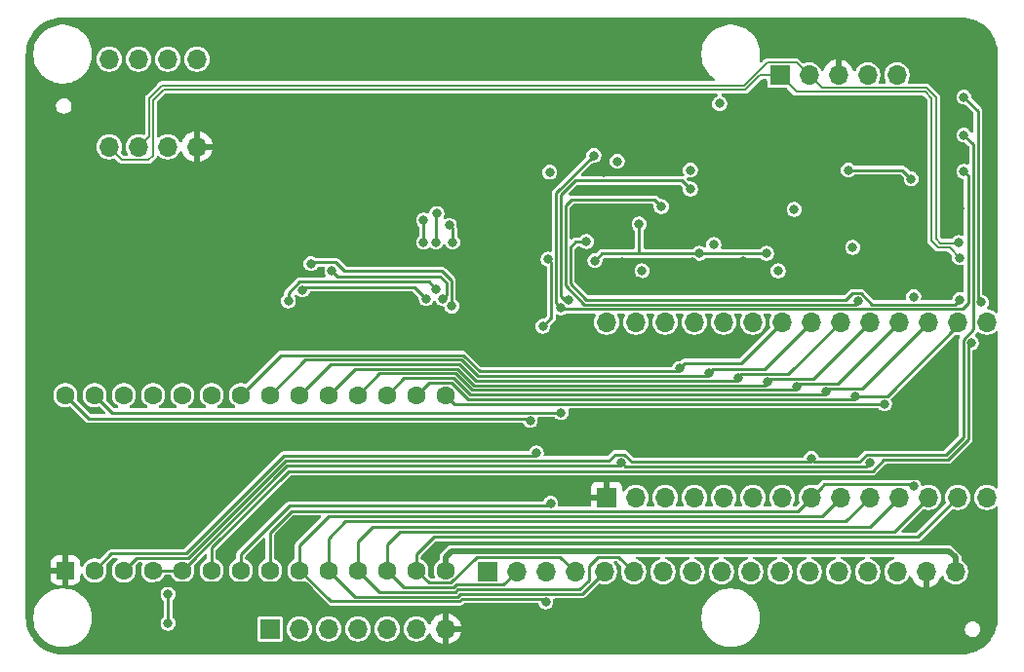
<source format=gbr>
%TF.GenerationSoftware,KiCad,Pcbnew,9.0.0*%
%TF.CreationDate,2025-03-24T16:34:57+00:00*%
%TF.ProjectId,SimplifiedInstallModule,53696d70-6c69-4666-9965-64496e737461,01*%
%TF.SameCoordinates,Original*%
%TF.FileFunction,Copper,L4,Bot*%
%TF.FilePolarity,Positive*%
%FSLAX46Y46*%
G04 Gerber Fmt 4.6, Leading zero omitted, Abs format (unit mm)*
G04 Created by KiCad (PCBNEW 9.0.0) date 2025-03-24 16:34:57*
%MOMM*%
%LPD*%
G01*
G04 APERTURE LIST*
G04 Aperture macros list*
%AMRoundRect*
0 Rectangle with rounded corners*
0 $1 Rounding radius*
0 $2 $3 $4 $5 $6 $7 $8 $9 X,Y pos of 4 corners*
0 Add a 4 corners polygon primitive as box body*
4,1,4,$2,$3,$4,$5,$6,$7,$8,$9,$2,$3,0*
0 Add four circle primitives for the rounded corners*
1,1,$1+$1,$2,$3*
1,1,$1+$1,$4,$5*
1,1,$1+$1,$6,$7*
1,1,$1+$1,$8,$9*
0 Add four rect primitives between the rounded corners*
20,1,$1+$1,$2,$3,$4,$5,0*
20,1,$1+$1,$4,$5,$6,$7,0*
20,1,$1+$1,$6,$7,$8,$9,0*
20,1,$1+$1,$8,$9,$2,$3,0*%
G04 Aperture macros list end*
%TA.AperFunction,ComponentPad*%
%ADD10RoundRect,0.250000X0.550000X-0.550000X0.550000X0.550000X-0.550000X0.550000X-0.550000X-0.550000X0*%
%TD*%
%TA.AperFunction,ComponentPad*%
%ADD11C,1.600000*%
%TD*%
%TA.AperFunction,ComponentPad*%
%ADD12R,1.700000X1.700000*%
%TD*%
%TA.AperFunction,ComponentPad*%
%ADD13O,1.700000X1.700000*%
%TD*%
%TA.AperFunction,ViaPad*%
%ADD14C,0.800000*%
%TD*%
%TA.AperFunction,Conductor*%
%ADD15C,0.250000*%
%TD*%
%TA.AperFunction,Conductor*%
%ADD16C,0.500000*%
%TD*%
%TA.AperFunction,Conductor*%
%ADD17C,0.200000*%
%TD*%
G04 APERTURE END LIST*
D10*
X101518861Y-113939621D03*
D11*
X104058861Y-113939621D03*
X106598861Y-113939621D03*
X109138861Y-113939621D03*
X111678861Y-113939621D03*
X114218861Y-113939621D03*
X116758861Y-113939621D03*
X119298861Y-113939621D03*
X121838861Y-113939621D03*
X124378861Y-113939621D03*
X126918861Y-113939621D03*
X129458861Y-113939621D03*
X131998861Y-113939621D03*
X134538861Y-113939621D03*
X134538861Y-98699621D03*
X131998861Y-98699621D03*
X129458861Y-98699621D03*
X126918861Y-98699621D03*
X124378861Y-98699621D03*
X121838861Y-98699621D03*
X119298861Y-98699621D03*
X116758861Y-98699621D03*
X114218861Y-98699621D03*
X111678861Y-98699621D03*
X109138861Y-98699621D03*
X106598861Y-98699621D03*
X104058861Y-98699621D03*
X101518861Y-98699621D03*
D12*
X119290857Y-119019621D03*
D13*
X121830857Y-119019621D03*
X124370857Y-119019621D03*
X126910857Y-119019621D03*
X129450857Y-119019621D03*
X131990857Y-119019621D03*
X134530857Y-119019621D03*
D12*
X148500857Y-107589621D03*
D13*
X151040857Y-107589621D03*
X153580857Y-107589621D03*
X156120857Y-107589621D03*
X158660857Y-107589621D03*
X161200857Y-107589621D03*
X163740857Y-107589621D03*
X166280857Y-107589621D03*
X168820857Y-107589621D03*
X171360857Y-107589621D03*
X173900857Y-107589621D03*
X176440857Y-107589621D03*
X178980857Y-107589621D03*
X181520857Y-107589621D03*
X112940857Y-69489621D03*
X110400857Y-69489621D03*
X107860857Y-69489621D03*
X105320857Y-69489621D03*
D12*
X138150857Y-114059621D03*
D13*
X140690857Y-114059621D03*
X143230857Y-114059621D03*
X145770857Y-114059621D03*
X148310857Y-114059621D03*
X150850857Y-114059621D03*
X153390857Y-114059621D03*
X155930857Y-114059621D03*
X158470857Y-114059621D03*
X161010857Y-114059621D03*
X163550857Y-114059621D03*
X166090857Y-114059621D03*
X168630857Y-114059621D03*
X171170857Y-114059621D03*
X173710857Y-114059621D03*
X176250857Y-114059621D03*
X178790857Y-114059621D03*
X105320857Y-77109621D03*
X107860857Y-77109621D03*
X110400857Y-77109621D03*
X112940857Y-77109621D03*
X181520857Y-92349621D03*
X178980857Y-92349621D03*
X176440857Y-92349621D03*
X173900857Y-92349621D03*
X171360857Y-92349621D03*
X168820857Y-92349621D03*
X166280857Y-92349621D03*
X163740857Y-92349621D03*
X161200857Y-92349621D03*
X158660857Y-92349621D03*
X156120857Y-92349621D03*
X153580857Y-92349621D03*
X151040857Y-92349621D03*
X148500857Y-92349621D03*
D12*
X163550857Y-70879621D03*
D13*
X166090857Y-70879621D03*
X168630857Y-70879621D03*
X171170857Y-70879621D03*
X173710857Y-70879621D03*
D14*
X169499857Y-77483621D03*
X151973857Y-82436621D03*
X148281857Y-79336610D03*
X152989857Y-76086621D03*
X144813857Y-77737621D03*
X173589857Y-85865621D03*
X177710857Y-101366621D03*
X140823857Y-82690621D03*
X161244857Y-75324621D03*
X167360857Y-86881621D03*
X151268217Y-88790433D03*
X160355857Y-87048621D03*
X155930778Y-87097621D03*
X149834857Y-87135621D03*
X171938857Y-86881621D03*
X109384857Y-119019621D03*
X181520857Y-101366621D03*
X117766857Y-79649621D03*
X179151532Y-82498332D03*
X177710857Y-95524621D03*
X142601857Y-85738621D03*
X162678463Y-88697621D03*
X179086857Y-85456751D03*
X179148857Y-86754621D03*
X157815857Y-85611621D03*
X151592857Y-87897621D03*
X163403857Y-87897621D03*
X143567857Y-79314622D03*
X169880857Y-85865621D03*
X175170857Y-90141621D03*
X158323857Y-73368821D03*
X164800857Y-82563621D03*
X155783857Y-79134621D03*
X149433857Y-78372621D03*
X151338857Y-83833621D03*
X162387857Y-86373621D03*
X156545857Y-86373621D03*
X147491357Y-87008621D03*
X174960857Y-79896621D03*
X169499857Y-79134621D03*
X143450857Y-86881621D03*
X142976857Y-92723621D03*
X142404857Y-103726621D03*
X171360857Y-104578621D03*
X149770857Y-104578621D03*
X141876857Y-100898621D03*
X172630857Y-99461621D03*
X170090857Y-98786621D03*
X167550857Y-98385621D03*
X165010857Y-97984621D03*
X162470857Y-97583621D03*
X159930857Y-97182621D03*
X157390857Y-96781621D03*
X154850857Y-96380621D03*
X122837857Y-87269621D03*
X135077857Y-90952621D03*
X132857395Y-90317621D03*
X122112857Y-89553621D03*
X133731787Y-89496902D03*
X120886559Y-90499919D03*
X134308395Y-90313925D03*
X124661857Y-87867621D03*
X133697857Y-85397621D03*
X133768857Y-82921901D03*
X134851156Y-83947621D03*
X135147857Y-85397621D03*
X132625857Y-83496621D03*
X132625857Y-85397621D03*
X179532857Y-76086621D03*
X166280857Y-104227621D03*
X179532857Y-72784621D03*
X181056857Y-90634621D03*
X180176655Y-94140419D03*
X144554487Y-91092337D03*
X144567857Y-100223621D03*
X147401857Y-77864621D03*
X179532857Y-79261621D03*
X146766857Y-85357621D03*
X179160204Y-90419968D03*
X175170857Y-106573621D03*
X155783857Y-80785621D03*
X143644093Y-108090621D03*
X145242857Y-90437621D03*
X110434857Y-115990621D03*
X110434857Y-118523621D03*
X153269857Y-82309621D03*
X170336063Y-90548621D03*
X143230857Y-116669671D03*
D15*
X179889857Y-94427217D02*
X180176655Y-94140419D01*
X178130957Y-104304621D02*
X179889857Y-102545721D01*
X172590866Y-104304621D02*
X178130957Y-104304621D01*
X120873958Y-105303621D02*
X171591866Y-105303621D01*
X171591866Y-105303621D02*
X172590866Y-104304621D01*
X179889857Y-102545721D02*
X179889857Y-94427217D01*
X114210857Y-113939621D02*
X114210857Y-111966722D01*
X114210857Y-111966722D02*
X120873958Y-105303621D01*
X179742857Y-116479621D02*
X180250857Y-115971621D01*
D16*
X134538861Y-117630625D02*
X134328460Y-117420224D01*
X134328460Y-117420224D02*
X124567584Y-117420224D01*
X120960857Y-107189621D02*
X115480857Y-112669621D01*
D15*
X176948857Y-116479621D02*
X179742857Y-116479621D01*
X180250857Y-115971621D02*
X180250857Y-106573621D01*
D16*
X109384857Y-115190621D02*
X115480857Y-115190621D01*
X146614857Y-107589621D02*
X146214857Y-107189621D01*
X122337981Y-115190621D02*
X115480857Y-115190621D01*
X146214857Y-107189621D02*
X120960857Y-107189621D01*
X148500857Y-107589621D02*
X146614857Y-107589621D01*
X100259857Y-81662621D02*
X100259857Y-110386613D01*
X112940857Y-77109621D02*
X112940857Y-79268621D01*
X116623857Y-77109621D02*
X117766857Y-78252621D01*
D15*
X148795857Y-105897621D02*
X148500857Y-106192621D01*
X180250857Y-106573621D02*
X179574857Y-105897621D01*
D16*
X134530857Y-117638629D02*
X134538861Y-117630625D01*
X102145857Y-79776621D02*
X100259857Y-81662621D01*
X134530857Y-119019621D02*
X134530857Y-117638629D01*
D15*
X179574857Y-105897621D02*
X148795857Y-105897621D01*
D16*
X112940857Y-77109621D02*
X116623857Y-77109621D01*
D15*
X148500857Y-106192621D02*
X148500857Y-107589621D01*
D16*
X112432857Y-79776621D02*
X102145857Y-79776621D01*
X115480857Y-112669621D02*
X115480857Y-115190621D01*
X101518861Y-113947625D02*
X101518861Y-113939621D01*
X109384857Y-115190621D02*
X109384857Y-119019621D01*
D15*
X176250857Y-114059621D02*
X176250857Y-115781621D01*
D16*
X117766857Y-78252621D02*
X117766857Y-79649621D01*
X101518861Y-111645617D02*
X101518861Y-113939621D01*
X124567584Y-117420224D02*
X122337981Y-115190621D01*
X112940857Y-79268621D02*
X112432857Y-79776621D01*
X100259857Y-110386613D02*
X101518861Y-111645617D01*
D15*
X176250857Y-115781621D02*
X176948857Y-116479621D01*
D17*
X177119857Y-85103621D02*
X177119857Y-72784621D01*
X179086857Y-85456751D02*
X179058987Y-85484621D01*
X166090857Y-70879621D02*
X164989857Y-69778621D01*
X167191857Y-71980621D02*
X166090857Y-70879621D01*
X179058987Y-85484621D02*
X177500857Y-85484621D01*
X177119857Y-72784621D02*
X176315857Y-71980621D01*
X108779857Y-76190621D02*
X107860857Y-77109621D01*
X162449857Y-69778621D02*
X160452857Y-71775621D01*
X108779857Y-72900233D02*
X108779857Y-76190621D01*
X176315857Y-71980621D02*
X167191857Y-71980621D01*
X177500857Y-85484621D02*
X177119857Y-85103621D01*
X109904468Y-71775621D02*
X108779857Y-72900233D01*
X164989857Y-69778621D02*
X162449857Y-69778621D01*
X160452857Y-71775621D02*
X109904468Y-71775621D01*
X109130857Y-77871621D02*
X108749857Y-78252621D01*
X176170469Y-72331621D02*
X165002857Y-72331621D01*
X163550857Y-70879621D02*
X161845245Y-70879621D01*
X106463857Y-78252621D02*
X105320857Y-77109621D01*
X109130857Y-73045621D02*
X109130857Y-77871621D01*
X160568245Y-72156621D02*
X151167857Y-72156621D01*
X176719857Y-85269307D02*
X176719857Y-72881009D01*
X151167857Y-72156621D02*
X151137857Y-72126621D01*
X176719857Y-72881009D02*
X176170469Y-72331621D01*
X179148857Y-86751621D02*
X178281857Y-85884621D01*
X177335171Y-85884621D02*
X176719857Y-85269307D01*
X165002857Y-72331621D02*
X163550857Y-70879621D01*
X178281857Y-85884621D02*
X177335171Y-85884621D01*
X108749857Y-78252621D02*
X106463857Y-78252621D01*
X151137857Y-72126621D02*
X110049857Y-72126621D01*
X161845245Y-70879621D02*
X160568245Y-72156621D01*
X179148857Y-86754621D02*
X179148857Y-86751621D01*
X110049857Y-72126621D02*
X109130857Y-73045621D01*
D16*
X134530857Y-112747621D02*
X134530857Y-113939621D01*
X178790857Y-114059621D02*
X178790857Y-112821621D01*
X178208857Y-112239621D02*
X135038857Y-112239621D01*
X178790857Y-112821621D02*
X178208857Y-112239621D01*
X135038857Y-112239621D02*
X134530857Y-112747621D01*
D15*
X147491357Y-87008621D02*
X148126357Y-86373621D01*
X151294857Y-86373621D02*
X162387857Y-86373621D01*
X148126357Y-86373621D02*
X151294857Y-86373621D01*
X151338857Y-83833621D02*
X151338857Y-86329621D01*
X151338857Y-86329621D02*
X151294857Y-86373621D01*
X174960857Y-79896621D02*
X174198857Y-79134621D01*
X169499857Y-79134621D02*
X174198857Y-79134621D01*
X104050857Y-113939621D02*
X105527857Y-112462621D01*
X105527857Y-112462621D02*
X112013657Y-112462621D01*
X143450857Y-86881621D02*
X143724857Y-87155621D01*
X143724857Y-87155621D02*
X143724857Y-91975621D01*
X112013657Y-112462621D02*
X120525656Y-103950621D01*
X143724857Y-91975621D02*
X142976857Y-92723621D01*
X120525656Y-103950621D02*
X142180857Y-103950621D01*
X142180857Y-103950621D02*
X142404857Y-103726621D01*
X150158857Y-104902621D02*
X171036857Y-104902621D01*
X149770857Y-104578621D02*
X149496857Y-104852621D01*
X120757858Y-104852621D02*
X111670857Y-113939621D01*
X149496857Y-104852621D02*
X120757858Y-104852621D01*
X171036857Y-104902621D02*
X171360857Y-104578621D01*
X149770857Y-104578621D02*
X149834857Y-104578621D01*
X149834857Y-104578621D02*
X150158857Y-104902621D01*
X109130857Y-113939621D02*
X111670857Y-113939621D01*
X141709857Y-100731621D02*
X141876857Y-100898621D01*
X140626857Y-100731621D02*
X141896857Y-100731621D01*
X103542857Y-100731621D02*
X140626857Y-100731621D01*
X140626857Y-100731621D02*
X141709857Y-100731621D01*
X101510857Y-98699621D02*
X103542857Y-100731621D01*
X146375807Y-115994671D02*
X148310857Y-114059621D01*
X124370857Y-111145621D02*
X124370857Y-113939621D01*
X169282857Y-109667621D02*
X125848857Y-109667621D01*
X126649857Y-116218621D02*
X135576907Y-116218621D01*
X124370857Y-113939621D02*
X126649857Y-116218621D01*
X125848857Y-109667621D02*
X124370857Y-111145621D01*
X135576907Y-116218621D02*
X135800857Y-115994671D01*
X135800857Y-115994671D02*
X146375807Y-115994671D01*
X171360857Y-107589621D02*
X169282857Y-109667621D01*
X135598907Y-115593671D02*
X146162807Y-115593671D01*
X173900857Y-107589621D02*
X171371857Y-110118621D01*
X147720857Y-112765621D02*
X149556857Y-112765621D01*
X149556857Y-112765621D02*
X150850857Y-114059621D01*
X171371857Y-110118621D02*
X128191857Y-110118621D01*
X146976857Y-113509621D02*
X147720857Y-112765621D01*
X126910857Y-113939621D02*
X128788857Y-115817621D01*
X128788857Y-115817621D02*
X135374957Y-115817621D01*
X135374957Y-115817621D02*
X135598907Y-115593671D01*
X128191857Y-110118621D02*
X126910857Y-111399621D01*
X146162807Y-115593671D02*
X146976857Y-114779621D01*
X126910857Y-111399621D02*
X126910857Y-113939621D01*
X146976857Y-114779621D02*
X146976857Y-113509621D01*
X133066857Y-115015621D02*
X134984555Y-115015621D01*
X175549857Y-111020621D02*
X133514857Y-111020621D01*
X134984555Y-115015621D02*
X137234555Y-112765621D01*
X131990857Y-113939621D02*
X133066857Y-115015621D01*
X137234555Y-112765621D02*
X144476857Y-112765621D01*
X131990857Y-112544621D02*
X131990857Y-113939621D01*
X144476857Y-112765621D02*
X145770857Y-114059621D01*
X133514857Y-111020621D02*
X131990857Y-112544621D01*
X178980857Y-107589621D02*
X175549857Y-111020621D01*
X172630857Y-99461621D02*
X135292857Y-99461621D01*
X135292857Y-99461621D02*
X134530857Y-98699621D01*
X135038857Y-97623621D02*
X136475857Y-99060621D01*
X131990857Y-98699621D02*
X133066857Y-97623621D01*
X169816857Y-99060621D02*
X170090857Y-98786621D01*
X133066857Y-97623621D02*
X135038857Y-97623621D01*
X136475857Y-99060621D02*
X169816857Y-99060621D01*
X178980857Y-92670630D02*
X172864866Y-98786621D01*
X172864866Y-98786621D02*
X170090857Y-98786621D01*
X129450857Y-98699621D02*
X130927857Y-97222621D01*
X136641957Y-98659621D02*
X167276857Y-98659621D01*
X167885857Y-98110621D02*
X167610857Y-98385621D01*
X176440857Y-92349621D02*
X170679857Y-98110621D01*
X167610857Y-98385621D02*
X167550857Y-98385621D01*
X135204957Y-97222621D02*
X136641957Y-98659621D01*
X170679857Y-98110621D02*
X167885857Y-98110621D01*
X130927857Y-97222621D02*
X135204957Y-97222621D01*
X167276857Y-98659621D02*
X167550857Y-98385621D01*
X164736857Y-98258621D02*
X165010857Y-97984621D01*
X165311857Y-97683621D02*
X165010857Y-97984621D01*
X135379857Y-96821621D02*
X136816857Y-98258621D01*
X128788857Y-96821621D02*
X135379857Y-96821621D01*
X168566857Y-97683621D02*
X165311857Y-97683621D01*
X136816857Y-98258621D02*
X164736857Y-98258621D01*
X173900857Y-92349621D02*
X168566857Y-97683621D01*
X126910857Y-98699621D02*
X128788857Y-96821621D01*
X162771857Y-97282621D02*
X162470857Y-97583621D01*
X166427857Y-97282621D02*
X162771857Y-97282621D01*
X171360857Y-92349621D02*
X166427857Y-97282621D01*
X136982957Y-97857621D02*
X162196857Y-97857621D01*
X126649857Y-96420621D02*
X135545957Y-96420621D01*
X135545957Y-96420621D02*
X136982957Y-97857621D01*
X162196857Y-97857621D02*
X162470857Y-97583621D01*
X124370857Y-98699621D02*
X126649857Y-96420621D01*
X137149057Y-97456621D02*
X159656857Y-97456621D01*
X164288857Y-96881621D02*
X160231857Y-96881621D01*
X121830857Y-98699621D02*
X124510857Y-96019621D01*
X124510857Y-96019621D02*
X135712057Y-96019621D01*
X168820857Y-92349621D02*
X164288857Y-96881621D01*
X160231857Y-96881621D02*
X159930857Y-97182621D01*
X159656857Y-97456621D02*
X159930857Y-97182621D01*
X135712057Y-96019621D02*
X137149057Y-97456621D01*
X157758857Y-96413621D02*
X157390857Y-96781621D01*
X157136857Y-97055621D02*
X157390857Y-96801621D01*
X122371857Y-95618621D02*
X135878157Y-95618621D01*
X137315157Y-97055621D02*
X157136857Y-97055621D01*
X162216857Y-96413621D02*
X157758857Y-96413621D01*
X157390857Y-96801621D02*
X157390857Y-96781621D01*
X119290857Y-98699621D02*
X122371857Y-95618621D01*
X166280857Y-92349621D02*
X162216857Y-96413621D01*
X135878157Y-95618621D02*
X137315157Y-97055621D01*
X136044257Y-95217621D02*
X137481257Y-96654621D01*
X154576857Y-96654621D02*
X154850857Y-96380621D01*
X155325857Y-95905621D02*
X154850857Y-96380621D01*
X137481257Y-96654621D02*
X154576857Y-96654621D01*
X163740857Y-92349621D02*
X160184857Y-95905621D01*
X116750857Y-98699621D02*
X120232857Y-95217621D01*
X120232857Y-95217621D02*
X136044257Y-95217621D01*
X160184857Y-95905621D02*
X155325857Y-95905621D01*
X124962577Y-87141621D02*
X122965857Y-87141621D01*
X135038857Y-90913621D02*
X135038857Y-88733811D01*
X125747577Y-87926621D02*
X124962577Y-87141621D01*
X134231667Y-87926621D02*
X125747577Y-87926621D01*
X135077857Y-90952621D02*
X135038857Y-90913621D01*
X135038857Y-88733811D02*
X134231667Y-87926621D01*
X122965857Y-87141621D02*
X122837857Y-87269621D01*
X131841395Y-89301621D02*
X132857395Y-90317621D01*
X122112857Y-89553621D02*
X122364857Y-89301621D01*
X122364857Y-89301621D02*
X131841395Y-89301621D01*
X133063506Y-88828621D02*
X133731787Y-89496902D01*
X120886559Y-90499919D02*
X120886559Y-89823910D01*
X121881848Y-88828621D02*
X133063506Y-88828621D01*
X120886559Y-89823910D02*
X121881848Y-88828621D01*
X134308395Y-90313925D02*
X134587857Y-90034463D01*
X134587857Y-88920621D02*
X134044857Y-88377621D01*
X134044857Y-88377621D02*
X125171857Y-88377621D01*
X125171857Y-88377621D02*
X124661857Y-87867621D01*
X134587857Y-90034463D02*
X134587857Y-88920621D01*
X133697857Y-85397621D02*
X133697857Y-82992901D01*
X133697857Y-82992901D02*
X133768857Y-82921901D01*
X135147857Y-85397621D02*
X135147857Y-84244322D01*
X135147857Y-84244322D02*
X134851156Y-83947621D01*
X132625857Y-85397621D02*
X132625857Y-83496621D01*
X112179757Y-112863621D02*
X120641756Y-104401621D01*
X107666857Y-112863621D02*
X112179757Y-112863621D01*
X149262857Y-103853621D02*
X150024857Y-103853621D01*
X148714857Y-104401621D02*
X149262857Y-103853621D01*
X170481848Y-104501621D02*
X171080848Y-103902621D01*
X171080848Y-103902621D02*
X177963857Y-103902621D01*
X177964857Y-103903621D02*
X179488857Y-102379621D01*
X180352857Y-93009621D02*
X180352857Y-76906621D01*
X177963857Y-103902621D02*
X177964857Y-103903621D01*
X166554857Y-104501621D02*
X166280857Y-104227621D01*
X180352857Y-76906621D02*
X179532857Y-76086621D01*
X150672857Y-104501621D02*
X166006857Y-104501621D01*
X170481848Y-104501621D02*
X166554857Y-104501621D01*
X150024857Y-103853621D02*
X150672857Y-104501621D01*
X106590857Y-113939621D02*
X107666857Y-112863621D01*
X120641756Y-104401621D02*
X148714857Y-104401621D01*
X179488857Y-102379621D02*
X179488857Y-93873621D01*
X179488857Y-93873621D02*
X180352857Y-93009621D01*
X166006857Y-104501621D02*
X166280857Y-104227621D01*
X180753857Y-90331621D02*
X180753857Y-74005622D01*
X180753857Y-74005622D02*
X179532857Y-72784621D01*
X181056857Y-90634621D02*
X180753857Y-90331621D01*
X180176655Y-94140419D02*
X179984059Y-94140419D01*
X144125857Y-90663707D02*
X144554487Y-91092337D01*
X179381857Y-91223621D02*
X144685771Y-91223621D01*
X179902857Y-79631621D02*
X179902857Y-90702621D01*
X104050857Y-98699621D02*
X105574857Y-100223621D01*
X179902857Y-90702621D02*
X179381857Y-91223621D01*
X179532857Y-79261621D02*
X179902857Y-79631621D01*
X147401857Y-77864621D02*
X144125857Y-81140621D01*
X144685771Y-91223621D02*
X144554487Y-91092337D01*
X144125857Y-81140621D02*
X144125857Y-90663707D01*
X105574857Y-100223621D02*
X144567857Y-100223621D01*
X145345857Y-85852621D02*
X145345857Y-89017512D01*
X169826857Y-89872621D02*
X170616072Y-89872621D01*
X145345857Y-89017512D02*
X146749966Y-90421621D01*
X169277857Y-90421621D02*
X169826857Y-89872621D01*
X145840857Y-85357621D02*
X145345857Y-85852621D01*
X178757551Y-90822621D02*
X179160204Y-90419968D01*
X146749966Y-90421621D02*
X169277857Y-90421621D01*
X171566072Y-90822621D02*
X178757551Y-90822621D01*
X146766857Y-85357621D02*
X145840857Y-85357621D01*
X170616072Y-89872621D02*
X171566072Y-90822621D01*
X129450857Y-111653621D02*
X129450857Y-113939621D01*
X130534857Y-110569621D02*
X129450857Y-111653621D01*
X130927857Y-115416621D02*
X129450857Y-113939621D01*
X135439857Y-115185621D02*
X135208857Y-115416621D01*
X176440857Y-107589621D02*
X173460857Y-110569621D01*
X173460857Y-110569621D02*
X130534857Y-110569621D01*
X140690857Y-114059621D02*
X139564857Y-115185621D01*
X139564857Y-115185621D02*
X135439857Y-115185621D01*
X135208857Y-115416621D02*
X130927857Y-115416621D01*
X121162857Y-108765621D02*
X165104857Y-108765621D01*
X167406857Y-106463621D02*
X175060857Y-106463621D01*
X175060857Y-106463621D02*
X175170857Y-106573621D01*
X167106357Y-106764121D02*
X167406857Y-106463621D01*
X166280857Y-107589621D02*
X165104857Y-108765621D01*
X121162857Y-108765621D02*
X119290857Y-110637621D01*
X119290857Y-110637621D02*
X119290857Y-113939621D01*
X166280857Y-107589621D02*
X167106357Y-106764121D01*
X144526857Y-90054716D02*
X144909762Y-90437621D01*
X116750857Y-112539811D02*
X120976047Y-108314621D01*
X144526857Y-81306721D02*
X144526857Y-90054716D01*
X143420093Y-108314621D02*
X143644093Y-108090621D01*
X155783857Y-80785621D02*
X155059346Y-80061110D01*
X144909762Y-90437621D02*
X145242857Y-90437621D01*
X120976047Y-108314621D02*
X142976857Y-108314621D01*
X116750857Y-113939621D02*
X116750857Y-112539811D01*
X155059346Y-80061110D02*
X145772468Y-80061110D01*
X145772468Y-80061110D02*
X144526857Y-81306721D01*
X110434857Y-115990621D02*
X110434857Y-118523621D01*
X142976857Y-108314621D02*
X143420093Y-108314621D01*
X167193857Y-109216621D02*
X124370857Y-109216621D01*
X146583866Y-90822621D02*
X170062063Y-90822621D01*
X168820857Y-107589621D02*
X167193857Y-109216621D01*
X121830857Y-113939621D02*
X124510857Y-116619621D01*
X152671857Y-81711621D02*
X145422857Y-81711621D01*
X143004907Y-116395671D02*
X143230857Y-116621621D01*
X144944857Y-82189621D02*
X144944857Y-89183612D01*
X135966957Y-116395671D02*
X143004907Y-116395671D01*
X124510857Y-116619621D02*
X135743007Y-116619621D01*
X121830857Y-111756621D02*
X121830857Y-113939621D01*
X143230857Y-116621621D02*
X143230857Y-116669671D01*
X170062063Y-90822621D02*
X170336063Y-90548621D01*
X153269857Y-82309621D02*
X152671857Y-81711621D01*
X124370857Y-109216621D02*
X121830857Y-111756621D01*
X145422857Y-81711621D02*
X144944857Y-82189621D01*
X135743007Y-116619621D02*
X135966957Y-116395671D01*
X144944857Y-89183612D02*
X146583866Y-90822621D01*
%TA.AperFunction,Conductor*%
G36*
X179243266Y-65860122D02*
G01*
X179287570Y-65860121D01*
X179294162Y-65860293D01*
X179618704Y-65877298D01*
X179631815Y-65878675D01*
X179949561Y-65928998D01*
X179962453Y-65931739D01*
X180273201Y-66015000D01*
X180285724Y-66019069D01*
X180586062Y-66134355D01*
X180598104Y-66139717D01*
X180884741Y-66285764D01*
X180896151Y-66292350D01*
X181165967Y-66467569D01*
X181176625Y-66475313D01*
X181426629Y-66677762D01*
X181436430Y-66686586D01*
X181663905Y-66914059D01*
X181672722Y-66923851D01*
X181875181Y-67173866D01*
X181882924Y-67184524D01*
X182058131Y-67454318D01*
X182064726Y-67465740D01*
X182210775Y-67752378D01*
X182216139Y-67764427D01*
X182331419Y-68064744D01*
X182335495Y-68077287D01*
X182418756Y-68388024D01*
X182421498Y-68400925D01*
X182471821Y-68718662D01*
X182473199Y-68731779D01*
X182490183Y-69055896D01*
X182490356Y-69062487D01*
X182490356Y-69086440D01*
X182490356Y-69107214D01*
X182490356Y-69107216D01*
X182490357Y-69117369D01*
X182490357Y-91452932D01*
X182470355Y-91521053D01*
X182416699Y-91567546D01*
X182346425Y-91577650D01*
X182281845Y-91548156D01*
X182275262Y-91542027D01*
X182240392Y-91507157D01*
X182099744Y-91404970D01*
X182099743Y-91404969D01*
X182099741Y-91404968D01*
X181944838Y-91326041D01*
X181944835Y-91326040D01*
X181944833Y-91326039D01*
X181779499Y-91272319D01*
X181779497Y-91272318D01*
X181779495Y-91272318D01*
X181646931Y-91251321D01*
X181582779Y-91220909D01*
X181545252Y-91160641D01*
X181546266Y-91089651D01*
X181561878Y-91056870D01*
X181565234Y-91051846D01*
X181565240Y-91051841D01*
X181636868Y-90944643D01*
X181686205Y-90825532D01*
X181711357Y-90699084D01*
X181711357Y-90570158D01*
X181686205Y-90443710D01*
X181636868Y-90324599D01*
X181565240Y-90217401D01*
X181565235Y-90217395D01*
X181474082Y-90126242D01*
X181474076Y-90126237D01*
X181433444Y-90099088D01*
X181366879Y-90054610D01*
X181280276Y-90018738D01*
X181247771Y-90005274D01*
X181247766Y-90005272D01*
X181234770Y-90002687D01*
X181171862Y-89969776D01*
X181136733Y-89908080D01*
X181133357Y-89879109D01*
X181133357Y-73955661D01*
X181112335Y-73877204D01*
X181107495Y-73859140D01*
X181107493Y-73859137D01*
X181107493Y-73859135D01*
X181057535Y-73772606D01*
X181057527Y-73772596D01*
X180982487Y-73697556D01*
X180982464Y-73697535D01*
X180224262Y-72939333D01*
X180190236Y-72877021D01*
X180187357Y-72850238D01*
X180187357Y-72720159D01*
X180187356Y-72720155D01*
X180162205Y-72593710D01*
X180112868Y-72474599D01*
X180041240Y-72367401D01*
X180041235Y-72367395D01*
X179950082Y-72276242D01*
X179950076Y-72276237D01*
X179914506Y-72252470D01*
X179842879Y-72204610D01*
X179723768Y-72155273D01*
X179597322Y-72130121D01*
X179597320Y-72130121D01*
X179468394Y-72130121D01*
X179468391Y-72130121D01*
X179341945Y-72155273D01*
X179341940Y-72155275D01*
X179222835Y-72204610D01*
X179115637Y-72276237D01*
X179115631Y-72276242D01*
X179024478Y-72367395D01*
X179024473Y-72367401D01*
X178952846Y-72474599D01*
X178903511Y-72593704D01*
X178903509Y-72593709D01*
X178878357Y-72720155D01*
X178878357Y-72849086D01*
X178898748Y-72951595D01*
X178903509Y-72975532D01*
X178952846Y-73094643D01*
X179000706Y-73166270D01*
X179024473Y-73201840D01*
X179024478Y-73201846D01*
X179115631Y-73292999D01*
X179115637Y-73293004D01*
X179222835Y-73364632D01*
X179341946Y-73413969D01*
X179468394Y-73439121D01*
X179468395Y-73439121D01*
X179598473Y-73439121D01*
X179666594Y-73459123D01*
X179687568Y-73476026D01*
X180337452Y-74125910D01*
X180371478Y-74188222D01*
X180374357Y-74215005D01*
X180374357Y-75774444D01*
X180354355Y-75842565D01*
X180300699Y-75889058D01*
X180230425Y-75899162D01*
X180165845Y-75869668D01*
X180131948Y-75822662D01*
X180128353Y-75813983D01*
X180112868Y-75776599D01*
X180041240Y-75669401D01*
X180041235Y-75669395D01*
X179950082Y-75578242D01*
X179950076Y-75578237D01*
X179914506Y-75554470D01*
X179842879Y-75506610D01*
X179723768Y-75457273D01*
X179597322Y-75432121D01*
X179597320Y-75432121D01*
X179468394Y-75432121D01*
X179468391Y-75432121D01*
X179341945Y-75457273D01*
X179341940Y-75457275D01*
X179222835Y-75506610D01*
X179115637Y-75578237D01*
X179115631Y-75578242D01*
X179024478Y-75669395D01*
X179024473Y-75669401D01*
X178952846Y-75776599D01*
X178903511Y-75895704D01*
X178903509Y-75895709D01*
X178878357Y-76022155D01*
X178878357Y-76151086D01*
X178903509Y-76277532D01*
X178903511Y-76277537D01*
X178910734Y-76294976D01*
X178952846Y-76396643D01*
X179000706Y-76468270D01*
X179024473Y-76503840D01*
X179024478Y-76503846D01*
X179115631Y-76594999D01*
X179115637Y-76595004D01*
X179222835Y-76666632D01*
X179341946Y-76715969D01*
X179468394Y-76741121D01*
X179468395Y-76741121D01*
X179598473Y-76741121D01*
X179666594Y-76761123D01*
X179687568Y-76778026D01*
X179936452Y-77026910D01*
X179970478Y-77089222D01*
X179973357Y-77116005D01*
X179973357Y-78547083D01*
X179953355Y-78615204D01*
X179899699Y-78661697D01*
X179829425Y-78671801D01*
X179799140Y-78663492D01*
X179723777Y-78632276D01*
X179723768Y-78632273D01*
X179597322Y-78607121D01*
X179597320Y-78607121D01*
X179468394Y-78607121D01*
X179468391Y-78607121D01*
X179341945Y-78632273D01*
X179341940Y-78632275D01*
X179222835Y-78681610D01*
X179115637Y-78753237D01*
X179115631Y-78753242D01*
X179024478Y-78844395D01*
X179024473Y-78844401D01*
X178952846Y-78951599D01*
X178903511Y-79070704D01*
X178903509Y-79070709D01*
X178878357Y-79197155D01*
X178878357Y-79326086D01*
X178888900Y-79379087D01*
X178903509Y-79452532D01*
X178952846Y-79571643D01*
X178992133Y-79630439D01*
X179024473Y-79678840D01*
X179024478Y-79678846D01*
X179115631Y-79769999D01*
X179115637Y-79770004D01*
X179222835Y-79841632D01*
X179341946Y-79890969D01*
X179421939Y-79906880D01*
X179484848Y-79939787D01*
X179519980Y-80001482D01*
X179523357Y-80030459D01*
X179523357Y-84740556D01*
X179503355Y-84808677D01*
X179449699Y-84855170D01*
X179379425Y-84865274D01*
X179349140Y-84856965D01*
X179277777Y-84827406D01*
X179277768Y-84827403D01*
X179151322Y-84802251D01*
X179151320Y-84802251D01*
X179022394Y-84802251D01*
X179022391Y-84802251D01*
X178895945Y-84827403D01*
X178895940Y-84827405D01*
X178776835Y-84876740D01*
X178669637Y-84948367D01*
X178669631Y-84948372D01*
X178578478Y-85039525D01*
X178578473Y-85039531D01*
X178555360Y-85074123D01*
X178500883Y-85119651D01*
X178450595Y-85130121D01*
X177699886Y-85130121D01*
X177669965Y-85121335D01*
X177639500Y-85114708D01*
X177634405Y-85110894D01*
X177631765Y-85110119D01*
X177610790Y-85093216D01*
X177511261Y-84993686D01*
X177477236Y-84931374D01*
X177474357Y-84904591D01*
X177474357Y-72737950D01*
X177474356Y-72737946D01*
X177469449Y-72719633D01*
X177450198Y-72647789D01*
X177432170Y-72616563D01*
X177403530Y-72566956D01*
X177403526Y-72566951D01*
X177337525Y-72500950D01*
X176533525Y-71696950D01*
X176533523Y-71696949D01*
X176533521Y-71696947D01*
X176452690Y-71650280D01*
X176362531Y-71626121D01*
X176362528Y-71626121D01*
X174775718Y-71626121D01*
X174707597Y-71606119D01*
X174661104Y-71552463D01*
X174651000Y-71482189D01*
X174663449Y-71442923D01*
X174734437Y-71303602D01*
X174788160Y-71138259D01*
X174815357Y-70966547D01*
X174815357Y-70792695D01*
X174788160Y-70620983D01*
X174734437Y-70455640D01*
X174655510Y-70300737D01*
X174565325Y-70176609D01*
X174553320Y-70160085D01*
X174430392Y-70037157D01*
X174289744Y-69934970D01*
X174289743Y-69934969D01*
X174289741Y-69934968D01*
X174134838Y-69856041D01*
X174134835Y-69856040D01*
X174134833Y-69856039D01*
X173969499Y-69802319D01*
X173969497Y-69802318D01*
X173969495Y-69802318D01*
X173797783Y-69775121D01*
X173623931Y-69775121D01*
X173452219Y-69802318D01*
X173452217Y-69802318D01*
X173452214Y-69802319D01*
X173286880Y-69856039D01*
X173286874Y-69856042D01*
X173131969Y-69934970D01*
X172991321Y-70037157D01*
X172868393Y-70160085D01*
X172766206Y-70300733D01*
X172687278Y-70455638D01*
X172687275Y-70455644D01*
X172633555Y-70620978D01*
X172633554Y-70620981D01*
X172633554Y-70620983D01*
X172606357Y-70792695D01*
X172606357Y-70966547D01*
X172623157Y-71072614D01*
X172633555Y-71138263D01*
X172684610Y-71295396D01*
X172687277Y-71303602D01*
X172758263Y-71442921D01*
X172771367Y-71512695D01*
X172744667Y-71578479D01*
X172686640Y-71619386D01*
X172645996Y-71626121D01*
X172235718Y-71626121D01*
X172167597Y-71606119D01*
X172121104Y-71552463D01*
X172111000Y-71482189D01*
X172123449Y-71442923D01*
X172194437Y-71303602D01*
X172248160Y-71138259D01*
X172275357Y-70966547D01*
X172275357Y-70792695D01*
X172248160Y-70620983D01*
X172194437Y-70455640D01*
X172115510Y-70300737D01*
X172025325Y-70176609D01*
X172013320Y-70160085D01*
X171890392Y-70037157D01*
X171749744Y-69934970D01*
X171749743Y-69934969D01*
X171749741Y-69934968D01*
X171594838Y-69856041D01*
X171594835Y-69856040D01*
X171594833Y-69856039D01*
X171429499Y-69802319D01*
X171429497Y-69802318D01*
X171429495Y-69802318D01*
X171257783Y-69775121D01*
X171083931Y-69775121D01*
X170912219Y-69802318D01*
X170912217Y-69802318D01*
X170912214Y-69802319D01*
X170746880Y-69856039D01*
X170746874Y-69856042D01*
X170591969Y-69934970D01*
X170451321Y-70037157D01*
X170328393Y-70160085D01*
X170226205Y-70300734D01*
X170147198Y-70455795D01*
X170098449Y-70507410D01*
X170029535Y-70524476D01*
X169962333Y-70501575D01*
X169918181Y-70445977D01*
X169915098Y-70437529D01*
X169889364Y-70358330D01*
X169889363Y-70358328D01*
X169792320Y-70167870D01*
X169666679Y-69994941D01*
X169515536Y-69843798D01*
X169342607Y-69718157D01*
X169152149Y-69621114D01*
X169152143Y-69621111D01*
X168948861Y-69555061D01*
X168884857Y-69544923D01*
X168884857Y-70448918D01*
X168823850Y-70413696D01*
X168696683Y-70379621D01*
X168565031Y-70379621D01*
X168437864Y-70413696D01*
X168376857Y-70448918D01*
X168376857Y-69544923D01*
X168312852Y-69555061D01*
X168109570Y-69621111D01*
X168109564Y-69621114D01*
X167919106Y-69718157D01*
X167746177Y-69843798D01*
X167595034Y-69994941D01*
X167469393Y-70167870D01*
X167372350Y-70358328D01*
X167346615Y-70437530D01*
X167306540Y-70496135D01*
X167241143Y-70523771D01*
X167171187Y-70511663D01*
X167118881Y-70463657D01*
X167114515Y-70455795D01*
X167114438Y-70455644D01*
X167114437Y-70455640D01*
X167035510Y-70300737D01*
X166945325Y-70176609D01*
X166933320Y-70160085D01*
X166810392Y-70037157D01*
X166669744Y-69934970D01*
X166669743Y-69934969D01*
X166669741Y-69934968D01*
X166514838Y-69856041D01*
X166514835Y-69856040D01*
X166514833Y-69856039D01*
X166349499Y-69802319D01*
X166349497Y-69802318D01*
X166349495Y-69802318D01*
X166177783Y-69775121D01*
X166003931Y-69775121D01*
X165832219Y-69802318D01*
X165832217Y-69802318D01*
X165832214Y-69802319D01*
X165666146Y-69856278D01*
X165595178Y-69858305D01*
X165538116Y-69825541D01*
X165207525Y-69494950D01*
X165207523Y-69494949D01*
X165207521Y-69494947D01*
X165126690Y-69448280D01*
X165036531Y-69424121D01*
X165036528Y-69424121D01*
X162496528Y-69424121D01*
X162403185Y-69424121D01*
X162403181Y-69424121D01*
X162313025Y-69448279D01*
X162313022Y-69448280D01*
X162232192Y-69494947D01*
X162232187Y-69494951D01*
X162199187Y-69527952D01*
X162166186Y-69560953D01*
X162166184Y-69560955D01*
X162071377Y-69655762D01*
X161991269Y-69735870D01*
X161928957Y-69769895D01*
X161858141Y-69764830D01*
X161801306Y-69722283D01*
X161776495Y-69655762D01*
X161779332Y-69618742D01*
X161809283Y-69487519D01*
X161841357Y-69202854D01*
X161841357Y-68916388D01*
X161809283Y-68631723D01*
X161745539Y-68352439D01*
X161745515Y-68352371D01*
X161650931Y-68082066D01*
X161650930Y-68082065D01*
X161650925Y-68082049D01*
X161526632Y-67823952D01*
X161526631Y-67823951D01*
X161526630Y-67823948D01*
X161374222Y-67581393D01*
X161374173Y-67581332D01*
X161195614Y-67357426D01*
X161195611Y-67357422D01*
X160993055Y-67154866D01*
X160769084Y-66976255D01*
X160526529Y-66823847D01*
X160268438Y-66699557D01*
X160268433Y-66699555D01*
X160268429Y-66699553D01*
X160268423Y-66699550D01*
X160268411Y-66699546D01*
X159998045Y-66604940D01*
X159718759Y-66541195D01*
X159434092Y-66509121D01*
X159434090Y-66509121D01*
X159147624Y-66509121D01*
X159147622Y-66509121D01*
X158862954Y-66541195D01*
X158583668Y-66604940D01*
X158313302Y-66699546D01*
X158313275Y-66699557D01*
X158055184Y-66823847D01*
X157812629Y-66976255D01*
X157588658Y-67154866D01*
X157386102Y-67357422D01*
X157207491Y-67581393D01*
X157055083Y-67823948D01*
X156930793Y-68082039D01*
X156930782Y-68082066D01*
X156836176Y-68352432D01*
X156772431Y-68631718D01*
X156740357Y-68916386D01*
X156740357Y-69202855D01*
X156772431Y-69487523D01*
X156802380Y-69618736D01*
X156836175Y-69766803D01*
X156836177Y-69766809D01*
X156836176Y-69766809D01*
X156930782Y-70037175D01*
X156930793Y-70037202D01*
X157055083Y-70295293D01*
X157207491Y-70537848D01*
X157386102Y-70761819D01*
X157588658Y-70964375D01*
X157588662Y-70964378D01*
X157812630Y-71142987D01*
X157884959Y-71188434D01*
X157931997Y-71241612D01*
X157942817Y-71311780D01*
X157913984Y-71376658D01*
X157854653Y-71415649D01*
X157817923Y-71421121D01*
X109857793Y-71421121D01*
X109767634Y-71445280D01*
X109686803Y-71491947D01*
X109686797Y-71491952D01*
X109481803Y-71696947D01*
X108562189Y-72616562D01*
X108537133Y-72641618D01*
X108496187Y-72682563D01*
X108496183Y-72682568D01*
X108449516Y-72763399D01*
X108425357Y-72853558D01*
X108425357Y-75958274D01*
X108405355Y-76026395D01*
X108351699Y-76072888D01*
X108281425Y-76082992D01*
X108260421Y-76078107D01*
X108119499Y-76032319D01*
X108119497Y-76032318D01*
X108119495Y-76032318D01*
X107947783Y-76005121D01*
X107773931Y-76005121D01*
X107602219Y-76032318D01*
X107602217Y-76032318D01*
X107602214Y-76032319D01*
X107436880Y-76086039D01*
X107436874Y-76086042D01*
X107281969Y-76164970D01*
X107141321Y-76267157D01*
X107018393Y-76390085D01*
X106916206Y-76530733D01*
X106837278Y-76685638D01*
X106837275Y-76685644D01*
X106783555Y-76850978D01*
X106783554Y-76850981D01*
X106783554Y-76850983D01*
X106756357Y-77022695D01*
X106756357Y-77196547D01*
X106783554Y-77368259D01*
X106783555Y-77368263D01*
X106837226Y-77533447D01*
X106837277Y-77533602D01*
X106908666Y-77673710D01*
X106916206Y-77688508D01*
X106923146Y-77698060D01*
X106927445Y-77710109D01*
X106935824Y-77719779D01*
X106939150Y-77742916D01*
X106947004Y-77764927D01*
X106944106Y-77777386D01*
X106945928Y-77790053D01*
X106936217Y-77811315D01*
X106930924Y-77834079D01*
X106921748Y-77842996D01*
X106916434Y-77854633D01*
X106896773Y-77867267D01*
X106880011Y-77883559D01*
X106866041Y-77887018D01*
X106856708Y-77893017D01*
X106821210Y-77898121D01*
X106662886Y-77898121D01*
X106594765Y-77878119D01*
X106573791Y-77861216D01*
X106374937Y-77662362D01*
X106340911Y-77600050D01*
X106344199Y-77534330D01*
X106344432Y-77533609D01*
X106344437Y-77533602D01*
X106398160Y-77368259D01*
X106425357Y-77196547D01*
X106425357Y-77022695D01*
X106398160Y-76850983D01*
X106344437Y-76685640D01*
X106265510Y-76530737D01*
X106163322Y-76390088D01*
X106163320Y-76390085D01*
X106040392Y-76267157D01*
X105899744Y-76164970D01*
X105899743Y-76164969D01*
X105899741Y-76164968D01*
X105744838Y-76086041D01*
X105744835Y-76086040D01*
X105744833Y-76086039D01*
X105579499Y-76032319D01*
X105579497Y-76032318D01*
X105579495Y-76032318D01*
X105407783Y-76005121D01*
X105233931Y-76005121D01*
X105062219Y-76032318D01*
X105062217Y-76032318D01*
X105062214Y-76032319D01*
X104896880Y-76086039D01*
X104896874Y-76086042D01*
X104741969Y-76164970D01*
X104601321Y-76267157D01*
X104478393Y-76390085D01*
X104376206Y-76530733D01*
X104297278Y-76685638D01*
X104297275Y-76685644D01*
X104243555Y-76850978D01*
X104243554Y-76850981D01*
X104243554Y-76850983D01*
X104216357Y-77022695D01*
X104216357Y-77196547D01*
X104243554Y-77368259D01*
X104243555Y-77368263D01*
X104297226Y-77533447D01*
X104297277Y-77533602D01*
X104368666Y-77673710D01*
X104376206Y-77688508D01*
X104478393Y-77829156D01*
X104601321Y-77952084D01*
X104630902Y-77973576D01*
X104741973Y-78054274D01*
X104896876Y-78133201D01*
X105062219Y-78186924D01*
X105233931Y-78214121D01*
X105233934Y-78214121D01*
X105407780Y-78214121D01*
X105407783Y-78214121D01*
X105579495Y-78186924D01*
X105744838Y-78133201D01*
X105744845Y-78133196D01*
X105745566Y-78132963D01*
X105816534Y-78130935D01*
X105873598Y-78163701D01*
X106180186Y-78470289D01*
X106246189Y-78536292D01*
X106246190Y-78536293D01*
X106246192Y-78536294D01*
X106293379Y-78563537D01*
X106327025Y-78582962D01*
X106417186Y-78607121D01*
X108796528Y-78607121D01*
X108886689Y-78582962D01*
X108967525Y-78536292D01*
X109338149Y-78165665D01*
X109338159Y-78165658D01*
X109414522Y-78089295D01*
X109414528Y-78089289D01*
X109461198Y-78008453D01*
X109463144Y-78001190D01*
X109500095Y-77940569D01*
X109563955Y-77909548D01*
X109634450Y-77917976D01*
X109673945Y-77944708D01*
X109681321Y-77952084D01*
X109710902Y-77973576D01*
X109821973Y-78054274D01*
X109976876Y-78133201D01*
X110142219Y-78186924D01*
X110313931Y-78214121D01*
X110313934Y-78214121D01*
X110487780Y-78214121D01*
X110487783Y-78214121D01*
X110659495Y-78186924D01*
X110824838Y-78133201D01*
X110979741Y-78054274D01*
X111120390Y-77952086D01*
X111243322Y-77829154D01*
X111345510Y-77688505D01*
X111424437Y-77533602D01*
X111424438Y-77533596D01*
X111424515Y-77533447D01*
X111473263Y-77481831D01*
X111542178Y-77464765D01*
X111609379Y-77487665D01*
X111653532Y-77543263D01*
X111656615Y-77551712D01*
X111682349Y-77630910D01*
X111682350Y-77630913D01*
X111779393Y-77821371D01*
X111905034Y-77994300D01*
X112056177Y-78145443D01*
X112229106Y-78271084D01*
X112419564Y-78368127D01*
X112419570Y-78368130D01*
X112622855Y-78434181D01*
X112686857Y-78444317D01*
X112686857Y-77540323D01*
X112747864Y-77575546D01*
X112875031Y-77609621D01*
X113006683Y-77609621D01*
X113133850Y-77575546D01*
X113194857Y-77540323D01*
X113194857Y-78444317D01*
X113258858Y-78434181D01*
X113462143Y-78368130D01*
X113462149Y-78368127D01*
X113652607Y-78271084D01*
X113825536Y-78145443D01*
X113976679Y-77994300D01*
X114102320Y-77821371D01*
X114199363Y-77630913D01*
X114199366Y-77630907D01*
X114265416Y-77427625D01*
X114275555Y-77363621D01*
X113371560Y-77363621D01*
X113406782Y-77302614D01*
X113440857Y-77175447D01*
X113440857Y-77043795D01*
X113406782Y-76916628D01*
X113371560Y-76855621D01*
X114275554Y-76855621D01*
X114265416Y-76791616D01*
X114199366Y-76588334D01*
X114199363Y-76588328D01*
X114102320Y-76397870D01*
X113976679Y-76224941D01*
X113825536Y-76073798D01*
X113652607Y-75948157D01*
X113462149Y-75851114D01*
X113462143Y-75851111D01*
X113258861Y-75785061D01*
X113194857Y-75774923D01*
X113194857Y-76678918D01*
X113133850Y-76643696D01*
X113006683Y-76609621D01*
X112875031Y-76609621D01*
X112747864Y-76643696D01*
X112686857Y-76678918D01*
X112686857Y-75774923D01*
X112622852Y-75785061D01*
X112419570Y-75851111D01*
X112419564Y-75851114D01*
X112229106Y-75948157D01*
X112056177Y-76073798D01*
X111905034Y-76224941D01*
X111779393Y-76397870D01*
X111682350Y-76588328D01*
X111656615Y-76667530D01*
X111616540Y-76726135D01*
X111551143Y-76753771D01*
X111481187Y-76741663D01*
X111428881Y-76693657D01*
X111424515Y-76685795D01*
X111424438Y-76685644D01*
X111424437Y-76685640D01*
X111345510Y-76530737D01*
X111243322Y-76390088D01*
X111243320Y-76390085D01*
X111120392Y-76267157D01*
X110979744Y-76164970D01*
X110979743Y-76164969D01*
X110979741Y-76164968D01*
X110824838Y-76086041D01*
X110824835Y-76086040D01*
X110824833Y-76086039D01*
X110659499Y-76032319D01*
X110659497Y-76032318D01*
X110659495Y-76032318D01*
X110487783Y-76005121D01*
X110313931Y-76005121D01*
X110142219Y-76032318D01*
X110142217Y-76032318D01*
X110142214Y-76032319D01*
X109976880Y-76086039D01*
X109976874Y-76086042D01*
X109821969Y-76164970D01*
X109685418Y-76264181D01*
X109618550Y-76288040D01*
X109549399Y-76271959D01*
X109499919Y-76221045D01*
X109485357Y-76162245D01*
X109485357Y-73244650D01*
X109505359Y-73176529D01*
X109522262Y-73155555D01*
X110159791Y-72518026D01*
X110222103Y-72484000D01*
X110248886Y-72481121D01*
X150992638Y-72481121D01*
X151025250Y-72485415D01*
X151121182Y-72511120D01*
X151121186Y-72511121D01*
X158050791Y-72511121D01*
X158118912Y-72531123D01*
X158165405Y-72584779D01*
X158175509Y-72655053D01*
X158146015Y-72719633D01*
X158099009Y-72753530D01*
X158013835Y-72788810D01*
X157906637Y-72860437D01*
X157906631Y-72860442D01*
X157815478Y-72951595D01*
X157815473Y-72951601D01*
X157743846Y-73058799D01*
X157694511Y-73177904D01*
X157694509Y-73177909D01*
X157669357Y-73304355D01*
X157669357Y-73433286D01*
X157677859Y-73476026D01*
X157694509Y-73559732D01*
X157743846Y-73678843D01*
X157791706Y-73750470D01*
X157815473Y-73786040D01*
X157815478Y-73786046D01*
X157906631Y-73877199D01*
X157906637Y-73877204D01*
X158013835Y-73948832D01*
X158132946Y-73998169D01*
X158259394Y-74023321D01*
X158259395Y-74023321D01*
X158388319Y-74023321D01*
X158388320Y-74023321D01*
X158514768Y-73998169D01*
X158633879Y-73948832D01*
X158741077Y-73877204D01*
X158832240Y-73786041D01*
X158903868Y-73678843D01*
X158953205Y-73559732D01*
X158978357Y-73433284D01*
X158978357Y-73304358D01*
X158953205Y-73177910D01*
X158903868Y-73058799D01*
X158832240Y-72951601D01*
X158832235Y-72951595D01*
X158741082Y-72860442D01*
X158741076Y-72860437D01*
X158705506Y-72836670D01*
X158633879Y-72788810D01*
X158548705Y-72753530D01*
X158493424Y-72708982D01*
X158471003Y-72641618D01*
X158488561Y-72572827D01*
X158540523Y-72524449D01*
X158596923Y-72511121D01*
X160614916Y-72511121D01*
X160705077Y-72486962D01*
X160785913Y-72440292D01*
X161955179Y-71271026D01*
X162017491Y-71237001D01*
X162044274Y-71234121D01*
X162320358Y-71234121D01*
X162388479Y-71254123D01*
X162434972Y-71307779D01*
X162446358Y-71360121D01*
X162446358Y-71754693D01*
X162461122Y-71828921D01*
X162517373Y-71913105D01*
X162601554Y-71969354D01*
X162601556Y-71969355D01*
X162675790Y-71984121D01*
X164101826Y-71984120D01*
X164169947Y-72004122D01*
X164190921Y-72021025D01*
X164785182Y-72615286D01*
X164785187Y-72615290D01*
X164785189Y-72615292D01*
X164785190Y-72615293D01*
X164785192Y-72615294D01*
X164841476Y-72647789D01*
X164866025Y-72661962D01*
X164956186Y-72686121D01*
X165049528Y-72686121D01*
X175971440Y-72686121D01*
X176039561Y-72706123D01*
X176060535Y-72723026D01*
X176328452Y-72990943D01*
X176362478Y-73053255D01*
X176365357Y-73080038D01*
X176365357Y-85315981D01*
X176389516Y-85406140D01*
X176436183Y-85486971D01*
X176436185Y-85486973D01*
X176436186Y-85486975D01*
X176742821Y-85793610D01*
X177047094Y-86097882D01*
X177047115Y-86097905D01*
X177117496Y-86168286D01*
X177117501Y-86168290D01*
X177117503Y-86168292D01*
X177117504Y-86168293D01*
X177117506Y-86168294D01*
X177142474Y-86182709D01*
X177198339Y-86214962D01*
X177288500Y-86239121D01*
X178082828Y-86239121D01*
X178150949Y-86259123D01*
X178171923Y-86276026D01*
X178461947Y-86566050D01*
X178495973Y-86628362D01*
X178496432Y-86679720D01*
X178494358Y-86690148D01*
X178494357Y-86690160D01*
X178494357Y-86819086D01*
X178513055Y-86913084D01*
X178519509Y-86945532D01*
X178568846Y-87064643D01*
X178616706Y-87136270D01*
X178640473Y-87171840D01*
X178640478Y-87171846D01*
X178731631Y-87262999D01*
X178731637Y-87263004D01*
X178838835Y-87334632D01*
X178957946Y-87383969D01*
X179084394Y-87409121D01*
X179084395Y-87409121D01*
X179213319Y-87409121D01*
X179213320Y-87409121D01*
X179339768Y-87383969D01*
X179349135Y-87380088D01*
X179419725Y-87372497D01*
X179483213Y-87404275D01*
X179519442Y-87465332D01*
X179523357Y-87496496D01*
X179523357Y-89673392D01*
X179503355Y-89741513D01*
X179449699Y-89788006D01*
X179379425Y-89798110D01*
X179357170Y-89792005D01*
X179357045Y-89792419D01*
X179351115Y-89790620D01*
X179224669Y-89765468D01*
X179224667Y-89765468D01*
X179095741Y-89765468D01*
X179095738Y-89765468D01*
X178969292Y-89790620D01*
X178969287Y-89790622D01*
X178850182Y-89839957D01*
X178742984Y-89911584D01*
X178742978Y-89911589D01*
X178651825Y-90002742D01*
X178651820Y-90002748D01*
X178580193Y-90109946D01*
X178530858Y-90229051D01*
X178530856Y-90229056D01*
X178508449Y-90341703D01*
X178475541Y-90404613D01*
X178413846Y-90439744D01*
X178384870Y-90443121D01*
X175931739Y-90443121D01*
X175863618Y-90423119D01*
X175817125Y-90369463D01*
X175807021Y-90299189D01*
X175808160Y-90292539D01*
X175815993Y-90253158D01*
X175825357Y-90206084D01*
X175825357Y-90077158D01*
X175800205Y-89950710D01*
X175750868Y-89831599D01*
X175679240Y-89724401D01*
X175679235Y-89724395D01*
X175588082Y-89633242D01*
X175588076Y-89633237D01*
X175524705Y-89590894D01*
X175480879Y-89561610D01*
X175361768Y-89512273D01*
X175235322Y-89487121D01*
X175235320Y-89487121D01*
X175106394Y-89487121D01*
X175106391Y-89487121D01*
X174979945Y-89512273D01*
X174979940Y-89512275D01*
X174860835Y-89561610D01*
X174753637Y-89633237D01*
X174753631Y-89633242D01*
X174662478Y-89724395D01*
X174662473Y-89724401D01*
X174590846Y-89831599D01*
X174541511Y-89950704D01*
X174541509Y-89950709D01*
X174516357Y-90077155D01*
X174516357Y-90206086D01*
X174533554Y-90292539D01*
X174527226Y-90363253D01*
X174483672Y-90419321D01*
X174416719Y-90442940D01*
X174409975Y-90443121D01*
X171775456Y-90443121D01*
X171707335Y-90423119D01*
X171686361Y-90406216D01*
X170926936Y-89646791D01*
X170926924Y-89646777D01*
X170849097Y-89568950D01*
X170849087Y-89568942D01*
X170778388Y-89528125D01*
X170762554Y-89518983D01*
X170762553Y-89518982D01*
X170762552Y-89518982D01*
X170751193Y-89515938D01*
X170751188Y-89515937D01*
X170742156Y-89513517D01*
X170666034Y-89493120D01*
X170566110Y-89493120D01*
X170566106Y-89493121D01*
X169884553Y-89493121D01*
X169884537Y-89493120D01*
X169876819Y-89493120D01*
X169776895Y-89493120D01*
X169776891Y-89493120D01*
X169680377Y-89518981D01*
X169593841Y-89568942D01*
X169593836Y-89568946D01*
X169571894Y-89590889D01*
X169523181Y-89639602D01*
X169523179Y-89639604D01*
X169523176Y-89639606D01*
X169157568Y-90005216D01*
X169095255Y-90039241D01*
X169068472Y-90042121D01*
X146959350Y-90042121D01*
X146891229Y-90022119D01*
X146870255Y-90005216D01*
X145762262Y-88897223D01*
X145728236Y-88834911D01*
X145725357Y-88808128D01*
X145725357Y-87833155D01*
X150938357Y-87833155D01*
X150938357Y-87833158D01*
X150938357Y-87962084D01*
X150963509Y-88088532D01*
X151012846Y-88207643D01*
X151060706Y-88279270D01*
X151084473Y-88314840D01*
X151084478Y-88314846D01*
X151175631Y-88405999D01*
X151175637Y-88406004D01*
X151282835Y-88477632D01*
X151401946Y-88526969D01*
X151528394Y-88552121D01*
X151528395Y-88552121D01*
X151657319Y-88552121D01*
X151657320Y-88552121D01*
X151783768Y-88526969D01*
X151902879Y-88477632D01*
X152010077Y-88406004D01*
X152101240Y-88314841D01*
X152172868Y-88207643D01*
X152222205Y-88088532D01*
X152247357Y-87962084D01*
X152247357Y-87833158D01*
X152247356Y-87833155D01*
X162749357Y-87833155D01*
X162749357Y-87833158D01*
X162749357Y-87962084D01*
X162774509Y-88088532D01*
X162823846Y-88207643D01*
X162871706Y-88279270D01*
X162895473Y-88314840D01*
X162895478Y-88314846D01*
X162986631Y-88405999D01*
X162986637Y-88406004D01*
X163093835Y-88477632D01*
X163212946Y-88526969D01*
X163339394Y-88552121D01*
X163339395Y-88552121D01*
X163468319Y-88552121D01*
X163468320Y-88552121D01*
X163594768Y-88526969D01*
X163713879Y-88477632D01*
X163821077Y-88406004D01*
X163912240Y-88314841D01*
X163983868Y-88207643D01*
X164033205Y-88088532D01*
X164058357Y-87962084D01*
X164058357Y-87833158D01*
X164033205Y-87706710D01*
X163983868Y-87587599D01*
X163912240Y-87480401D01*
X163912235Y-87480395D01*
X163821082Y-87389242D01*
X163821076Y-87389237D01*
X163785506Y-87365470D01*
X163713879Y-87317610D01*
X163594768Y-87268273D01*
X163568254Y-87262999D01*
X163468322Y-87243121D01*
X163468320Y-87243121D01*
X163339394Y-87243121D01*
X163339391Y-87243121D01*
X163212945Y-87268273D01*
X163212940Y-87268275D01*
X163093835Y-87317610D01*
X162986637Y-87389237D01*
X162986631Y-87389242D01*
X162895478Y-87480395D01*
X162895473Y-87480401D01*
X162823846Y-87587599D01*
X162774511Y-87706704D01*
X162774509Y-87706709D01*
X162749357Y-87833155D01*
X152247356Y-87833155D01*
X152222205Y-87706710D01*
X152172868Y-87587599D01*
X152101240Y-87480401D01*
X152101235Y-87480395D01*
X152010082Y-87389242D01*
X152010076Y-87389237D01*
X151974506Y-87365470D01*
X151902879Y-87317610D01*
X151783768Y-87268273D01*
X151757254Y-87262999D01*
X151657322Y-87243121D01*
X151657320Y-87243121D01*
X151528394Y-87243121D01*
X151528391Y-87243121D01*
X151401945Y-87268273D01*
X151401940Y-87268275D01*
X151282835Y-87317610D01*
X151175637Y-87389237D01*
X151175631Y-87389242D01*
X151084478Y-87480395D01*
X151084473Y-87480401D01*
X151012846Y-87587599D01*
X150963511Y-87706704D01*
X150963509Y-87706709D01*
X150938357Y-87833155D01*
X145725357Y-87833155D01*
X145725357Y-86944155D01*
X146836857Y-86944155D01*
X146836857Y-87073086D01*
X146837976Y-87078710D01*
X146862009Y-87199532D01*
X146911346Y-87318643D01*
X146952403Y-87380089D01*
X146982973Y-87425840D01*
X146982978Y-87425846D01*
X147074131Y-87516999D01*
X147074137Y-87517004D01*
X147181335Y-87588632D01*
X147300446Y-87637969D01*
X147426894Y-87663121D01*
X147426895Y-87663121D01*
X147555819Y-87663121D01*
X147555820Y-87663121D01*
X147682268Y-87637969D01*
X147801379Y-87588632D01*
X147908577Y-87517004D01*
X147999740Y-87425841D01*
X148071368Y-87318643D01*
X148120705Y-87199532D01*
X148145857Y-87073084D01*
X148145857Y-86944158D01*
X148145857Y-86943005D01*
X148154642Y-86913084D01*
X148161270Y-86882619D01*
X148165083Y-86877524D01*
X148165859Y-86874884D01*
X148182762Y-86853909D01*
X148246647Y-86790025D01*
X148308960Y-86756000D01*
X148335742Y-86753121D01*
X151237161Y-86753121D01*
X151237177Y-86753122D01*
X151244895Y-86753122D01*
X151352537Y-86753122D01*
X151352553Y-86753121D01*
X155947563Y-86753121D01*
X156015684Y-86773123D01*
X156036658Y-86790026D01*
X156128631Y-86881999D01*
X156128637Y-86882004D01*
X156235835Y-86953632D01*
X156354946Y-87002969D01*
X156481394Y-87028121D01*
X156481395Y-87028121D01*
X156610319Y-87028121D01*
X156610320Y-87028121D01*
X156736768Y-87002969D01*
X156855879Y-86953632D01*
X156963077Y-86882004D01*
X157007139Y-86837942D01*
X157055056Y-86790026D01*
X157117368Y-86756000D01*
X157144151Y-86753121D01*
X161789563Y-86753121D01*
X161857684Y-86773123D01*
X161878658Y-86790026D01*
X161970631Y-86881999D01*
X161970637Y-86882004D01*
X162077835Y-86953632D01*
X162196946Y-87002969D01*
X162323394Y-87028121D01*
X162323395Y-87028121D01*
X162452319Y-87028121D01*
X162452320Y-87028121D01*
X162578768Y-87002969D01*
X162697879Y-86953632D01*
X162805077Y-86882004D01*
X162896240Y-86790841D01*
X162967868Y-86683643D01*
X163017205Y-86564532D01*
X163042357Y-86438084D01*
X163042357Y-86309158D01*
X163017205Y-86182710D01*
X162967868Y-86063599D01*
X162896240Y-85956401D01*
X162896235Y-85956395D01*
X162805082Y-85865242D01*
X162805076Y-85865237D01*
X162737230Y-85819904D01*
X162709171Y-85801155D01*
X169226357Y-85801155D01*
X169226357Y-85930086D01*
X169250631Y-86052120D01*
X169251509Y-86056532D01*
X169300846Y-86175643D01*
X169343260Y-86239120D01*
X169372473Y-86282840D01*
X169372478Y-86282846D01*
X169463631Y-86373999D01*
X169463637Y-86374004D01*
X169570835Y-86445632D01*
X169689946Y-86494969D01*
X169816394Y-86520121D01*
X169816395Y-86520121D01*
X169945319Y-86520121D01*
X169945320Y-86520121D01*
X170071768Y-86494969D01*
X170190879Y-86445632D01*
X170298077Y-86374004D01*
X170389240Y-86282841D01*
X170460868Y-86175643D01*
X170510205Y-86056532D01*
X170535357Y-85930084D01*
X170535357Y-85801158D01*
X170510205Y-85674710D01*
X170460868Y-85555599D01*
X170389240Y-85448401D01*
X170389235Y-85448395D01*
X170298082Y-85357242D01*
X170298076Y-85357237D01*
X170236332Y-85315981D01*
X170190879Y-85285610D01*
X170071768Y-85236273D01*
X170061844Y-85234299D01*
X169945322Y-85211121D01*
X169945320Y-85211121D01*
X169816394Y-85211121D01*
X169816391Y-85211121D01*
X169689945Y-85236273D01*
X169689940Y-85236275D01*
X169570835Y-85285610D01*
X169463637Y-85357237D01*
X169463631Y-85357242D01*
X169372478Y-85448395D01*
X169372473Y-85448401D01*
X169300846Y-85555599D01*
X169251511Y-85674704D01*
X169251509Y-85674709D01*
X169226357Y-85801155D01*
X162709171Y-85801155D01*
X162697879Y-85793610D01*
X162578768Y-85744273D01*
X162557286Y-85740000D01*
X162452322Y-85719121D01*
X162452320Y-85719121D01*
X162323394Y-85719121D01*
X162323391Y-85719121D01*
X162196945Y-85744273D01*
X162196940Y-85744275D01*
X162077835Y-85793610D01*
X161970637Y-85865237D01*
X161970631Y-85865242D01*
X161878658Y-85957216D01*
X161816346Y-85991242D01*
X161789563Y-85994121D01*
X158554419Y-85994121D01*
X158486298Y-85974119D01*
X158439805Y-85920463D01*
X158429701Y-85850189D01*
X158438010Y-85819904D01*
X158445201Y-85802541D01*
X158445205Y-85802532D01*
X158470357Y-85676084D01*
X158470357Y-85547158D01*
X158445205Y-85420710D01*
X158395868Y-85301599D01*
X158324240Y-85194401D01*
X158324235Y-85194395D01*
X158233082Y-85103242D01*
X158233076Y-85103237D01*
X158189504Y-85074123D01*
X158125879Y-85031610D01*
X158006768Y-84982273D01*
X157997327Y-84980395D01*
X157880322Y-84957121D01*
X157880320Y-84957121D01*
X157751394Y-84957121D01*
X157751391Y-84957121D01*
X157624945Y-84982273D01*
X157624940Y-84982275D01*
X157505835Y-85031610D01*
X157398637Y-85103237D01*
X157398631Y-85103242D01*
X157307478Y-85194395D01*
X157307473Y-85194401D01*
X157235846Y-85301599D01*
X157186511Y-85420704D01*
X157186509Y-85420709D01*
X157161357Y-85547155D01*
X157161357Y-85676086D01*
X157176524Y-85752333D01*
X157170196Y-85823047D01*
X157126642Y-85879115D01*
X157059690Y-85902734D01*
X156990596Y-85886407D01*
X156967910Y-85869106D01*
X156967862Y-85869165D01*
X156966219Y-85867817D01*
X156963850Y-85866010D01*
X156963082Y-85865242D01*
X156963076Y-85865237D01*
X156895230Y-85819904D01*
X156855879Y-85793610D01*
X156736768Y-85744273D01*
X156715286Y-85740000D01*
X156610322Y-85719121D01*
X156610320Y-85719121D01*
X156481394Y-85719121D01*
X156481391Y-85719121D01*
X156354945Y-85744273D01*
X156354940Y-85744275D01*
X156235835Y-85793610D01*
X156128637Y-85865237D01*
X156128631Y-85865242D01*
X156036658Y-85957216D01*
X155974346Y-85991242D01*
X155947563Y-85994121D01*
X151844357Y-85994121D01*
X151776236Y-85974119D01*
X151729743Y-85920463D01*
X151718357Y-85868121D01*
X151718357Y-84431915D01*
X151738359Y-84363794D01*
X151755262Y-84342820D01*
X151847235Y-84250846D01*
X151847240Y-84250841D01*
X151918868Y-84143643D01*
X151968205Y-84024532D01*
X151993357Y-83898084D01*
X151993357Y-83769158D01*
X151968205Y-83642710D01*
X151918868Y-83523599D01*
X151847240Y-83416401D01*
X151847235Y-83416395D01*
X151756082Y-83325242D01*
X151756076Y-83325237D01*
X151708011Y-83293121D01*
X151648879Y-83253610D01*
X151529768Y-83204273D01*
X151403322Y-83179121D01*
X151403320Y-83179121D01*
X151274394Y-83179121D01*
X151274391Y-83179121D01*
X151147945Y-83204273D01*
X151147940Y-83204275D01*
X151028835Y-83253610D01*
X150921637Y-83325237D01*
X150921631Y-83325242D01*
X150830478Y-83416395D01*
X150830473Y-83416401D01*
X150758846Y-83523599D01*
X150709511Y-83642704D01*
X150709509Y-83642709D01*
X150684357Y-83769155D01*
X150684357Y-83898086D01*
X150693653Y-83944820D01*
X150709509Y-84024532D01*
X150758846Y-84143643D01*
X150792734Y-84194360D01*
X150830473Y-84250840D01*
X150830478Y-84250846D01*
X150922452Y-84342820D01*
X150956478Y-84405132D01*
X150959357Y-84431915D01*
X150959357Y-85868121D01*
X150939355Y-85936242D01*
X150885699Y-85982735D01*
X150833357Y-85994121D01*
X148184053Y-85994121D01*
X148184037Y-85994120D01*
X148176319Y-85994120D01*
X148076395Y-85994120D01*
X148024673Y-86007978D01*
X147979878Y-86019981D01*
X147979876Y-86019981D01*
X147979876Y-86019982D01*
X147964532Y-86028841D01*
X147949484Y-86037528D01*
X147893338Y-86069944D01*
X147893336Y-86069946D01*
X147865401Y-86097882D01*
X147822681Y-86140602D01*
X147646067Y-86317216D01*
X147583755Y-86351242D01*
X147556972Y-86354121D01*
X147426891Y-86354121D01*
X147300445Y-86379273D01*
X147300440Y-86379275D01*
X147181335Y-86428610D01*
X147074137Y-86500237D01*
X147074131Y-86500242D01*
X146982978Y-86591395D01*
X146982973Y-86591401D01*
X146911346Y-86698599D01*
X146862011Y-86817704D01*
X146862009Y-86817709D01*
X146836857Y-86944155D01*
X145725357Y-86944155D01*
X145725357Y-86062005D01*
X145745359Y-85993884D01*
X145762262Y-85972910D01*
X145961146Y-85774026D01*
X145988514Y-85759081D01*
X146014743Y-85742225D01*
X146021041Y-85741319D01*
X146023458Y-85740000D01*
X146050241Y-85737121D01*
X146168563Y-85737121D01*
X146236684Y-85757123D01*
X146257658Y-85774026D01*
X146349631Y-85865999D01*
X146349637Y-85866004D01*
X146456835Y-85937632D01*
X146575946Y-85986969D01*
X146702394Y-86012121D01*
X146702395Y-86012121D01*
X146831319Y-86012121D01*
X146831320Y-86012121D01*
X146957768Y-85986969D01*
X147076879Y-85937632D01*
X147184077Y-85866004D01*
X147275240Y-85774841D01*
X147346868Y-85667643D01*
X147396205Y-85548532D01*
X147421357Y-85422084D01*
X147421357Y-85293158D01*
X147396205Y-85166710D01*
X147346868Y-85047599D01*
X147275240Y-84940401D01*
X147275235Y-84940395D01*
X147184082Y-84849242D01*
X147184076Y-84849237D01*
X147148506Y-84825470D01*
X147076879Y-84777610D01*
X146957768Y-84728273D01*
X146831322Y-84703121D01*
X146831320Y-84703121D01*
X146702394Y-84703121D01*
X146702391Y-84703121D01*
X146575945Y-84728273D01*
X146575940Y-84728275D01*
X146456835Y-84777610D01*
X146349637Y-84849237D01*
X146349631Y-84849242D01*
X146257658Y-84941216D01*
X146195346Y-84975242D01*
X146168563Y-84978121D01*
X145898553Y-84978121D01*
X145898537Y-84978120D01*
X145890819Y-84978120D01*
X145790895Y-84978120D01*
X145758723Y-84986740D01*
X145714773Y-84998516D01*
X145714772Y-84998517D01*
X145694375Y-85003983D01*
X145694374Y-85003983D01*
X145694372Y-85003984D01*
X145694371Y-85003984D01*
X145607841Y-85053942D01*
X145607831Y-85053950D01*
X145539452Y-85122330D01*
X145477140Y-85156356D01*
X145406325Y-85151291D01*
X145349489Y-85108744D01*
X145324678Y-85042224D01*
X145324357Y-85033235D01*
X145324357Y-82399005D01*
X145344359Y-82330884D01*
X145361262Y-82309910D01*
X145543146Y-82128026D01*
X145605458Y-82094000D01*
X145632241Y-82091121D01*
X152462473Y-82091121D01*
X152492388Y-82099904D01*
X152522858Y-82106533D01*
X152527953Y-82110347D01*
X152530594Y-82111123D01*
X152551568Y-82128026D01*
X152578452Y-82154910D01*
X152612478Y-82217222D01*
X152615357Y-82244005D01*
X152615357Y-82374086D01*
X152640235Y-82499155D01*
X152640509Y-82500532D01*
X152689846Y-82619643D01*
X152737706Y-82691270D01*
X152761473Y-82726840D01*
X152761478Y-82726846D01*
X152852631Y-82817999D01*
X152852637Y-82818004D01*
X152959835Y-82889632D01*
X153078946Y-82938969D01*
X153205394Y-82964121D01*
X153205395Y-82964121D01*
X153334319Y-82964121D01*
X153334320Y-82964121D01*
X153460768Y-82938969D01*
X153579879Y-82889632D01*
X153687077Y-82818004D01*
X153778240Y-82726841D01*
X153849868Y-82619643D01*
X153899205Y-82500532D01*
X153899479Y-82499155D01*
X164146357Y-82499155D01*
X164146357Y-82499158D01*
X164146357Y-82628084D01*
X164171509Y-82754532D01*
X164220846Y-82873643D01*
X164249556Y-82916610D01*
X164292473Y-82980840D01*
X164292478Y-82980846D01*
X164383631Y-83071999D01*
X164383637Y-83072004D01*
X164490835Y-83143632D01*
X164609946Y-83192969D01*
X164736394Y-83218121D01*
X164736395Y-83218121D01*
X164865319Y-83218121D01*
X164865320Y-83218121D01*
X164991768Y-83192969D01*
X165110879Y-83143632D01*
X165218077Y-83072004D01*
X165309240Y-82980841D01*
X165380868Y-82873643D01*
X165430205Y-82754532D01*
X165455357Y-82628084D01*
X165455357Y-82499158D01*
X165430205Y-82372710D01*
X165380868Y-82253599D01*
X165309240Y-82146401D01*
X165309235Y-82146395D01*
X165218082Y-82055242D01*
X165218076Y-82055237D01*
X165182506Y-82031470D01*
X165110879Y-81983610D01*
X164991768Y-81934273D01*
X164865322Y-81909121D01*
X164865320Y-81909121D01*
X164736394Y-81909121D01*
X164736391Y-81909121D01*
X164609945Y-81934273D01*
X164609940Y-81934275D01*
X164490835Y-81983610D01*
X164383637Y-82055237D01*
X164383631Y-82055242D01*
X164292478Y-82146395D01*
X164292473Y-82146401D01*
X164220846Y-82253599D01*
X164171511Y-82372704D01*
X164171509Y-82372709D01*
X164146357Y-82499155D01*
X153899479Y-82499155D01*
X153924357Y-82374084D01*
X153924357Y-82245158D01*
X153899205Y-82118710D01*
X153849868Y-81999599D01*
X153778240Y-81892401D01*
X153778235Y-81892395D01*
X153687082Y-81801242D01*
X153687076Y-81801237D01*
X153651506Y-81777470D01*
X153579879Y-81729610D01*
X153460768Y-81680273D01*
X153334322Y-81655121D01*
X153334320Y-81655121D01*
X153205394Y-81655121D01*
X153204241Y-81655121D01*
X153174325Y-81646337D01*
X153143856Y-81639709D01*
X153138760Y-81635894D01*
X153136120Y-81635119D01*
X153115146Y-81618216D01*
X152982721Y-81485791D01*
X152982709Y-81485777D01*
X152904882Y-81407950D01*
X152904872Y-81407942D01*
X152818337Y-81357982D01*
X152806978Y-81354938D01*
X152806973Y-81354937D01*
X152797941Y-81352517D01*
X152721819Y-81332120D01*
X152621895Y-81332120D01*
X152621891Y-81332121D01*
X145480553Y-81332121D01*
X145480537Y-81332120D01*
X145472819Y-81332120D01*
X145372895Y-81332120D01*
X145372894Y-81332120D01*
X145369834Y-81332940D01*
X145367153Y-81332876D01*
X145364708Y-81333198D01*
X145364657Y-81332816D01*
X145298857Y-81331246D01*
X145240064Y-81291448D01*
X145212120Y-81226182D01*
X145223898Y-81156169D01*
X145248129Y-81122143D01*
X145892760Y-80477512D01*
X145955070Y-80443489D01*
X145981853Y-80440610D01*
X154849962Y-80440610D01*
X154879877Y-80449393D01*
X154910347Y-80456022D01*
X154915442Y-80459836D01*
X154918083Y-80460612D01*
X154939056Y-80477514D01*
X155092452Y-80630910D01*
X155126478Y-80693222D01*
X155129357Y-80720005D01*
X155129357Y-80850086D01*
X155154509Y-80976532D01*
X155203846Y-81095643D01*
X155221548Y-81122135D01*
X155275473Y-81202840D01*
X155275478Y-81202846D01*
X155366631Y-81293999D01*
X155366637Y-81294004D01*
X155473835Y-81365632D01*
X155592946Y-81414969D01*
X155719394Y-81440121D01*
X155719395Y-81440121D01*
X155848319Y-81440121D01*
X155848320Y-81440121D01*
X155974768Y-81414969D01*
X156093879Y-81365632D01*
X156201077Y-81294004D01*
X156292240Y-81202841D01*
X156363868Y-81095643D01*
X156413205Y-80976532D01*
X156438357Y-80850084D01*
X156438357Y-80721158D01*
X156413205Y-80594710D01*
X156363868Y-80475599D01*
X156292240Y-80368401D01*
X156292235Y-80368395D01*
X156201082Y-80277242D01*
X156201076Y-80277237D01*
X156165506Y-80253470D01*
X156093879Y-80205610D01*
X155974768Y-80156273D01*
X155848322Y-80131121D01*
X155848320Y-80131121D01*
X155719394Y-80131121D01*
X155718241Y-80131121D01*
X155688325Y-80122337D01*
X155657856Y-80115709D01*
X155652760Y-80111894D01*
X155650120Y-80111119D01*
X155629146Y-80094216D01*
X155519593Y-79984663D01*
X155485567Y-79922351D01*
X155490632Y-79851536D01*
X155533179Y-79794700D01*
X155599699Y-79769889D01*
X155633262Y-79771988D01*
X155719394Y-79789121D01*
X155719395Y-79789121D01*
X155848319Y-79789121D01*
X155848320Y-79789121D01*
X155974768Y-79763969D01*
X156093879Y-79714632D01*
X156201077Y-79643004D01*
X156292240Y-79551841D01*
X156363868Y-79444643D01*
X156413205Y-79325532D01*
X156438357Y-79199084D01*
X156438357Y-79070158D01*
X156438356Y-79070155D01*
X168845357Y-79070155D01*
X168845357Y-79199086D01*
X168858921Y-79267275D01*
X168870509Y-79325532D01*
X168919846Y-79444643D01*
X168943067Y-79479395D01*
X168991473Y-79551840D01*
X168991478Y-79551846D01*
X169082631Y-79642999D01*
X169082637Y-79643004D01*
X169189835Y-79714632D01*
X169308946Y-79763969D01*
X169435394Y-79789121D01*
X169435395Y-79789121D01*
X169564319Y-79789121D01*
X169564320Y-79789121D01*
X169690768Y-79763969D01*
X169809879Y-79714632D01*
X169917077Y-79643004D01*
X169961224Y-79598857D01*
X170009056Y-79551026D01*
X170071368Y-79517000D01*
X170098151Y-79514121D01*
X173989473Y-79514121D01*
X174057594Y-79534123D01*
X174078568Y-79551026D01*
X174269452Y-79741910D01*
X174303478Y-79804222D01*
X174306357Y-79831005D01*
X174306357Y-79961086D01*
X174331509Y-80087532D01*
X174380846Y-80206643D01*
X174428016Y-80277237D01*
X174452473Y-80313840D01*
X174452478Y-80313846D01*
X174543631Y-80404999D01*
X174543637Y-80405004D01*
X174650835Y-80476632D01*
X174769946Y-80525969D01*
X174896394Y-80551121D01*
X174896395Y-80551121D01*
X175025319Y-80551121D01*
X175025320Y-80551121D01*
X175151768Y-80525969D01*
X175270879Y-80476632D01*
X175378077Y-80405004D01*
X175469240Y-80313841D01*
X175540868Y-80206643D01*
X175590205Y-80087532D01*
X175615357Y-79961084D01*
X175615357Y-79832158D01*
X175590205Y-79705710D01*
X175540868Y-79586599D01*
X175469240Y-79479401D01*
X175469235Y-79479395D01*
X175378082Y-79388242D01*
X175378076Y-79388237D01*
X175342506Y-79364470D01*
X175270879Y-79316610D01*
X175151768Y-79267273D01*
X175025322Y-79242121D01*
X175025320Y-79242121D01*
X174896394Y-79242121D01*
X174895241Y-79242121D01*
X174827120Y-79222119D01*
X174806146Y-79205216D01*
X174509721Y-78908791D01*
X174509709Y-78908777D01*
X174431882Y-78830950D01*
X174431872Y-78830942D01*
X174345337Y-78780982D01*
X174333978Y-78777938D01*
X174333973Y-78777937D01*
X174324941Y-78775517D01*
X174248819Y-78755120D01*
X174148895Y-78755120D01*
X174148891Y-78755121D01*
X170098151Y-78755121D01*
X170030030Y-78735119D01*
X170009056Y-78718216D01*
X169917082Y-78626242D01*
X169917076Y-78626237D01*
X169852309Y-78582961D01*
X169809879Y-78554610D01*
X169690768Y-78505273D01*
X169564322Y-78480121D01*
X169564320Y-78480121D01*
X169435394Y-78480121D01*
X169435391Y-78480121D01*
X169308945Y-78505273D01*
X169308940Y-78505275D01*
X169189835Y-78554610D01*
X169082637Y-78626237D01*
X169082631Y-78626242D01*
X168991478Y-78717395D01*
X168991473Y-78717401D01*
X168919846Y-78824599D01*
X168870511Y-78943704D01*
X168870509Y-78943709D01*
X168845357Y-79070155D01*
X156438356Y-79070155D01*
X156413205Y-78943710D01*
X156363868Y-78824599D01*
X156292240Y-78717401D01*
X156292235Y-78717395D01*
X156201082Y-78626242D01*
X156201076Y-78626237D01*
X156136309Y-78582961D01*
X156093879Y-78554610D01*
X155974768Y-78505273D01*
X155848322Y-78480121D01*
X155848320Y-78480121D01*
X155719394Y-78480121D01*
X155719391Y-78480121D01*
X155592945Y-78505273D01*
X155592940Y-78505275D01*
X155473835Y-78554610D01*
X155366637Y-78626237D01*
X155366631Y-78626242D01*
X155275478Y-78717395D01*
X155275473Y-78717401D01*
X155203846Y-78824599D01*
X155154511Y-78943704D01*
X155154509Y-78943709D01*
X155129357Y-79070155D01*
X155129357Y-79199086D01*
X155154509Y-79325532D01*
X155154511Y-79325537D01*
X155203846Y-79444643D01*
X155232074Y-79486889D01*
X155235351Y-79497357D01*
X155242450Y-79505720D01*
X155245774Y-79530643D01*
X155253289Y-79554642D01*
X155250386Y-79565221D01*
X155251837Y-79576093D01*
X155241159Y-79598857D01*
X155234506Y-79623109D01*
X155226344Y-79630439D01*
X155221687Y-79640370D01*
X155200396Y-79653748D01*
X155181689Y-79670552D01*
X155169277Y-79673301D01*
X155161573Y-79678143D01*
X155140556Y-79679664D01*
X155126025Y-79682884D01*
X155113593Y-79682757D01*
X155109308Y-79681609D01*
X155009384Y-79681609D01*
X155009380Y-79681610D01*
X146425752Y-79681610D01*
X146357631Y-79661608D01*
X146311138Y-79607952D01*
X146301034Y-79537678D01*
X146330528Y-79473098D01*
X146336645Y-79466526D01*
X147247146Y-78556024D01*
X147309457Y-78522001D01*
X147336240Y-78519121D01*
X147466319Y-78519121D01*
X147466320Y-78519121D01*
X147592768Y-78493969D01*
X147711879Y-78444632D01*
X147819077Y-78373004D01*
X147883926Y-78308155D01*
X148779357Y-78308155D01*
X148779357Y-78437086D01*
X148795675Y-78519120D01*
X148804509Y-78563532D01*
X148853846Y-78682643D01*
X148888570Y-78734611D01*
X148925473Y-78789840D01*
X148925478Y-78789846D01*
X149016631Y-78880999D01*
X149016637Y-78881004D01*
X149123835Y-78952632D01*
X149242946Y-79001969D01*
X149369394Y-79027121D01*
X149369395Y-79027121D01*
X149498319Y-79027121D01*
X149498320Y-79027121D01*
X149624768Y-79001969D01*
X149743879Y-78952632D01*
X149851077Y-78881004D01*
X149942240Y-78789841D01*
X150013868Y-78682643D01*
X150063205Y-78563532D01*
X150088357Y-78437084D01*
X150088357Y-78308158D01*
X150063205Y-78181710D01*
X150013868Y-78062599D01*
X149942240Y-77955401D01*
X149942235Y-77955395D01*
X149851082Y-77864242D01*
X149851076Y-77864237D01*
X149805941Y-77834079D01*
X149743879Y-77792610D01*
X149624768Y-77743273D01*
X149622973Y-77742916D01*
X149498322Y-77718121D01*
X149498320Y-77718121D01*
X149369394Y-77718121D01*
X149369391Y-77718121D01*
X149242945Y-77743273D01*
X149242940Y-77743275D01*
X149123835Y-77792610D01*
X149016637Y-77864237D01*
X149016631Y-77864242D01*
X148925478Y-77955395D01*
X148925473Y-77955401D01*
X148853846Y-78062599D01*
X148804511Y-78181704D01*
X148804509Y-78181709D01*
X148779357Y-78308155D01*
X147883926Y-78308155D01*
X147910240Y-78281841D01*
X147981868Y-78174643D01*
X148031205Y-78055532D01*
X148056357Y-77929084D01*
X148056357Y-77800158D01*
X148031205Y-77673710D01*
X147981868Y-77554599D01*
X147910240Y-77447401D01*
X147910235Y-77447395D01*
X147819082Y-77356242D01*
X147819076Y-77356237D01*
X147783506Y-77332470D01*
X147711879Y-77284610D01*
X147592768Y-77235273D01*
X147466322Y-77210121D01*
X147466320Y-77210121D01*
X147337394Y-77210121D01*
X147337391Y-77210121D01*
X147210945Y-77235273D01*
X147210940Y-77235275D01*
X147091835Y-77284610D01*
X146984637Y-77356237D01*
X146984631Y-77356242D01*
X146893478Y-77447395D01*
X146893473Y-77447401D01*
X146821846Y-77554599D01*
X146772511Y-77673704D01*
X146772509Y-77673709D01*
X146747357Y-77800155D01*
X146747357Y-77930236D01*
X146727355Y-77998357D01*
X146710452Y-78019331D01*
X143892840Y-80836943D01*
X143892838Y-80836945D01*
X143857510Y-80872273D01*
X143822182Y-80907600D01*
X143822178Y-80907605D01*
X143782384Y-80976532D01*
X143772219Y-80994139D01*
X143772219Y-80994140D01*
X143746356Y-81090659D01*
X143746356Y-81190583D01*
X143746357Y-81190586D01*
X143746357Y-81208659D01*
X143746357Y-86119545D01*
X143726355Y-86187666D01*
X143672699Y-86234159D01*
X143602425Y-86244263D01*
X143595776Y-86243124D01*
X143515325Y-86227121D01*
X143515320Y-86227121D01*
X143386394Y-86227121D01*
X143386391Y-86227121D01*
X143259945Y-86252273D01*
X143259940Y-86252275D01*
X143140835Y-86301610D01*
X143033637Y-86373237D01*
X143033631Y-86373242D01*
X142942478Y-86464395D01*
X142942473Y-86464401D01*
X142870846Y-86571599D01*
X142821511Y-86690704D01*
X142821509Y-86690709D01*
X142796357Y-86817155D01*
X142796357Y-86946086D01*
X142821509Y-87072532D01*
X142821511Y-87072537D01*
X142824068Y-87078709D01*
X142870846Y-87191643D01*
X142876121Y-87199537D01*
X142942473Y-87298840D01*
X142942478Y-87298846D01*
X143033631Y-87389999D01*
X143033637Y-87390004D01*
X143140835Y-87461632D01*
X143225005Y-87496496D01*
X143265665Y-87513338D01*
X143264753Y-87515538D01*
X143315299Y-87548649D01*
X143344226Y-87613485D01*
X143345357Y-87630326D01*
X143345357Y-91766235D01*
X143336573Y-91796150D01*
X143329945Y-91826620D01*
X143326130Y-91831715D01*
X143325355Y-91834356D01*
X143308452Y-91855330D01*
X143131566Y-92032216D01*
X143069254Y-92066242D01*
X143042471Y-92069121D01*
X142912391Y-92069121D01*
X142785945Y-92094273D01*
X142785940Y-92094275D01*
X142666835Y-92143610D01*
X142559637Y-92215237D01*
X142559631Y-92215242D01*
X142468478Y-92306395D01*
X142468473Y-92306401D01*
X142396846Y-92413599D01*
X142347511Y-92532704D01*
X142347509Y-92532709D01*
X142322357Y-92659155D01*
X142322357Y-92788086D01*
X142338839Y-92870946D01*
X142347509Y-92914532D01*
X142396846Y-93033643D01*
X142435523Y-93091526D01*
X142468473Y-93140840D01*
X142468478Y-93140846D01*
X142559631Y-93231999D01*
X142559637Y-93232004D01*
X142666835Y-93303632D01*
X142785946Y-93352969D01*
X142912394Y-93378121D01*
X142912395Y-93378121D01*
X143041319Y-93378121D01*
X143041320Y-93378121D01*
X143167768Y-93352969D01*
X143286879Y-93303632D01*
X143394077Y-93232004D01*
X143485240Y-93140841D01*
X143556868Y-93033643D01*
X143606205Y-92914532D01*
X143631357Y-92788084D01*
X143631357Y-92659158D01*
X143631357Y-92658004D01*
X143651359Y-92589883D01*
X143668256Y-92568914D01*
X143947502Y-92289668D01*
X143947511Y-92289662D01*
X144028527Y-92208646D01*
X144028533Y-92208640D01*
X144078495Y-92122103D01*
X144085952Y-92094273D01*
X144104358Y-92025583D01*
X144104358Y-91925659D01*
X144104357Y-91925655D01*
X144104357Y-91802885D01*
X144124359Y-91734764D01*
X144178015Y-91688271D01*
X144248289Y-91678167D01*
X144278567Y-91686473D01*
X144363576Y-91721685D01*
X144490024Y-91746837D01*
X144490025Y-91746837D01*
X144618949Y-91746837D01*
X144618950Y-91746837D01*
X144745398Y-91721685D01*
X144864509Y-91672348D01*
X144936334Y-91624356D01*
X145004087Y-91603141D01*
X145006336Y-91603121D01*
X147435996Y-91603121D01*
X147504117Y-91623123D01*
X147550610Y-91676779D01*
X147560714Y-91747053D01*
X147548264Y-91786318D01*
X147523789Y-91834356D01*
X147477278Y-91925638D01*
X147477275Y-91925644D01*
X147423555Y-92090978D01*
X147423554Y-92090981D01*
X147423554Y-92090983D01*
X147396357Y-92262695D01*
X147396357Y-92436547D01*
X147423554Y-92608259D01*
X147477277Y-92773602D01*
X147549087Y-92914537D01*
X147556206Y-92928508D01*
X147658393Y-93069156D01*
X147781321Y-93192084D01*
X147855957Y-93246310D01*
X147921973Y-93294274D01*
X148076876Y-93373201D01*
X148242219Y-93426924D01*
X148413931Y-93454121D01*
X148413934Y-93454121D01*
X148587780Y-93454121D01*
X148587783Y-93454121D01*
X148759495Y-93426924D01*
X148924838Y-93373201D01*
X149079741Y-93294274D01*
X149220390Y-93192086D01*
X149343322Y-93069154D01*
X149445510Y-92928505D01*
X149524437Y-92773602D01*
X149578160Y-92608259D01*
X149605357Y-92436547D01*
X149605357Y-92262695D01*
X149578160Y-92090983D01*
X149524437Y-91925640D01*
X149453450Y-91786320D01*
X149440347Y-91716547D01*
X149467047Y-91650763D01*
X149525074Y-91609856D01*
X149565718Y-91603121D01*
X149975996Y-91603121D01*
X150044117Y-91623123D01*
X150090610Y-91676779D01*
X150100714Y-91747053D01*
X150088264Y-91786318D01*
X150063789Y-91834356D01*
X150017278Y-91925638D01*
X150017275Y-91925644D01*
X149963555Y-92090978D01*
X149963554Y-92090981D01*
X149963554Y-92090983D01*
X149936357Y-92262695D01*
X149936357Y-92436547D01*
X149963554Y-92608259D01*
X150017277Y-92773602D01*
X150089087Y-92914537D01*
X150096206Y-92928508D01*
X150198393Y-93069156D01*
X150321321Y-93192084D01*
X150395957Y-93246310D01*
X150461973Y-93294274D01*
X150616876Y-93373201D01*
X150782219Y-93426924D01*
X150953931Y-93454121D01*
X150953934Y-93454121D01*
X151127780Y-93454121D01*
X151127783Y-93454121D01*
X151299495Y-93426924D01*
X151464838Y-93373201D01*
X151619741Y-93294274D01*
X151760390Y-93192086D01*
X151883322Y-93069154D01*
X151985510Y-92928505D01*
X152064437Y-92773602D01*
X152118160Y-92608259D01*
X152145357Y-92436547D01*
X152145357Y-92262695D01*
X152118160Y-92090983D01*
X152064437Y-91925640D01*
X151993450Y-91786320D01*
X151980347Y-91716547D01*
X152007047Y-91650763D01*
X152065074Y-91609856D01*
X152105718Y-91603121D01*
X152515996Y-91603121D01*
X152584117Y-91623123D01*
X152630610Y-91676779D01*
X152640714Y-91747053D01*
X152628264Y-91786318D01*
X152603789Y-91834356D01*
X152557278Y-91925638D01*
X152557275Y-91925644D01*
X152503555Y-92090978D01*
X152503554Y-92090981D01*
X152503554Y-92090983D01*
X152476357Y-92262695D01*
X152476357Y-92436547D01*
X152503554Y-92608259D01*
X152557277Y-92773602D01*
X152629087Y-92914537D01*
X152636206Y-92928508D01*
X152738393Y-93069156D01*
X152861321Y-93192084D01*
X152935957Y-93246310D01*
X153001973Y-93294274D01*
X153156876Y-93373201D01*
X153322219Y-93426924D01*
X153493931Y-93454121D01*
X153493934Y-93454121D01*
X153667780Y-93454121D01*
X153667783Y-93454121D01*
X153839495Y-93426924D01*
X154004838Y-93373201D01*
X154159741Y-93294274D01*
X154300390Y-93192086D01*
X154423322Y-93069154D01*
X154525510Y-92928505D01*
X154604437Y-92773602D01*
X154658160Y-92608259D01*
X154685357Y-92436547D01*
X154685357Y-92262695D01*
X154658160Y-92090983D01*
X154604437Y-91925640D01*
X154533450Y-91786320D01*
X154520347Y-91716547D01*
X154547047Y-91650763D01*
X154605074Y-91609856D01*
X154645718Y-91603121D01*
X155055996Y-91603121D01*
X155124117Y-91623123D01*
X155170610Y-91676779D01*
X155180714Y-91747053D01*
X155168264Y-91786318D01*
X155143789Y-91834356D01*
X155097278Y-91925638D01*
X155097275Y-91925644D01*
X155043555Y-92090978D01*
X155043554Y-92090981D01*
X155043554Y-92090983D01*
X155016357Y-92262695D01*
X155016357Y-92436547D01*
X155043554Y-92608259D01*
X155097277Y-92773602D01*
X155169087Y-92914537D01*
X155176206Y-92928508D01*
X155278393Y-93069156D01*
X155401321Y-93192084D01*
X155475957Y-93246310D01*
X155541973Y-93294274D01*
X155696876Y-93373201D01*
X155862219Y-93426924D01*
X156033931Y-93454121D01*
X156033934Y-93454121D01*
X156207780Y-93454121D01*
X156207783Y-93454121D01*
X156379495Y-93426924D01*
X156544838Y-93373201D01*
X156699741Y-93294274D01*
X156840390Y-93192086D01*
X156963322Y-93069154D01*
X157065510Y-92928505D01*
X157144437Y-92773602D01*
X157198160Y-92608259D01*
X157225357Y-92436547D01*
X157225357Y-92262695D01*
X157198160Y-92090983D01*
X157144437Y-91925640D01*
X157073450Y-91786320D01*
X157060347Y-91716547D01*
X157087047Y-91650763D01*
X157145074Y-91609856D01*
X157185718Y-91603121D01*
X157595996Y-91603121D01*
X157664117Y-91623123D01*
X157710610Y-91676779D01*
X157720714Y-91747053D01*
X157708264Y-91786318D01*
X157683789Y-91834356D01*
X157637278Y-91925638D01*
X157637275Y-91925644D01*
X157583555Y-92090978D01*
X157583554Y-92090981D01*
X157583554Y-92090983D01*
X157556357Y-92262695D01*
X157556357Y-92436547D01*
X157583554Y-92608259D01*
X157637277Y-92773602D01*
X157709087Y-92914537D01*
X157716206Y-92928508D01*
X157818393Y-93069156D01*
X157941321Y-93192084D01*
X158015957Y-93246310D01*
X158081973Y-93294274D01*
X158236876Y-93373201D01*
X158402219Y-93426924D01*
X158573931Y-93454121D01*
X158573934Y-93454121D01*
X158747780Y-93454121D01*
X158747783Y-93454121D01*
X158919495Y-93426924D01*
X159084838Y-93373201D01*
X159239741Y-93294274D01*
X159380390Y-93192086D01*
X159503322Y-93069154D01*
X159605510Y-92928505D01*
X159684437Y-92773602D01*
X159738160Y-92608259D01*
X159765357Y-92436547D01*
X159765357Y-92262695D01*
X159738160Y-92090983D01*
X159684437Y-91925640D01*
X159613450Y-91786320D01*
X159600347Y-91716547D01*
X159627047Y-91650763D01*
X159685074Y-91609856D01*
X159725718Y-91603121D01*
X160135996Y-91603121D01*
X160204117Y-91623123D01*
X160250610Y-91676779D01*
X160260714Y-91747053D01*
X160248264Y-91786318D01*
X160223789Y-91834356D01*
X160177278Y-91925638D01*
X160177275Y-91925644D01*
X160123555Y-92090978D01*
X160123554Y-92090981D01*
X160123554Y-92090983D01*
X160096357Y-92262695D01*
X160096357Y-92436547D01*
X160123554Y-92608259D01*
X160177277Y-92773602D01*
X160249087Y-92914537D01*
X160256206Y-92928508D01*
X160358393Y-93069156D01*
X160481321Y-93192084D01*
X160555957Y-93246310D01*
X160621973Y-93294274D01*
X160776876Y-93373201D01*
X160942219Y-93426924D01*
X161113931Y-93454121D01*
X161113934Y-93454121D01*
X161287780Y-93454121D01*
X161287783Y-93454121D01*
X161459495Y-93426924D01*
X161624838Y-93373201D01*
X161779741Y-93294274D01*
X161920390Y-93192086D01*
X162043322Y-93069154D01*
X162145510Y-92928505D01*
X162224437Y-92773602D01*
X162278160Y-92608259D01*
X162305357Y-92436547D01*
X162305357Y-92262695D01*
X162278160Y-92090983D01*
X162224437Y-91925640D01*
X162153450Y-91786320D01*
X162140347Y-91716547D01*
X162167047Y-91650763D01*
X162225074Y-91609856D01*
X162265718Y-91603121D01*
X162675996Y-91603121D01*
X162744117Y-91623123D01*
X162790610Y-91676779D01*
X162800714Y-91747053D01*
X162788264Y-91786318D01*
X162763789Y-91834356D01*
X162717278Y-91925638D01*
X162717275Y-91925644D01*
X162663555Y-92090978D01*
X162663554Y-92090981D01*
X162663554Y-92090983D01*
X162636357Y-92262695D01*
X162636357Y-92436547D01*
X162663554Y-92608259D01*
X162663555Y-92608263D01*
X162708843Y-92747646D01*
X162710870Y-92818614D01*
X162678105Y-92875677D01*
X160064568Y-95489216D01*
X160002256Y-95523241D01*
X159975473Y-95526121D01*
X155275895Y-95526121D01*
X155216820Y-95541949D01*
X155179370Y-95551984D01*
X155092841Y-95601942D01*
X155092836Y-95601946D01*
X155060757Y-95634026D01*
X155022181Y-95672602D01*
X155005567Y-95689216D01*
X154943255Y-95723242D01*
X154916472Y-95726121D01*
X154786391Y-95726121D01*
X154659945Y-95751273D01*
X154659940Y-95751275D01*
X154540835Y-95800610D01*
X154433637Y-95872237D01*
X154433631Y-95872242D01*
X154342478Y-95963395D01*
X154342473Y-95963401D01*
X154270846Y-96070599D01*
X154219140Y-96195429D01*
X154216939Y-96194517D01*
X154183829Y-96245063D01*
X154118993Y-96273990D01*
X154102152Y-96275121D01*
X137690641Y-96275121D01*
X137622520Y-96255119D01*
X137601546Y-96238216D01*
X136355121Y-94991791D01*
X136355109Y-94991777D01*
X136277282Y-94913950D01*
X136277272Y-94913942D01*
X136190737Y-94863982D01*
X136179378Y-94860938D01*
X136179373Y-94860937D01*
X136170341Y-94858517D01*
X136094219Y-94838120D01*
X135994295Y-94838120D01*
X135994291Y-94838121D01*
X120290553Y-94838121D01*
X120290537Y-94838120D01*
X120282819Y-94838120D01*
X120182895Y-94838120D01*
X120134635Y-94851051D01*
X120086374Y-94863982D01*
X120059600Y-94879440D01*
X120049801Y-94885098D01*
X120019223Y-94902752D01*
X119999841Y-94913943D01*
X119999834Y-94913948D01*
X119964508Y-94949275D01*
X119929181Y-94984602D01*
X119929179Y-94984604D01*
X117240311Y-97673471D01*
X117177999Y-97707497D01*
X117107183Y-97702432D01*
X117103025Y-97700796D01*
X117066447Y-97685645D01*
X116862722Y-97645121D01*
X116862720Y-97645121D01*
X116655002Y-97645121D01*
X116654999Y-97645121D01*
X116451274Y-97685645D01*
X116451269Y-97685647D01*
X116259368Y-97765135D01*
X116086657Y-97880537D01*
X116086651Y-97880542D01*
X115939782Y-98027411D01*
X115939777Y-98027417D01*
X115824375Y-98200128D01*
X115744887Y-98392029D01*
X115744885Y-98392034D01*
X115704361Y-98595759D01*
X115704361Y-98595762D01*
X115704361Y-98803480D01*
X115744885Y-99007207D01*
X115824375Y-99199114D01*
X115901484Y-99314516D01*
X115939777Y-99371824D01*
X115939782Y-99371830D01*
X116086651Y-99518699D01*
X116086657Y-99518704D01*
X116228312Y-99613356D01*
X116273840Y-99667833D01*
X116282687Y-99738277D01*
X116252046Y-99802320D01*
X116191644Y-99839632D01*
X116158310Y-99844121D01*
X114819412Y-99844121D01*
X114751291Y-99824119D01*
X114704798Y-99770463D01*
X114694694Y-99700189D01*
X114724188Y-99635609D01*
X114749410Y-99613356D01*
X114778331Y-99594030D01*
X114891065Y-99518704D01*
X115037944Y-99371825D01*
X115153347Y-99199114D01*
X115232837Y-99007207D01*
X115273361Y-98803480D01*
X115273361Y-98595762D01*
X115232837Y-98392035D01*
X115153347Y-98200128D01*
X115037944Y-98027417D01*
X115037939Y-98027411D01*
X114891070Y-97880542D01*
X114891064Y-97880537D01*
X114819749Y-97832886D01*
X114718354Y-97765135D01*
X114526449Y-97685646D01*
X114526447Y-97685645D01*
X114322722Y-97645121D01*
X114322720Y-97645121D01*
X114115002Y-97645121D01*
X114114999Y-97645121D01*
X113911274Y-97685645D01*
X113911269Y-97685647D01*
X113719368Y-97765135D01*
X113546657Y-97880537D01*
X113546651Y-97880542D01*
X113399782Y-98027411D01*
X113399777Y-98027417D01*
X113284375Y-98200128D01*
X113204887Y-98392029D01*
X113204885Y-98392034D01*
X113164361Y-98595759D01*
X113164361Y-98595762D01*
X113164361Y-98803480D01*
X113204885Y-99007207D01*
X113284375Y-99199114D01*
X113361484Y-99314516D01*
X113399777Y-99371824D01*
X113399782Y-99371830D01*
X113546651Y-99518699D01*
X113546657Y-99518704D01*
X113688312Y-99613356D01*
X113733840Y-99667833D01*
X113742687Y-99738277D01*
X113712046Y-99802320D01*
X113651644Y-99839632D01*
X113618310Y-99844121D01*
X112279412Y-99844121D01*
X112211291Y-99824119D01*
X112164798Y-99770463D01*
X112154694Y-99700189D01*
X112184188Y-99635609D01*
X112209410Y-99613356D01*
X112238331Y-99594030D01*
X112351065Y-99518704D01*
X112497944Y-99371825D01*
X112613347Y-99199114D01*
X112692837Y-99007207D01*
X112733361Y-98803480D01*
X112733361Y-98595762D01*
X112692837Y-98392035D01*
X112613347Y-98200128D01*
X112497944Y-98027417D01*
X112497939Y-98027411D01*
X112351070Y-97880542D01*
X112351064Y-97880537D01*
X112279749Y-97832886D01*
X112178354Y-97765135D01*
X111986449Y-97685646D01*
X111986447Y-97685645D01*
X111782722Y-97645121D01*
X111782720Y-97645121D01*
X111575002Y-97645121D01*
X111574999Y-97645121D01*
X111371274Y-97685645D01*
X111371269Y-97685647D01*
X111179368Y-97765135D01*
X111006657Y-97880537D01*
X111006651Y-97880542D01*
X110859782Y-98027411D01*
X110859777Y-98027417D01*
X110744375Y-98200128D01*
X110664887Y-98392029D01*
X110664885Y-98392034D01*
X110624361Y-98595759D01*
X110624361Y-98595762D01*
X110624361Y-98803480D01*
X110664885Y-99007207D01*
X110744375Y-99199114D01*
X110821484Y-99314516D01*
X110859777Y-99371824D01*
X110859782Y-99371830D01*
X111006651Y-99518699D01*
X111006657Y-99518704D01*
X111148312Y-99613356D01*
X111193840Y-99667833D01*
X111202687Y-99738277D01*
X111172046Y-99802320D01*
X111111644Y-99839632D01*
X111078310Y-99844121D01*
X109739412Y-99844121D01*
X109671291Y-99824119D01*
X109624798Y-99770463D01*
X109614694Y-99700189D01*
X109644188Y-99635609D01*
X109669410Y-99613356D01*
X109698331Y-99594030D01*
X109811065Y-99518704D01*
X109957944Y-99371825D01*
X110073347Y-99199114D01*
X110152837Y-99007207D01*
X110193361Y-98803480D01*
X110193361Y-98595762D01*
X110152837Y-98392035D01*
X110073347Y-98200128D01*
X109957944Y-98027417D01*
X109957939Y-98027411D01*
X109811070Y-97880542D01*
X109811064Y-97880537D01*
X109739749Y-97832886D01*
X109638354Y-97765135D01*
X109446449Y-97685646D01*
X109446447Y-97685645D01*
X109242722Y-97645121D01*
X109242720Y-97645121D01*
X109035002Y-97645121D01*
X109034999Y-97645121D01*
X108831274Y-97685645D01*
X108831269Y-97685647D01*
X108639368Y-97765135D01*
X108466657Y-97880537D01*
X108466651Y-97880542D01*
X108319782Y-98027411D01*
X108319777Y-98027417D01*
X108204375Y-98200128D01*
X108124887Y-98392029D01*
X108124885Y-98392034D01*
X108084361Y-98595759D01*
X108084361Y-98595762D01*
X108084361Y-98803480D01*
X108124885Y-99007207D01*
X108204375Y-99199114D01*
X108281484Y-99314516D01*
X108319777Y-99371824D01*
X108319782Y-99371830D01*
X108466651Y-99518699D01*
X108466657Y-99518704D01*
X108608312Y-99613356D01*
X108653840Y-99667833D01*
X108662687Y-99738277D01*
X108632046Y-99802320D01*
X108571644Y-99839632D01*
X108538310Y-99844121D01*
X107199412Y-99844121D01*
X107131291Y-99824119D01*
X107084798Y-99770463D01*
X107074694Y-99700189D01*
X107104188Y-99635609D01*
X107129410Y-99613356D01*
X107158331Y-99594030D01*
X107271065Y-99518704D01*
X107417944Y-99371825D01*
X107533347Y-99199114D01*
X107612837Y-99007207D01*
X107653361Y-98803480D01*
X107653361Y-98595762D01*
X107612837Y-98392035D01*
X107533347Y-98200128D01*
X107417944Y-98027417D01*
X107417939Y-98027411D01*
X107271070Y-97880542D01*
X107271064Y-97880537D01*
X107199749Y-97832886D01*
X107098354Y-97765135D01*
X106906449Y-97685646D01*
X106906447Y-97685645D01*
X106702722Y-97645121D01*
X106702720Y-97645121D01*
X106495002Y-97645121D01*
X106494999Y-97645121D01*
X106291274Y-97685645D01*
X106291269Y-97685647D01*
X106099368Y-97765135D01*
X105926657Y-97880537D01*
X105926651Y-97880542D01*
X105779782Y-98027411D01*
X105779777Y-98027417D01*
X105664375Y-98200128D01*
X105584887Y-98392029D01*
X105584885Y-98392034D01*
X105544361Y-98595759D01*
X105544361Y-98595762D01*
X105544361Y-98803480D01*
X105584885Y-99007207D01*
X105664375Y-99199114D01*
X105741484Y-99314516D01*
X105779777Y-99371824D01*
X105779782Y-99371830D01*
X105926651Y-99518699D01*
X105926657Y-99518704D01*
X106068312Y-99613356D01*
X106113840Y-99667833D01*
X106122687Y-99738277D01*
X106092046Y-99802320D01*
X106031644Y-99839632D01*
X105998310Y-99844121D01*
X105784241Y-99844121D01*
X105716120Y-99824119D01*
X105695146Y-99807216D01*
X105080321Y-99192391D01*
X105046295Y-99130079D01*
X105051360Y-99059264D01*
X105052979Y-99055146D01*
X105072837Y-99007207D01*
X105113361Y-98803480D01*
X105113361Y-98595762D01*
X105072837Y-98392035D01*
X104993347Y-98200128D01*
X104877944Y-98027417D01*
X104877939Y-98027411D01*
X104731070Y-97880542D01*
X104731064Y-97880537D01*
X104659749Y-97832886D01*
X104558354Y-97765135D01*
X104366449Y-97685646D01*
X104366447Y-97685645D01*
X104162722Y-97645121D01*
X104162720Y-97645121D01*
X103955002Y-97645121D01*
X103954999Y-97645121D01*
X103751274Y-97685645D01*
X103751269Y-97685647D01*
X103559368Y-97765135D01*
X103386657Y-97880537D01*
X103386651Y-97880542D01*
X103239782Y-98027411D01*
X103239777Y-98027417D01*
X103124375Y-98200128D01*
X103044887Y-98392029D01*
X103044885Y-98392034D01*
X103004361Y-98595759D01*
X103004361Y-98595762D01*
X103004361Y-98803480D01*
X103044885Y-99007207D01*
X103124375Y-99199114D01*
X103201484Y-99314516D01*
X103239777Y-99371824D01*
X103239782Y-99371830D01*
X103386651Y-99518699D01*
X103386657Y-99518704D01*
X103559368Y-99634107D01*
X103751275Y-99713597D01*
X103955002Y-99754121D01*
X103955003Y-99754121D01*
X104162719Y-99754121D01*
X104162720Y-99754121D01*
X104366447Y-99713597D01*
X104403000Y-99698455D01*
X104473588Y-99690867D01*
X104537075Y-99722646D01*
X104540312Y-99725770D01*
X104951568Y-100137026D01*
X104985594Y-100199338D01*
X104980529Y-100270153D01*
X104937982Y-100326989D01*
X104871462Y-100351800D01*
X104862473Y-100352121D01*
X103752242Y-100352121D01*
X103684121Y-100332119D01*
X103663147Y-100315216D01*
X102540322Y-99192391D01*
X102506296Y-99130079D01*
X102511361Y-99059264D01*
X102512998Y-99055101D01*
X102532837Y-99007207D01*
X102573361Y-98803480D01*
X102573361Y-98595762D01*
X102532837Y-98392035D01*
X102453347Y-98200128D01*
X102337944Y-98027417D01*
X102337939Y-98027411D01*
X102191070Y-97880542D01*
X102191064Y-97880537D01*
X102119749Y-97832886D01*
X102018354Y-97765135D01*
X101826449Y-97685646D01*
X101826447Y-97685645D01*
X101622722Y-97645121D01*
X101622720Y-97645121D01*
X101415002Y-97645121D01*
X101414999Y-97645121D01*
X101211274Y-97685645D01*
X101211269Y-97685647D01*
X101019368Y-97765135D01*
X100846657Y-97880537D01*
X100846651Y-97880542D01*
X100699782Y-98027411D01*
X100699777Y-98027417D01*
X100584375Y-98200128D01*
X100504887Y-98392029D01*
X100504885Y-98392034D01*
X100464361Y-98595759D01*
X100464361Y-98595762D01*
X100464361Y-98803480D01*
X100504885Y-99007207D01*
X100584375Y-99199114D01*
X100661484Y-99314516D01*
X100699777Y-99371824D01*
X100699782Y-99371830D01*
X100846651Y-99518699D01*
X100846657Y-99518704D01*
X101019368Y-99634107D01*
X101211275Y-99713597D01*
X101415002Y-99754121D01*
X101415003Y-99754121D01*
X101622719Y-99754121D01*
X101622720Y-99754121D01*
X101826447Y-99713597D01*
X101863000Y-99698455D01*
X101933588Y-99690867D01*
X101997075Y-99722646D01*
X102000310Y-99725768D01*
X103239180Y-100964639D01*
X103239181Y-100964640D01*
X103309838Y-101035297D01*
X103309839Y-101035298D01*
X103309841Y-101035299D01*
X103396371Y-101085257D01*
X103396375Y-101085259D01*
X103416772Y-101090724D01*
X103492895Y-101111122D01*
X103592819Y-101111122D01*
X103592823Y-101111121D01*
X140576895Y-101111121D01*
X141172260Y-101111121D01*
X141240381Y-101131123D01*
X141286874Y-101184779D01*
X141288668Y-101188901D01*
X141296844Y-101208640D01*
X141296845Y-101208642D01*
X141368473Y-101315840D01*
X141368478Y-101315846D01*
X141459631Y-101406999D01*
X141459637Y-101407004D01*
X141566835Y-101478632D01*
X141685946Y-101527969D01*
X141812394Y-101553121D01*
X141812395Y-101553121D01*
X141941319Y-101553121D01*
X141941320Y-101553121D01*
X142067768Y-101527969D01*
X142186879Y-101478632D01*
X142294077Y-101407004D01*
X142385240Y-101315841D01*
X142456868Y-101208643D01*
X142506205Y-101089532D01*
X142531357Y-100963084D01*
X142531357Y-100834158D01*
X142515353Y-100753701D01*
X142521681Y-100682989D01*
X142565235Y-100626922D01*
X142632187Y-100603302D01*
X142638932Y-100603121D01*
X143969563Y-100603121D01*
X144037684Y-100623123D01*
X144058658Y-100640026D01*
X144150631Y-100731999D01*
X144150637Y-100732004D01*
X144257835Y-100803632D01*
X144376946Y-100852969D01*
X144503394Y-100878121D01*
X144503395Y-100878121D01*
X144632319Y-100878121D01*
X144632320Y-100878121D01*
X144758768Y-100852969D01*
X144877879Y-100803632D01*
X144985077Y-100732004D01*
X145076240Y-100640841D01*
X145147868Y-100533643D01*
X145197205Y-100414532D01*
X145222357Y-100288084D01*
X145222357Y-100159158D01*
X145197205Y-100032710D01*
X145197201Y-100032700D01*
X145190010Y-100015338D01*
X145182421Y-99944748D01*
X145214201Y-99881262D01*
X145275259Y-99845035D01*
X145306419Y-99841121D01*
X172032563Y-99841121D01*
X172100684Y-99861123D01*
X172121658Y-99878026D01*
X172213631Y-99969999D01*
X172213637Y-99970004D01*
X172320835Y-100041632D01*
X172439946Y-100090969D01*
X172566394Y-100116121D01*
X172566395Y-100116121D01*
X172695319Y-100116121D01*
X172695320Y-100116121D01*
X172821768Y-100090969D01*
X172940879Y-100041632D01*
X173048077Y-99970004D01*
X173139240Y-99878841D01*
X173210868Y-99771643D01*
X173260205Y-99652532D01*
X173285357Y-99526084D01*
X173285357Y-99397158D01*
X173260205Y-99270710D01*
X173210868Y-99151599D01*
X173198506Y-99133099D01*
X173177292Y-99065347D01*
X173196075Y-98996880D01*
X173214173Y-98974006D01*
X178710523Y-93477656D01*
X178736147Y-93463664D01*
X178760182Y-93447083D01*
X178767612Y-93446482D01*
X178772833Y-93443632D01*
X178788777Y-93444772D01*
X178819325Y-93442304D01*
X178893931Y-93454121D01*
X178893934Y-93454121D01*
X179072734Y-93454121D01*
X179072734Y-93456026D01*
X179134257Y-93468932D01*
X179184831Y-93518760D01*
X179200438Y-93588020D01*
X179183816Y-93642965D01*
X179135219Y-93727138D01*
X179135219Y-93727141D01*
X179109356Y-93823657D01*
X179109356Y-93933733D01*
X179109357Y-93933746D01*
X179109357Y-102170237D01*
X179089355Y-102238358D01*
X179072452Y-102259332D01*
X177845568Y-103486216D01*
X177783256Y-103520242D01*
X177756473Y-103523121D01*
X171138544Y-103523121D01*
X171138528Y-103523120D01*
X171130810Y-103523120D01*
X171030886Y-103523120D01*
X170998714Y-103531740D01*
X170954764Y-103543516D01*
X170954763Y-103543517D01*
X170941165Y-103547161D01*
X170934365Y-103548983D01*
X170915194Y-103560052D01*
X170896022Y-103571121D01*
X170892558Y-103573121D01*
X170847830Y-103598944D01*
X170847826Y-103598947D01*
X170361559Y-104085216D01*
X170299246Y-104119241D01*
X170272463Y-104122121D01*
X167029562Y-104122121D01*
X166961441Y-104102119D01*
X166914948Y-104048463D01*
X166912654Y-104042395D01*
X166912574Y-104042429D01*
X166895877Y-104002119D01*
X166860868Y-103917599D01*
X166789240Y-103810401D01*
X166789235Y-103810395D01*
X166698082Y-103719242D01*
X166698076Y-103719237D01*
X166662506Y-103695470D01*
X166590879Y-103647610D01*
X166473395Y-103598947D01*
X166471773Y-103598275D01*
X166471768Y-103598273D01*
X166345322Y-103573121D01*
X166345320Y-103573121D01*
X166216394Y-103573121D01*
X166216391Y-103573121D01*
X166089945Y-103598273D01*
X166089940Y-103598275D01*
X165970835Y-103647610D01*
X165863637Y-103719237D01*
X165863631Y-103719242D01*
X165772478Y-103810395D01*
X165772473Y-103810401D01*
X165700846Y-103917599D01*
X165649140Y-104042429D01*
X165646939Y-104041517D01*
X165613829Y-104092063D01*
X165548993Y-104120990D01*
X165532152Y-104122121D01*
X150882241Y-104122121D01*
X150814120Y-104102119D01*
X150793146Y-104085216D01*
X150335721Y-103627791D01*
X150335709Y-103627777D01*
X150257882Y-103549950D01*
X150257872Y-103549942D01*
X150187173Y-103509125D01*
X150171339Y-103499983D01*
X150171338Y-103499982D01*
X150171337Y-103499982D01*
X150159978Y-103496938D01*
X150159973Y-103496937D01*
X150150941Y-103494517D01*
X150074819Y-103474120D01*
X149974895Y-103474120D01*
X149974891Y-103474121D01*
X149320553Y-103474121D01*
X149320537Y-103474120D01*
X149312819Y-103474120D01*
X149212895Y-103474120D01*
X149180723Y-103482740D01*
X149136773Y-103494516D01*
X149136772Y-103494517D01*
X149116375Y-103499983D01*
X149116374Y-103499983D01*
X149116372Y-103499984D01*
X149116371Y-103499984D01*
X149029841Y-103549942D01*
X149029836Y-103549946D01*
X149008742Y-103571041D01*
X148959181Y-103620602D01*
X148959179Y-103620604D01*
X148959176Y-103620606D01*
X148594568Y-103985216D01*
X148532255Y-104019241D01*
X148505472Y-104022121D01*
X143166932Y-104022121D01*
X143098811Y-104002119D01*
X143052318Y-103948463D01*
X143042214Y-103878189D01*
X143043349Y-103871558D01*
X143059357Y-103791084D01*
X143059357Y-103662158D01*
X143034205Y-103535710D01*
X142984868Y-103416599D01*
X142913240Y-103309401D01*
X142913235Y-103309395D01*
X142822082Y-103218242D01*
X142822076Y-103218237D01*
X142786506Y-103194470D01*
X142714879Y-103146610D01*
X142595768Y-103097273D01*
X142469322Y-103072121D01*
X142469320Y-103072121D01*
X142340394Y-103072121D01*
X142340391Y-103072121D01*
X142213945Y-103097273D01*
X142213940Y-103097275D01*
X142094835Y-103146610D01*
X141987637Y-103218237D01*
X141987631Y-103218242D01*
X141896478Y-103309395D01*
X141896473Y-103309401D01*
X141824847Y-103416597D01*
X141793059Y-103493340D01*
X141748510Y-103548620D01*
X141681147Y-103571041D01*
X141676650Y-103571121D01*
X120583352Y-103571121D01*
X120583336Y-103571120D01*
X120575618Y-103571120D01*
X120475694Y-103571120D01*
X120475690Y-103571120D01*
X120379176Y-103596981D01*
X120292640Y-103646942D01*
X120292635Y-103646946D01*
X120257308Y-103682274D01*
X120221980Y-103717602D01*
X120221978Y-103717604D01*
X116039873Y-107899710D01*
X111893367Y-112046216D01*
X111831055Y-112080242D01*
X111804272Y-112083121D01*
X105477895Y-112083121D01*
X105418820Y-112098949D01*
X105381370Y-112108984D01*
X105294841Y-112158942D01*
X105294836Y-112158946D01*
X105259509Y-112194274D01*
X105224181Y-112229602D01*
X105224179Y-112229604D01*
X104864010Y-112589773D01*
X104540311Y-112913472D01*
X104477999Y-112947497D01*
X104407183Y-112942432D01*
X104403025Y-112940796D01*
X104366447Y-112925645D01*
X104340637Y-112920511D01*
X104162722Y-112885121D01*
X104162720Y-112885121D01*
X103955002Y-112885121D01*
X103954999Y-112885121D01*
X103751274Y-112925645D01*
X103751269Y-112925647D01*
X103559368Y-113005135D01*
X103386657Y-113120537D01*
X103386651Y-113120542D01*
X103239782Y-113267411D01*
X103239777Y-113267417D01*
X103124375Y-113440128D01*
X103069270Y-113573163D01*
X103024722Y-113628444D01*
X102957358Y-113650865D01*
X102888567Y-113633307D01*
X102840189Y-113581345D01*
X102826861Y-113524945D01*
X102826861Y-113339104D01*
X102816255Y-113235302D01*
X102816254Y-113235299D01*
X102760518Y-113067095D01*
X102667495Y-112916281D01*
X102667490Y-112916275D01*
X102542206Y-112790991D01*
X102542200Y-112790986D01*
X102391386Y-112697963D01*
X102223182Y-112642227D01*
X102223179Y-112642226D01*
X102119377Y-112631621D01*
X101772861Y-112631621D01*
X101772861Y-113627935D01*
X101764467Y-113619541D01*
X101673255Y-113566880D01*
X101571522Y-113539621D01*
X101466200Y-113539621D01*
X101364467Y-113566880D01*
X101273255Y-113619541D01*
X101264861Y-113627935D01*
X101264861Y-112631621D01*
X100918344Y-112631621D01*
X100814542Y-112642226D01*
X100814539Y-112642227D01*
X100646335Y-112697963D01*
X100495521Y-112790986D01*
X100495515Y-112790991D01*
X100370231Y-112916275D01*
X100370226Y-112916281D01*
X100277203Y-113067095D01*
X100221467Y-113235299D01*
X100221466Y-113235302D01*
X100210861Y-113339104D01*
X100210861Y-113685621D01*
X101207175Y-113685621D01*
X101198781Y-113694015D01*
X101146120Y-113785227D01*
X101118861Y-113886960D01*
X101118861Y-113992282D01*
X101146120Y-114094015D01*
X101198781Y-114185227D01*
X101207175Y-114193621D01*
X100210861Y-114193621D01*
X100210861Y-114540137D01*
X100221466Y-114643939D01*
X100221467Y-114643942D01*
X100277203Y-114812146D01*
X100370226Y-114962960D01*
X100370231Y-114962966D01*
X100495515Y-115088250D01*
X100495521Y-115088255D01*
X100646335Y-115181278D01*
X100814539Y-115237014D01*
X100814542Y-115237015D01*
X100918344Y-115247620D01*
X100918344Y-115247621D01*
X101264861Y-115247621D01*
X101264861Y-114251307D01*
X101273255Y-114259701D01*
X101364467Y-114312362D01*
X101466200Y-114339621D01*
X101571522Y-114339621D01*
X101673255Y-114312362D01*
X101764467Y-114259701D01*
X101772861Y-114251307D01*
X101772861Y-115247621D01*
X102119378Y-115247621D01*
X102119377Y-115247620D01*
X102223179Y-115237015D01*
X102223182Y-115237014D01*
X102391386Y-115181278D01*
X102542200Y-115088255D01*
X102542206Y-115088250D01*
X102667490Y-114962966D01*
X102667495Y-114962960D01*
X102760518Y-114812146D01*
X102816254Y-114643942D01*
X102816255Y-114643939D01*
X102826860Y-114540137D01*
X102826861Y-114540137D01*
X102826861Y-114354296D01*
X102846863Y-114286175D01*
X102900519Y-114239682D01*
X102970793Y-114229578D01*
X103035373Y-114259072D01*
X103069270Y-114306078D01*
X103124375Y-114439114D01*
X103154102Y-114483603D01*
X103239777Y-114611824D01*
X103239782Y-114611830D01*
X103386651Y-114758699D01*
X103386657Y-114758704D01*
X103559368Y-114874107D01*
X103751275Y-114953597D01*
X103955002Y-114994121D01*
X103955003Y-114994121D01*
X104162719Y-114994121D01*
X104162720Y-114994121D01*
X104366447Y-114953597D01*
X104558354Y-114874107D01*
X104731065Y-114758704D01*
X104877944Y-114611825D01*
X104993347Y-114439114D01*
X105072837Y-114247207D01*
X105113361Y-114043480D01*
X105113361Y-113835762D01*
X105072837Y-113632035D01*
X105053008Y-113584163D01*
X105045419Y-113513573D01*
X105077198Y-113450086D01*
X105080322Y-113446849D01*
X105362049Y-113165123D01*
X105648147Y-112879025D01*
X105710459Y-112845000D01*
X105737242Y-112842121D01*
X105927970Y-112842121D01*
X105996091Y-112862123D01*
X106042584Y-112915779D01*
X106052688Y-112986053D01*
X106023194Y-113050633D01*
X105997974Y-113072884D01*
X105974840Y-113088342D01*
X105926653Y-113120540D01*
X105779782Y-113267411D01*
X105779777Y-113267417D01*
X105664375Y-113440128D01*
X105584887Y-113632029D01*
X105584885Y-113632034D01*
X105544361Y-113835759D01*
X105544361Y-114043482D01*
X105564862Y-114146547D01*
X105584885Y-114247207D01*
X105664375Y-114439114D01*
X105694102Y-114483603D01*
X105779777Y-114611824D01*
X105779782Y-114611830D01*
X105926651Y-114758699D01*
X105926657Y-114758704D01*
X106099368Y-114874107D01*
X106291275Y-114953597D01*
X106495002Y-114994121D01*
X106495003Y-114994121D01*
X106702719Y-114994121D01*
X106702720Y-114994121D01*
X106906447Y-114953597D01*
X107098354Y-114874107D01*
X107271065Y-114758704D01*
X107417944Y-114611825D01*
X107533347Y-114439114D01*
X107612837Y-114247207D01*
X107653361Y-114043480D01*
X107653361Y-113835762D01*
X107612837Y-113632035D01*
X107593008Y-113584163D01*
X107590836Y-113563964D01*
X107583738Y-113544933D01*
X107587119Y-113529389D01*
X107585419Y-113513573D01*
X107594512Y-113495407D01*
X107598830Y-113475559D01*
X107615783Y-113452911D01*
X107617198Y-113450086D01*
X107620322Y-113446849D01*
X107695797Y-113371375D01*
X107787147Y-113280025D01*
X107849459Y-113246000D01*
X107876242Y-113243121D01*
X108100282Y-113243121D01*
X108168403Y-113263123D01*
X108214896Y-113316779D01*
X108225000Y-113387053D01*
X108206843Y-113434431D01*
X108207292Y-113434671D01*
X108205383Y-113438242D01*
X108205044Y-113439127D01*
X108204375Y-113440127D01*
X108124887Y-113632029D01*
X108124885Y-113632034D01*
X108084361Y-113835759D01*
X108084361Y-114043482D01*
X108104862Y-114146547D01*
X108124885Y-114247207D01*
X108204375Y-114439114D01*
X108234102Y-114483603D01*
X108319777Y-114611824D01*
X108319782Y-114611830D01*
X108466651Y-114758699D01*
X108466657Y-114758704D01*
X108639368Y-114874107D01*
X108831275Y-114953597D01*
X109035002Y-114994121D01*
X109035003Y-114994121D01*
X109242719Y-114994121D01*
X109242720Y-114994121D01*
X109446447Y-114953597D01*
X109638354Y-114874107D01*
X109811065Y-114758704D01*
X109957944Y-114611825D01*
X110073347Y-114439114D01*
X110090831Y-114396902D01*
X110135379Y-114341622D01*
X110202742Y-114319201D01*
X110207240Y-114319121D01*
X110610482Y-114319121D01*
X110678603Y-114339123D01*
X110725096Y-114392779D01*
X110726888Y-114396897D01*
X110739596Y-114427577D01*
X110744375Y-114439114D01*
X110859777Y-114611824D01*
X110859782Y-114611830D01*
X111006651Y-114758699D01*
X111006657Y-114758704D01*
X111179368Y-114874107D01*
X111371275Y-114953597D01*
X111575002Y-114994121D01*
X111575003Y-114994121D01*
X111782719Y-114994121D01*
X111782720Y-114994121D01*
X111986447Y-114953597D01*
X112178354Y-114874107D01*
X112351065Y-114758704D01*
X112497944Y-114611825D01*
X112613347Y-114439114D01*
X112692837Y-114247207D01*
X112733361Y-114043480D01*
X112733361Y-113835762D01*
X112692837Y-113632035D01*
X112673007Y-113584162D01*
X112665418Y-113513575D01*
X112697196Y-113450088D01*
X112700264Y-113446907D01*
X113616266Y-112530906D01*
X113678574Y-112496884D01*
X113749390Y-112501949D01*
X113806225Y-112544496D01*
X113831036Y-112611016D01*
X113831357Y-112620005D01*
X113831357Y-112874556D01*
X113811355Y-112942677D01*
X113757699Y-112989170D01*
X113753578Y-112990964D01*
X113719365Y-113005136D01*
X113546658Y-113120537D01*
X113546651Y-113120542D01*
X113399782Y-113267411D01*
X113399777Y-113267417D01*
X113284375Y-113440128D01*
X113204887Y-113632029D01*
X113204885Y-113632034D01*
X113164361Y-113835759D01*
X113164361Y-114043482D01*
X113184862Y-114146547D01*
X113204885Y-114247207D01*
X113284375Y-114439114D01*
X113314102Y-114483603D01*
X113399777Y-114611824D01*
X113399782Y-114611830D01*
X113546651Y-114758699D01*
X113546657Y-114758704D01*
X113719368Y-114874107D01*
X113911275Y-114953597D01*
X114115002Y-114994121D01*
X114115003Y-114994121D01*
X114322719Y-114994121D01*
X114322720Y-114994121D01*
X114526447Y-114953597D01*
X114718354Y-114874107D01*
X114891065Y-114758704D01*
X115037944Y-114611825D01*
X115153347Y-114439114D01*
X115232837Y-114247207D01*
X115273361Y-114043480D01*
X115273361Y-113835762D01*
X115273360Y-113835759D01*
X115704361Y-113835759D01*
X115704361Y-114043482D01*
X115724862Y-114146547D01*
X115744885Y-114247207D01*
X115824375Y-114439114D01*
X115854102Y-114483603D01*
X115939777Y-114611824D01*
X115939782Y-114611830D01*
X116086651Y-114758699D01*
X116086657Y-114758704D01*
X116259368Y-114874107D01*
X116451275Y-114953597D01*
X116655002Y-114994121D01*
X116655003Y-114994121D01*
X116862719Y-114994121D01*
X116862720Y-114994121D01*
X117066447Y-114953597D01*
X117258354Y-114874107D01*
X117431065Y-114758704D01*
X117577944Y-114611825D01*
X117693347Y-114439114D01*
X117772837Y-114247207D01*
X117813361Y-114043480D01*
X117813361Y-113835762D01*
X117772837Y-113632035D01*
X117693347Y-113440128D01*
X117577944Y-113267417D01*
X117577939Y-113267411D01*
X117431070Y-113120542D01*
X117431064Y-113120537D01*
X117336383Y-113057273D01*
X117258354Y-113005135D01*
X117208137Y-112984334D01*
X117192320Y-112971587D01*
X117173845Y-112963150D01*
X117165245Y-112949768D01*
X117152858Y-112939786D01*
X117146442Y-112920511D01*
X117135461Y-112903424D01*
X117131434Y-112875419D01*
X117130437Y-112872423D01*
X117130357Y-112867926D01*
X117130357Y-112749195D01*
X117150359Y-112681074D01*
X117167262Y-112660100D01*
X118696262Y-111131100D01*
X118758574Y-111097074D01*
X118829389Y-111102139D01*
X118886225Y-111144686D01*
X118911036Y-111211206D01*
X118911357Y-111220195D01*
X118911357Y-112874556D01*
X118891355Y-112942677D01*
X118837699Y-112989170D01*
X118833578Y-112990964D01*
X118799365Y-113005136D01*
X118626658Y-113120537D01*
X118626651Y-113120542D01*
X118479782Y-113267411D01*
X118479777Y-113267417D01*
X118364375Y-113440128D01*
X118284887Y-113632029D01*
X118284885Y-113632034D01*
X118244361Y-113835759D01*
X118244361Y-114043482D01*
X118264862Y-114146547D01*
X118284885Y-114247207D01*
X118364375Y-114439114D01*
X118394102Y-114483603D01*
X118479777Y-114611824D01*
X118479782Y-114611830D01*
X118626651Y-114758699D01*
X118626657Y-114758704D01*
X118799368Y-114874107D01*
X118991275Y-114953597D01*
X119195002Y-114994121D01*
X119195003Y-114994121D01*
X119402719Y-114994121D01*
X119402720Y-114994121D01*
X119606447Y-114953597D01*
X119798354Y-114874107D01*
X119971065Y-114758704D01*
X120117944Y-114611825D01*
X120233347Y-114439114D01*
X120312837Y-114247207D01*
X120353361Y-114043480D01*
X120353361Y-113835762D01*
X120312837Y-113632035D01*
X120233347Y-113440128D01*
X120117944Y-113267417D01*
X120117939Y-113267411D01*
X119971070Y-113120542D01*
X119971064Y-113120537D01*
X119876383Y-113057273D01*
X119798354Y-113005135D01*
X119748137Y-112984334D01*
X119692858Y-112939786D01*
X119670437Y-112872423D01*
X119670357Y-112867926D01*
X119670357Y-110847005D01*
X119690359Y-110778884D01*
X119707262Y-110757910D01*
X121283146Y-109182026D01*
X121345458Y-109148000D01*
X121372241Y-109145121D01*
X123601473Y-109145121D01*
X123669594Y-109165123D01*
X123716087Y-109218779D01*
X123726191Y-109289053D01*
X123696697Y-109353633D01*
X123690569Y-109360214D01*
X121597840Y-111452943D01*
X121597838Y-111452945D01*
X121562510Y-111488273D01*
X121527182Y-111523600D01*
X121527178Y-111523605D01*
X121480960Y-111603659D01*
X121477219Y-111610139D01*
X121477219Y-111610140D01*
X121451356Y-111706659D01*
X121451356Y-111806583D01*
X121451357Y-111806586D01*
X121451357Y-111824659D01*
X121451357Y-112874556D01*
X121431355Y-112942677D01*
X121377699Y-112989170D01*
X121373578Y-112990964D01*
X121339365Y-113005136D01*
X121166658Y-113120537D01*
X121166651Y-113120542D01*
X121019782Y-113267411D01*
X121019777Y-113267417D01*
X120904375Y-113440128D01*
X120824887Y-113632029D01*
X120824885Y-113632034D01*
X120784361Y-113835759D01*
X120784361Y-114043482D01*
X120804862Y-114146547D01*
X120824885Y-114247207D01*
X120904375Y-114439114D01*
X120934102Y-114483603D01*
X121019777Y-114611824D01*
X121019782Y-114611830D01*
X121166651Y-114758699D01*
X121166657Y-114758704D01*
X121339368Y-114874107D01*
X121531275Y-114953597D01*
X121735002Y-114994121D01*
X121735003Y-114994121D01*
X121942719Y-114994121D01*
X121942720Y-114994121D01*
X122146447Y-114953597D01*
X122183000Y-114938455D01*
X122253588Y-114930867D01*
X122317075Y-114962646D01*
X122320312Y-114965770D01*
X124202770Y-116848228D01*
X124202791Y-116848251D01*
X124277831Y-116923291D01*
X124277836Y-116923295D01*
X124277838Y-116923297D01*
X124277839Y-116923298D01*
X124277841Y-116923299D01*
X124364370Y-116973257D01*
X124364372Y-116973257D01*
X124364375Y-116973259D01*
X124460895Y-116999121D01*
X135693041Y-116999121D01*
X135693045Y-116999122D01*
X135792969Y-116999122D01*
X135869091Y-116978724D01*
X135889489Y-116973259D01*
X135976026Y-116923297D01*
X136046683Y-116852640D01*
X136057050Y-116842273D01*
X136057061Y-116842260D01*
X136087248Y-116812074D01*
X136149561Y-116778050D01*
X136176342Y-116775171D01*
X142482152Y-116775171D01*
X142550273Y-116795173D01*
X142596766Y-116848829D01*
X142599059Y-116854896D01*
X142599140Y-116854863D01*
X142601509Y-116860582D01*
X142650846Y-116979693D01*
X142698706Y-117051320D01*
X142722473Y-117086890D01*
X142722478Y-117086896D01*
X142813631Y-117178049D01*
X142813637Y-117178054D01*
X142920835Y-117249682D01*
X143039946Y-117299019D01*
X143166394Y-117324171D01*
X143166395Y-117324171D01*
X143295319Y-117324171D01*
X143295320Y-117324171D01*
X143421768Y-117299019D01*
X143540879Y-117249682D01*
X143648077Y-117178054D01*
X143739240Y-117086891D01*
X143810868Y-116979693D01*
X143860205Y-116860582D01*
X143885357Y-116734134D01*
X143885357Y-116605208D01*
X143869353Y-116524751D01*
X143875681Y-116454039D01*
X143919235Y-116397972D01*
X143986187Y-116374352D01*
X143992932Y-116374171D01*
X146325841Y-116374171D01*
X146325845Y-116374172D01*
X146425769Y-116374172D01*
X146501891Y-116353774D01*
X146522289Y-116348309D01*
X146608826Y-116298347D01*
X146679483Y-116227690D01*
X146689850Y-116217323D01*
X146689857Y-116217313D01*
X147784801Y-115122370D01*
X147847111Y-115088346D01*
X147912830Y-115091634D01*
X148052219Y-115136924D01*
X148223931Y-115164121D01*
X148223934Y-115164121D01*
X148397780Y-115164121D01*
X148397783Y-115164121D01*
X148569495Y-115136924D01*
X148734838Y-115083201D01*
X148889741Y-115004274D01*
X149030390Y-114902086D01*
X149153322Y-114779154D01*
X149255510Y-114638505D01*
X149334437Y-114483602D01*
X149388160Y-114318259D01*
X149415357Y-114146547D01*
X149415357Y-113972695D01*
X149388160Y-113800983D01*
X149334437Y-113635640D01*
X149255510Y-113480737D01*
X149157022Y-113345181D01*
X149152723Y-113333132D01*
X149144345Y-113323463D01*
X149141018Y-113300325D01*
X149133165Y-113278315D01*
X149136062Y-113265855D01*
X149134241Y-113253189D01*
X149143951Y-113231926D01*
X149149245Y-113209163D01*
X149158420Y-113200246D01*
X149163735Y-113188609D01*
X149183397Y-113175972D01*
X149200159Y-113159683D01*
X149214126Y-113156223D01*
X149223461Y-113150225D01*
X149258959Y-113145121D01*
X149347473Y-113145121D01*
X149415594Y-113165123D01*
X149436568Y-113182026D01*
X149788105Y-113533563D01*
X149822131Y-113595875D01*
X149818843Y-113661593D01*
X149773555Y-113800976D01*
X149773554Y-113800983D01*
X149746357Y-113972695D01*
X149746357Y-114146547D01*
X149771625Y-114306078D01*
X149773555Y-114318263D01*
X149827226Y-114483447D01*
X149827277Y-114483602D01*
X149906204Y-114638505D01*
X149906206Y-114638508D01*
X150008393Y-114779156D01*
X150131321Y-114902084D01*
X150170937Y-114930867D01*
X150271973Y-115004274D01*
X150426876Y-115083201D01*
X150592219Y-115136924D01*
X150763931Y-115164121D01*
X150763934Y-115164121D01*
X150937780Y-115164121D01*
X150937783Y-115164121D01*
X151109495Y-115136924D01*
X151274838Y-115083201D01*
X151429741Y-115004274D01*
X151570390Y-114902086D01*
X151693322Y-114779154D01*
X151795510Y-114638505D01*
X151874437Y-114483602D01*
X151928160Y-114318259D01*
X151955357Y-114146547D01*
X151955357Y-113972695D01*
X151928160Y-113800983D01*
X151874437Y-113635640D01*
X151795510Y-113480737D01*
X151760449Y-113432480D01*
X151693320Y-113340085D01*
X151570392Y-113217157D01*
X151429744Y-113114970D01*
X151429743Y-113114969D01*
X151429741Y-113114968D01*
X151274838Y-113036041D01*
X151274835Y-113036040D01*
X151274833Y-113036039D01*
X151132997Y-112989954D01*
X151074391Y-112949880D01*
X151046754Y-112884484D01*
X151058861Y-112814527D01*
X151106867Y-112762221D01*
X151171933Y-112744121D01*
X153069781Y-112744121D01*
X153137902Y-112764123D01*
X153184395Y-112817779D01*
X153194499Y-112888053D01*
X153165005Y-112952633D01*
X153108717Y-112989954D01*
X152966880Y-113036039D01*
X152966874Y-113036042D01*
X152811969Y-113114970D01*
X152671321Y-113217157D01*
X152548393Y-113340085D01*
X152446206Y-113480733D01*
X152367278Y-113635638D01*
X152367275Y-113635644D01*
X152313555Y-113800978D01*
X152313554Y-113800981D01*
X152313554Y-113800983D01*
X152286357Y-113972695D01*
X152286357Y-114146547D01*
X152311625Y-114306078D01*
X152313555Y-114318263D01*
X152367226Y-114483447D01*
X152367277Y-114483602D01*
X152446204Y-114638505D01*
X152446206Y-114638508D01*
X152548393Y-114779156D01*
X152671321Y-114902084D01*
X152710937Y-114930867D01*
X152811973Y-115004274D01*
X152966876Y-115083201D01*
X153132219Y-115136924D01*
X153303931Y-115164121D01*
X153303934Y-115164121D01*
X153477780Y-115164121D01*
X153477783Y-115164121D01*
X153649495Y-115136924D01*
X153814838Y-115083201D01*
X153969741Y-115004274D01*
X154110390Y-114902086D01*
X154233322Y-114779154D01*
X154335510Y-114638505D01*
X154414437Y-114483602D01*
X154468160Y-114318259D01*
X154495357Y-114146547D01*
X154495357Y-113972695D01*
X154468160Y-113800983D01*
X154414437Y-113635640D01*
X154335510Y-113480737D01*
X154300449Y-113432480D01*
X154233320Y-113340085D01*
X154110392Y-113217157D01*
X153969744Y-113114970D01*
X153969743Y-113114969D01*
X153969741Y-113114968D01*
X153814838Y-113036041D01*
X153814835Y-113036040D01*
X153814833Y-113036039D01*
X153672997Y-112989954D01*
X153614391Y-112949880D01*
X153586754Y-112884484D01*
X153598861Y-112814527D01*
X153646867Y-112762221D01*
X153711933Y-112744121D01*
X155609781Y-112744121D01*
X155677902Y-112764123D01*
X155724395Y-112817779D01*
X155734499Y-112888053D01*
X155705005Y-112952633D01*
X155648717Y-112989954D01*
X155506880Y-113036039D01*
X155506874Y-113036042D01*
X155351969Y-113114970D01*
X155211321Y-113217157D01*
X155088393Y-113340085D01*
X154986206Y-113480733D01*
X154907278Y-113635638D01*
X154907275Y-113635644D01*
X154853555Y-113800978D01*
X154853554Y-113800981D01*
X154853554Y-113800983D01*
X154826357Y-113972695D01*
X154826357Y-114146547D01*
X154851625Y-114306078D01*
X154853555Y-114318263D01*
X154907226Y-114483447D01*
X154907277Y-114483602D01*
X154986204Y-114638505D01*
X154986206Y-114638508D01*
X155088393Y-114779156D01*
X155211321Y-114902084D01*
X155250937Y-114930867D01*
X155351973Y-115004274D01*
X155506876Y-115083201D01*
X155672219Y-115136924D01*
X155843931Y-115164121D01*
X155843934Y-115164121D01*
X156017780Y-115164121D01*
X156017783Y-115164121D01*
X156189495Y-115136924D01*
X156354838Y-115083201D01*
X156509741Y-115004274D01*
X156650390Y-114902086D01*
X156773322Y-114779154D01*
X156875510Y-114638505D01*
X156954437Y-114483602D01*
X157008160Y-114318259D01*
X157035357Y-114146547D01*
X157035357Y-113972695D01*
X157008160Y-113800983D01*
X156954437Y-113635640D01*
X156875510Y-113480737D01*
X156840449Y-113432480D01*
X156773320Y-113340085D01*
X156650392Y-113217157D01*
X156509744Y-113114970D01*
X156509743Y-113114969D01*
X156509741Y-113114968D01*
X156354838Y-113036041D01*
X156354835Y-113036040D01*
X156354833Y-113036039D01*
X156212997Y-112989954D01*
X156154391Y-112949880D01*
X156126754Y-112884484D01*
X156138861Y-112814527D01*
X156186867Y-112762221D01*
X156251933Y-112744121D01*
X158149781Y-112744121D01*
X158217902Y-112764123D01*
X158264395Y-112817779D01*
X158274499Y-112888053D01*
X158245005Y-112952633D01*
X158188717Y-112989954D01*
X158046880Y-113036039D01*
X158046874Y-113036042D01*
X157891969Y-113114970D01*
X157751321Y-113217157D01*
X157628393Y-113340085D01*
X157526206Y-113480733D01*
X157447278Y-113635638D01*
X157447275Y-113635644D01*
X157393555Y-113800978D01*
X157393554Y-113800981D01*
X157393554Y-113800983D01*
X157366357Y-113972695D01*
X157366357Y-114146547D01*
X157391625Y-114306078D01*
X157393555Y-114318263D01*
X157447226Y-114483447D01*
X157447277Y-114483602D01*
X157526204Y-114638505D01*
X157526206Y-114638508D01*
X157628393Y-114779156D01*
X157751321Y-114902084D01*
X157790937Y-114930867D01*
X157891973Y-115004274D01*
X158046876Y-115083201D01*
X158212219Y-115136924D01*
X158383931Y-115164121D01*
X158383934Y-115164121D01*
X158557780Y-115164121D01*
X158557783Y-115164121D01*
X158729495Y-115136924D01*
X158894838Y-115083201D01*
X159049741Y-115004274D01*
X159190390Y-114902086D01*
X159313322Y-114779154D01*
X159415510Y-114638505D01*
X159494437Y-114483602D01*
X159548160Y-114318259D01*
X159575357Y-114146547D01*
X159575357Y-113972695D01*
X159548160Y-113800983D01*
X159494437Y-113635640D01*
X159415510Y-113480737D01*
X159380449Y-113432480D01*
X159313320Y-113340085D01*
X159190392Y-113217157D01*
X159049744Y-113114970D01*
X159049743Y-113114969D01*
X159049741Y-113114968D01*
X158894838Y-113036041D01*
X158894835Y-113036040D01*
X158894833Y-113036039D01*
X158752997Y-112989954D01*
X158694391Y-112949880D01*
X158666754Y-112884484D01*
X158678861Y-112814527D01*
X158726867Y-112762221D01*
X158791933Y-112744121D01*
X160689781Y-112744121D01*
X160757902Y-112764123D01*
X160804395Y-112817779D01*
X160814499Y-112888053D01*
X160785005Y-112952633D01*
X160728717Y-112989954D01*
X160586880Y-113036039D01*
X160586874Y-113036042D01*
X160431969Y-113114970D01*
X160291321Y-113217157D01*
X160168393Y-113340085D01*
X160066206Y-113480733D01*
X159987278Y-113635638D01*
X159987275Y-113635644D01*
X159933555Y-113800978D01*
X159933554Y-113800981D01*
X159933554Y-113800983D01*
X159906357Y-113972695D01*
X159906357Y-114146547D01*
X159931625Y-114306078D01*
X159933555Y-114318263D01*
X159987226Y-114483447D01*
X159987277Y-114483602D01*
X160066204Y-114638505D01*
X160066206Y-114638508D01*
X160168393Y-114779156D01*
X160291321Y-114902084D01*
X160330937Y-114930867D01*
X160431973Y-115004274D01*
X160586876Y-115083201D01*
X160752219Y-115136924D01*
X160923931Y-115164121D01*
X160923934Y-115164121D01*
X161097780Y-115164121D01*
X161097783Y-115164121D01*
X161269495Y-115136924D01*
X161434838Y-115083201D01*
X161589741Y-115004274D01*
X161730390Y-114902086D01*
X161853322Y-114779154D01*
X161955510Y-114638505D01*
X162034437Y-114483602D01*
X162088160Y-114318259D01*
X162115357Y-114146547D01*
X162115357Y-113972695D01*
X162088160Y-113800983D01*
X162034437Y-113635640D01*
X161955510Y-113480737D01*
X161920449Y-113432480D01*
X161853320Y-113340085D01*
X161730392Y-113217157D01*
X161589744Y-113114970D01*
X161589743Y-113114969D01*
X161589741Y-113114968D01*
X161434838Y-113036041D01*
X161434835Y-113036040D01*
X161434833Y-113036039D01*
X161292997Y-112989954D01*
X161234391Y-112949880D01*
X161206754Y-112884484D01*
X161218861Y-112814527D01*
X161266867Y-112762221D01*
X161331933Y-112744121D01*
X163229781Y-112744121D01*
X163297902Y-112764123D01*
X163344395Y-112817779D01*
X163354499Y-112888053D01*
X163325005Y-112952633D01*
X163268717Y-112989954D01*
X163126880Y-113036039D01*
X163126874Y-113036042D01*
X162971969Y-113114970D01*
X162831321Y-113217157D01*
X162708393Y-113340085D01*
X162606206Y-113480733D01*
X162527278Y-113635638D01*
X162527275Y-113635644D01*
X162473555Y-113800978D01*
X162473554Y-113800981D01*
X162473554Y-113800983D01*
X162446357Y-113972695D01*
X162446357Y-114146547D01*
X162471625Y-114306078D01*
X162473555Y-114318263D01*
X162527226Y-114483447D01*
X162527277Y-114483602D01*
X162606204Y-114638505D01*
X162606206Y-114638508D01*
X162708393Y-114779156D01*
X162831321Y-114902084D01*
X162870937Y-114930867D01*
X162971973Y-115004274D01*
X163126876Y-115083201D01*
X163292219Y-115136924D01*
X163463931Y-115164121D01*
X163463934Y-115164121D01*
X163637780Y-115164121D01*
X163637783Y-115164121D01*
X163809495Y-115136924D01*
X163974838Y-115083201D01*
X164129741Y-115004274D01*
X164270390Y-114902086D01*
X164393322Y-114779154D01*
X164495510Y-114638505D01*
X164574437Y-114483602D01*
X164628160Y-114318259D01*
X164655357Y-114146547D01*
X164655357Y-113972695D01*
X164628160Y-113800983D01*
X164574437Y-113635640D01*
X164495510Y-113480737D01*
X164460449Y-113432480D01*
X164393320Y-113340085D01*
X164270392Y-113217157D01*
X164129744Y-113114970D01*
X164129743Y-113114969D01*
X164129741Y-113114968D01*
X163974838Y-113036041D01*
X163974835Y-113036040D01*
X163974833Y-113036039D01*
X163832997Y-112989954D01*
X163774391Y-112949880D01*
X163746754Y-112884484D01*
X163758861Y-112814527D01*
X163806867Y-112762221D01*
X163871933Y-112744121D01*
X165769781Y-112744121D01*
X165837902Y-112764123D01*
X165884395Y-112817779D01*
X165894499Y-112888053D01*
X165865005Y-112952633D01*
X165808717Y-112989954D01*
X165666880Y-113036039D01*
X165666874Y-113036042D01*
X165511969Y-113114970D01*
X165371321Y-113217157D01*
X165248393Y-113340085D01*
X165146206Y-113480733D01*
X165067278Y-113635638D01*
X165067275Y-113635644D01*
X165013555Y-113800978D01*
X165013554Y-113800981D01*
X165013554Y-113800983D01*
X164986357Y-113972695D01*
X164986357Y-114146547D01*
X165011625Y-114306078D01*
X165013555Y-114318263D01*
X165067226Y-114483447D01*
X165067277Y-114483602D01*
X165146204Y-114638505D01*
X165146206Y-114638508D01*
X165248393Y-114779156D01*
X165371321Y-114902084D01*
X165410937Y-114930867D01*
X165511973Y-115004274D01*
X165666876Y-115083201D01*
X165832219Y-115136924D01*
X166003931Y-115164121D01*
X166003934Y-115164121D01*
X166177780Y-115164121D01*
X166177783Y-115164121D01*
X166349495Y-115136924D01*
X166514838Y-115083201D01*
X166669741Y-115004274D01*
X166810390Y-114902086D01*
X166933322Y-114779154D01*
X167035510Y-114638505D01*
X167114437Y-114483602D01*
X167168160Y-114318259D01*
X167195357Y-114146547D01*
X167195357Y-113972695D01*
X167168160Y-113800983D01*
X167114437Y-113635640D01*
X167035510Y-113480737D01*
X167000449Y-113432480D01*
X166933320Y-113340085D01*
X166810392Y-113217157D01*
X166669744Y-113114970D01*
X166669743Y-113114969D01*
X166669741Y-113114968D01*
X166514838Y-113036041D01*
X166514835Y-113036040D01*
X166514833Y-113036039D01*
X166372997Y-112989954D01*
X166314391Y-112949880D01*
X166286754Y-112884484D01*
X166298861Y-112814527D01*
X166346867Y-112762221D01*
X166411933Y-112744121D01*
X168309781Y-112744121D01*
X168377902Y-112764123D01*
X168424395Y-112817779D01*
X168434499Y-112888053D01*
X168405005Y-112952633D01*
X168348717Y-112989954D01*
X168206880Y-113036039D01*
X168206874Y-113036042D01*
X168051969Y-113114970D01*
X167911321Y-113217157D01*
X167788393Y-113340085D01*
X167686206Y-113480733D01*
X167607278Y-113635638D01*
X167607275Y-113635644D01*
X167553555Y-113800978D01*
X167553554Y-113800981D01*
X167553554Y-113800983D01*
X167526357Y-113972695D01*
X167526357Y-114146547D01*
X167551625Y-114306078D01*
X167553555Y-114318263D01*
X167607226Y-114483447D01*
X167607277Y-114483602D01*
X167686204Y-114638505D01*
X167686206Y-114638508D01*
X167788393Y-114779156D01*
X167911321Y-114902084D01*
X167950937Y-114930867D01*
X168051973Y-115004274D01*
X168206876Y-115083201D01*
X168372219Y-115136924D01*
X168543931Y-115164121D01*
X168543934Y-115164121D01*
X168717780Y-115164121D01*
X168717783Y-115164121D01*
X168889495Y-115136924D01*
X169054838Y-115083201D01*
X169209741Y-115004274D01*
X169350390Y-114902086D01*
X169473322Y-114779154D01*
X169575510Y-114638505D01*
X169654437Y-114483602D01*
X169708160Y-114318259D01*
X169735357Y-114146547D01*
X169735357Y-113972695D01*
X169708160Y-113800983D01*
X169654437Y-113635640D01*
X169575510Y-113480737D01*
X169540449Y-113432480D01*
X169473320Y-113340085D01*
X169350392Y-113217157D01*
X169209744Y-113114970D01*
X169209743Y-113114969D01*
X169209741Y-113114968D01*
X169054838Y-113036041D01*
X169054835Y-113036040D01*
X169054833Y-113036039D01*
X168912997Y-112989954D01*
X168854391Y-112949880D01*
X168826754Y-112884484D01*
X168838861Y-112814527D01*
X168886867Y-112762221D01*
X168951933Y-112744121D01*
X170849781Y-112744121D01*
X170917902Y-112764123D01*
X170964395Y-112817779D01*
X170974499Y-112888053D01*
X170945005Y-112952633D01*
X170888717Y-112989954D01*
X170746880Y-113036039D01*
X170746874Y-113036042D01*
X170591969Y-113114970D01*
X170451321Y-113217157D01*
X170328393Y-113340085D01*
X170226206Y-113480733D01*
X170147278Y-113635638D01*
X170147275Y-113635644D01*
X170093555Y-113800978D01*
X170093554Y-113800981D01*
X170093554Y-113800983D01*
X170066357Y-113972695D01*
X170066357Y-114146547D01*
X170091625Y-114306078D01*
X170093555Y-114318263D01*
X170147226Y-114483447D01*
X170147277Y-114483602D01*
X170226204Y-114638505D01*
X170226206Y-114638508D01*
X170328393Y-114779156D01*
X170451321Y-114902084D01*
X170490937Y-114930867D01*
X170591973Y-115004274D01*
X170746876Y-115083201D01*
X170912219Y-115136924D01*
X171083931Y-115164121D01*
X171083934Y-115164121D01*
X171257780Y-115164121D01*
X171257783Y-115164121D01*
X171429495Y-115136924D01*
X171594838Y-115083201D01*
X171749741Y-115004274D01*
X171890390Y-114902086D01*
X172013322Y-114779154D01*
X172115510Y-114638505D01*
X172194437Y-114483602D01*
X172248160Y-114318259D01*
X172275357Y-114146547D01*
X172275357Y-113972695D01*
X172248160Y-113800983D01*
X172194437Y-113635640D01*
X172115510Y-113480737D01*
X172080449Y-113432480D01*
X172013320Y-113340085D01*
X171890392Y-113217157D01*
X171749744Y-113114970D01*
X171749743Y-113114969D01*
X171749741Y-113114968D01*
X171594838Y-113036041D01*
X171594835Y-113036040D01*
X171594833Y-113036039D01*
X171452997Y-112989954D01*
X171394391Y-112949880D01*
X171366754Y-112884484D01*
X171378861Y-112814527D01*
X171426867Y-112762221D01*
X171491933Y-112744121D01*
X173389781Y-112744121D01*
X173457902Y-112764123D01*
X173504395Y-112817779D01*
X173514499Y-112888053D01*
X173485005Y-112952633D01*
X173428717Y-112989954D01*
X173286880Y-113036039D01*
X173286874Y-113036042D01*
X173131969Y-113114970D01*
X172991321Y-113217157D01*
X172868393Y-113340085D01*
X172766206Y-113480733D01*
X172687278Y-113635638D01*
X172687275Y-113635644D01*
X172633555Y-113800978D01*
X172633554Y-113800981D01*
X172633554Y-113800983D01*
X172606357Y-113972695D01*
X172606357Y-114146547D01*
X172631625Y-114306078D01*
X172633555Y-114318263D01*
X172687226Y-114483447D01*
X172687277Y-114483602D01*
X172766204Y-114638505D01*
X172766206Y-114638508D01*
X172868393Y-114779156D01*
X172991321Y-114902084D01*
X173030937Y-114930867D01*
X173131973Y-115004274D01*
X173286876Y-115083201D01*
X173452219Y-115136924D01*
X173623931Y-115164121D01*
X173623934Y-115164121D01*
X173797780Y-115164121D01*
X173797783Y-115164121D01*
X173969495Y-115136924D01*
X174134838Y-115083201D01*
X174289741Y-115004274D01*
X174430390Y-114902086D01*
X174553322Y-114779154D01*
X174655510Y-114638505D01*
X174734437Y-114483602D01*
X174734438Y-114483596D01*
X174734515Y-114483447D01*
X174783263Y-114431831D01*
X174852178Y-114414765D01*
X174919379Y-114437665D01*
X174963532Y-114493263D01*
X174966615Y-114501712D01*
X174992349Y-114580910D01*
X174992350Y-114580913D01*
X175089393Y-114771371D01*
X175215034Y-114944300D01*
X175366177Y-115095443D01*
X175539106Y-115221084D01*
X175729564Y-115318127D01*
X175729570Y-115318130D01*
X175932855Y-115384181D01*
X175996857Y-115394317D01*
X175996857Y-114490323D01*
X176057864Y-114525546D01*
X176185031Y-114559621D01*
X176316683Y-114559621D01*
X176443850Y-114525546D01*
X176504857Y-114490323D01*
X176504857Y-115394317D01*
X176568858Y-115384181D01*
X176772143Y-115318130D01*
X176772149Y-115318127D01*
X176962607Y-115221084D01*
X177135536Y-115095443D01*
X177286679Y-114944300D01*
X177412320Y-114771371D01*
X177509363Y-114580913D01*
X177509366Y-114580907D01*
X177535098Y-114501713D01*
X177575171Y-114443107D01*
X177640568Y-114415470D01*
X177710525Y-114427577D01*
X177762831Y-114475583D01*
X177767198Y-114483446D01*
X177767275Y-114483597D01*
X177767277Y-114483602D01*
X177846204Y-114638505D01*
X177846206Y-114638508D01*
X177948393Y-114779156D01*
X178071321Y-114902084D01*
X178110937Y-114930867D01*
X178211973Y-115004274D01*
X178366876Y-115083201D01*
X178532219Y-115136924D01*
X178703931Y-115164121D01*
X178703934Y-115164121D01*
X178877780Y-115164121D01*
X178877783Y-115164121D01*
X179049495Y-115136924D01*
X179214838Y-115083201D01*
X179369741Y-115004274D01*
X179510390Y-114902086D01*
X179633322Y-114779154D01*
X179735510Y-114638505D01*
X179814437Y-114483602D01*
X179868160Y-114318259D01*
X179895357Y-114146547D01*
X179895357Y-113972695D01*
X179868160Y-113800983D01*
X179814437Y-113635640D01*
X179735510Y-113480737D01*
X179700449Y-113432480D01*
X179633320Y-113340085D01*
X179510392Y-113217157D01*
X179369740Y-113114967D01*
X179364147Y-113112117D01*
X179312535Y-113063366D01*
X179295357Y-112999854D01*
X179295357Y-112755203D01*
X179292388Y-112744121D01*
X179260976Y-112626891D01*
X179194557Y-112511851D01*
X179100627Y-112417921D01*
X178518627Y-111835920D01*
X178420249Y-111779122D01*
X178420247Y-111779120D01*
X178403592Y-111769504D01*
X178403585Y-111769501D01*
X178344036Y-111753545D01*
X178275276Y-111735121D01*
X134972438Y-111735121D01*
X134886897Y-111758041D01*
X134844126Y-111769502D01*
X134729090Y-111835918D01*
X134729084Y-111835923D01*
X134127158Y-112437848D01*
X134127156Y-112437851D01*
X134090150Y-112501949D01*
X134085512Y-112509982D01*
X134085511Y-112509983D01*
X134060740Y-112552886D01*
X134060737Y-112552893D01*
X134042755Y-112620005D01*
X134026392Y-112681074D01*
X134026357Y-112681203D01*
X134026357Y-112946479D01*
X134006355Y-113014600D01*
X133970360Y-113051243D01*
X133866660Y-113120534D01*
X133866651Y-113120542D01*
X133719782Y-113267411D01*
X133719777Y-113267417D01*
X133604375Y-113440128D01*
X133524887Y-113632029D01*
X133524885Y-113632034D01*
X133484361Y-113835759D01*
X133484361Y-114043482D01*
X133524885Y-114247207D01*
X133524887Y-114247212D01*
X133604375Y-114439114D01*
X133605044Y-114440115D01*
X133605233Y-114440719D01*
X133607292Y-114444571D01*
X133606561Y-114444961D01*
X133608130Y-114449971D01*
X133614896Y-114457779D01*
X133618562Y-114483282D01*
X133626262Y-114507867D01*
X133623529Y-114517827D01*
X133625000Y-114528053D01*
X133614297Y-114551487D01*
X133607482Y-114576335D01*
X133599796Y-114583239D01*
X133595506Y-114592633D01*
X133573835Y-114606560D01*
X133554666Y-114623780D01*
X133542878Y-114626454D01*
X133535780Y-114631017D01*
X133500282Y-114636121D01*
X133276241Y-114636121D01*
X133208120Y-114616119D01*
X133187146Y-114599216D01*
X133020321Y-114432391D01*
X132986295Y-114370079D01*
X132991360Y-114299264D01*
X132992979Y-114295146D01*
X133012837Y-114247207D01*
X133053361Y-114043480D01*
X133053361Y-113835762D01*
X133012837Y-113632035D01*
X132933347Y-113440128D01*
X132817944Y-113267417D01*
X132817939Y-113267411D01*
X132671070Y-113120542D01*
X132671064Y-113120537D01*
X132576383Y-113057273D01*
X132498354Y-113005135D01*
X132448137Y-112984334D01*
X132432320Y-112971587D01*
X132413845Y-112963150D01*
X132405245Y-112949768D01*
X132392858Y-112939786D01*
X132386442Y-112920511D01*
X132375461Y-112903424D01*
X132371434Y-112875419D01*
X132370437Y-112872423D01*
X132370357Y-112867926D01*
X132370357Y-112754005D01*
X132390359Y-112685884D01*
X132407262Y-112664910D01*
X133635146Y-111437026D01*
X133697458Y-111403000D01*
X133724241Y-111400121D01*
X175492161Y-111400121D01*
X175492177Y-111400122D01*
X175499895Y-111400122D01*
X175599818Y-111400122D01*
X175599819Y-111400122D01*
X175675937Y-111379725D01*
X175675939Y-111379725D01*
X175683405Y-111377723D01*
X175696339Y-111374259D01*
X175782876Y-111324297D01*
X175853533Y-111253640D01*
X175863900Y-111243273D01*
X175863907Y-111243263D01*
X178454801Y-108652369D01*
X178517111Y-108618345D01*
X178582826Y-108621632D01*
X178722219Y-108666924D01*
X178893931Y-108694121D01*
X178893934Y-108694121D01*
X179067780Y-108694121D01*
X179067783Y-108694121D01*
X179239495Y-108666924D01*
X179404838Y-108613201D01*
X179559741Y-108534274D01*
X179700390Y-108432086D01*
X179823322Y-108309154D01*
X179925510Y-108168505D01*
X180004437Y-108013602D01*
X180058160Y-107848259D01*
X180085357Y-107676547D01*
X180085357Y-107502695D01*
X180058160Y-107330983D01*
X180004437Y-107165640D01*
X179925510Y-107010737D01*
X179838343Y-106890763D01*
X179823320Y-106870085D01*
X179700392Y-106747157D01*
X179559744Y-106644970D01*
X179559743Y-106644969D01*
X179559741Y-106644968D01*
X179404838Y-106566041D01*
X179404835Y-106566040D01*
X179404833Y-106566039D01*
X179239499Y-106512319D01*
X179239497Y-106512318D01*
X179239495Y-106512318D01*
X179067783Y-106485121D01*
X178893931Y-106485121D01*
X178722219Y-106512318D01*
X178722217Y-106512318D01*
X178722214Y-106512319D01*
X178556880Y-106566039D01*
X178556874Y-106566042D01*
X178401969Y-106644970D01*
X178261321Y-106747157D01*
X178138393Y-106870085D01*
X178036206Y-107010733D01*
X177957278Y-107165638D01*
X177957275Y-107165644D01*
X177903555Y-107330978D01*
X177903554Y-107330981D01*
X177903554Y-107330983D01*
X177876357Y-107502695D01*
X177876357Y-107676547D01*
X177903554Y-107848259D01*
X177903555Y-107848263D01*
X177948843Y-107987646D01*
X177950870Y-108058614D01*
X177918105Y-108115677D01*
X175429568Y-110604216D01*
X175367256Y-110638241D01*
X175340473Y-110641121D01*
X174230241Y-110641121D01*
X174162120Y-110621119D01*
X174115627Y-110567463D01*
X174105523Y-110497189D01*
X174135017Y-110432609D01*
X174141132Y-110426038D01*
X175914802Y-108652368D01*
X175977111Y-108618346D01*
X176042826Y-108621632D01*
X176182219Y-108666924D01*
X176353931Y-108694121D01*
X176353934Y-108694121D01*
X176527780Y-108694121D01*
X176527783Y-108694121D01*
X176699495Y-108666924D01*
X176864838Y-108613201D01*
X177019741Y-108534274D01*
X177160390Y-108432086D01*
X177283322Y-108309154D01*
X177385510Y-108168505D01*
X177464437Y-108013602D01*
X177518160Y-107848259D01*
X177545357Y-107676547D01*
X177545357Y-107502695D01*
X177518160Y-107330983D01*
X177464437Y-107165640D01*
X177385510Y-107010737D01*
X177298343Y-106890763D01*
X177283320Y-106870085D01*
X177160392Y-106747157D01*
X177019744Y-106644970D01*
X177019743Y-106644969D01*
X177019741Y-106644968D01*
X176864838Y-106566041D01*
X176864835Y-106566040D01*
X176864833Y-106566039D01*
X176699499Y-106512319D01*
X176699497Y-106512318D01*
X176699495Y-106512318D01*
X176527783Y-106485121D01*
X176353931Y-106485121D01*
X176182219Y-106512318D01*
X176182217Y-106512318D01*
X176182214Y-106512319D01*
X176016880Y-106566039D01*
X176016873Y-106566042D01*
X176001562Y-106573844D01*
X175931785Y-106586947D01*
X175866001Y-106560246D01*
X175825095Y-106502218D01*
X175820782Y-106486158D01*
X175815668Y-106460447D01*
X175800205Y-106382710D01*
X175750868Y-106263599D01*
X175679240Y-106156401D01*
X175679235Y-106156395D01*
X175588082Y-106065242D01*
X175588076Y-106065237D01*
X175552506Y-106041470D01*
X175480879Y-105993610D01*
X175361768Y-105944273D01*
X175235322Y-105919121D01*
X175235320Y-105919121D01*
X175106394Y-105919121D01*
X175106391Y-105919121D01*
X174979945Y-105944273D01*
X174979940Y-105944275D01*
X174860835Y-105993610D01*
X174757157Y-106062886D01*
X174689404Y-106084101D01*
X174687155Y-106084121D01*
X167464553Y-106084121D01*
X167464537Y-106084120D01*
X167456819Y-106084120D01*
X167356895Y-106084120D01*
X167356891Y-106084120D01*
X167260377Y-106109981D01*
X167173841Y-106159942D01*
X167173836Y-106159946D01*
X167138509Y-106195274D01*
X167103181Y-106230602D01*
X167103179Y-106230604D01*
X167103176Y-106230606D01*
X166873339Y-106460445D01*
X166873337Y-106460447D01*
X166806912Y-106526870D01*
X166744599Y-106560894D01*
X166678883Y-106557606D01*
X166539501Y-106512319D01*
X166539495Y-106512318D01*
X166367783Y-106485121D01*
X166193931Y-106485121D01*
X166022219Y-106512318D01*
X166022217Y-106512318D01*
X166022214Y-106512319D01*
X165856880Y-106566039D01*
X165856874Y-106566042D01*
X165701969Y-106644970D01*
X165561321Y-106747157D01*
X165438393Y-106870085D01*
X165336206Y-107010733D01*
X165257278Y-107165638D01*
X165257275Y-107165644D01*
X165203555Y-107330978D01*
X165203554Y-107330981D01*
X165203554Y-107330983D01*
X165176357Y-107502695D01*
X165176357Y-107676547D01*
X165182863Y-107717621D01*
X165203555Y-107848265D01*
X165248842Y-107987647D01*
X165250869Y-108058615D01*
X165218105Y-108115677D01*
X164984568Y-108349216D01*
X164957197Y-108364161D01*
X164930970Y-108381017D01*
X164924670Y-108381922D01*
X164922256Y-108383241D01*
X164895472Y-108386121D01*
X164774692Y-108386121D01*
X164706571Y-108366119D01*
X164660078Y-108312463D01*
X164649974Y-108242189D01*
X164672755Y-108186061D01*
X164676706Y-108180622D01*
X164685510Y-108168505D01*
X164764437Y-108013602D01*
X164818160Y-107848259D01*
X164845357Y-107676547D01*
X164845357Y-107502695D01*
X164818160Y-107330983D01*
X164764437Y-107165640D01*
X164685510Y-107010737D01*
X164598343Y-106890763D01*
X164583320Y-106870085D01*
X164460392Y-106747157D01*
X164319744Y-106644970D01*
X164319743Y-106644969D01*
X164319741Y-106644968D01*
X164164838Y-106566041D01*
X164164835Y-106566040D01*
X164164833Y-106566039D01*
X163999499Y-106512319D01*
X163999497Y-106512318D01*
X163999495Y-106512318D01*
X163827783Y-106485121D01*
X163653931Y-106485121D01*
X163482219Y-106512318D01*
X163482217Y-106512318D01*
X163482214Y-106512319D01*
X163316880Y-106566039D01*
X163316874Y-106566042D01*
X163161969Y-106644970D01*
X163021321Y-106747157D01*
X162898393Y-106870085D01*
X162796206Y-107010733D01*
X162717278Y-107165638D01*
X162717275Y-107165644D01*
X162663555Y-107330978D01*
X162663554Y-107330981D01*
X162663554Y-107330983D01*
X162636357Y-107502695D01*
X162636357Y-107676547D01*
X162663554Y-107848259D01*
X162663555Y-107848263D01*
X162716413Y-108010945D01*
X162717277Y-108013602D01*
X162751925Y-108081602D01*
X162796205Y-108168507D01*
X162808959Y-108186061D01*
X162832817Y-108252929D01*
X162816736Y-108322080D01*
X162765821Y-108371560D01*
X162707022Y-108386121D01*
X162234692Y-108386121D01*
X162166571Y-108366119D01*
X162120078Y-108312463D01*
X162109974Y-108242189D01*
X162132755Y-108186061D01*
X162136706Y-108180622D01*
X162145510Y-108168505D01*
X162224437Y-108013602D01*
X162278160Y-107848259D01*
X162305357Y-107676547D01*
X162305357Y-107502695D01*
X162278160Y-107330983D01*
X162224437Y-107165640D01*
X162145510Y-107010737D01*
X162058343Y-106890763D01*
X162043320Y-106870085D01*
X161920392Y-106747157D01*
X161779744Y-106644970D01*
X161779743Y-106644969D01*
X161779741Y-106644968D01*
X161624838Y-106566041D01*
X161624835Y-106566040D01*
X161624833Y-106566039D01*
X161459499Y-106512319D01*
X161459497Y-106512318D01*
X161459495Y-106512318D01*
X161287783Y-106485121D01*
X161113931Y-106485121D01*
X160942219Y-106512318D01*
X160942217Y-106512318D01*
X160942214Y-106512319D01*
X160776880Y-106566039D01*
X160776874Y-106566042D01*
X160621969Y-106644970D01*
X160481321Y-106747157D01*
X160358393Y-106870085D01*
X160256206Y-107010733D01*
X160177278Y-107165638D01*
X160177275Y-107165644D01*
X160123555Y-107330978D01*
X160123554Y-107330981D01*
X160123554Y-107330983D01*
X160096357Y-107502695D01*
X160096357Y-107676547D01*
X160123554Y-107848259D01*
X160123555Y-107848263D01*
X160176413Y-108010945D01*
X160177277Y-108013602D01*
X160211925Y-108081602D01*
X160256205Y-108168507D01*
X160268959Y-108186061D01*
X160292817Y-108252929D01*
X160276736Y-108322080D01*
X160225821Y-108371560D01*
X160167022Y-108386121D01*
X159694692Y-108386121D01*
X159626571Y-108366119D01*
X159580078Y-108312463D01*
X159569974Y-108242189D01*
X159592755Y-108186061D01*
X159596706Y-108180622D01*
X159605510Y-108168505D01*
X159684437Y-108013602D01*
X159738160Y-107848259D01*
X159765357Y-107676547D01*
X159765357Y-107502695D01*
X159738160Y-107330983D01*
X159684437Y-107165640D01*
X159605510Y-107010737D01*
X159518343Y-106890763D01*
X159503320Y-106870085D01*
X159380392Y-106747157D01*
X159239744Y-106644970D01*
X159239743Y-106644969D01*
X159239741Y-106644968D01*
X159084838Y-106566041D01*
X159084835Y-106566040D01*
X159084833Y-106566039D01*
X158919499Y-106512319D01*
X158919497Y-106512318D01*
X158919495Y-106512318D01*
X158747783Y-106485121D01*
X158573931Y-106485121D01*
X158402219Y-106512318D01*
X158402217Y-106512318D01*
X158402214Y-106512319D01*
X158236880Y-106566039D01*
X158236874Y-106566042D01*
X158081969Y-106644970D01*
X157941321Y-106747157D01*
X157818393Y-106870085D01*
X157716206Y-107010733D01*
X157637278Y-107165638D01*
X157637275Y-107165644D01*
X157583555Y-107330978D01*
X157583554Y-107330981D01*
X157583554Y-107330983D01*
X157556357Y-107502695D01*
X157556357Y-107676547D01*
X157583554Y-107848259D01*
X157583555Y-107848263D01*
X157636413Y-108010945D01*
X157637277Y-108013602D01*
X157671925Y-108081602D01*
X157716205Y-108168507D01*
X157728959Y-108186061D01*
X157752817Y-108252929D01*
X157736736Y-108322080D01*
X157685821Y-108371560D01*
X157627022Y-108386121D01*
X157154692Y-108386121D01*
X157086571Y-108366119D01*
X157040078Y-108312463D01*
X157029974Y-108242189D01*
X157052755Y-108186061D01*
X157056706Y-108180622D01*
X157065510Y-108168505D01*
X157144437Y-108013602D01*
X157198160Y-107848259D01*
X157225357Y-107676547D01*
X157225357Y-107502695D01*
X157198160Y-107330983D01*
X157144437Y-107165640D01*
X157065510Y-107010737D01*
X156978343Y-106890763D01*
X156963320Y-106870085D01*
X156840392Y-106747157D01*
X156699744Y-106644970D01*
X156699743Y-106644969D01*
X156699741Y-106644968D01*
X156544838Y-106566041D01*
X156544835Y-106566040D01*
X156544833Y-106566039D01*
X156379499Y-106512319D01*
X156379497Y-106512318D01*
X156379495Y-106512318D01*
X156207783Y-106485121D01*
X156033931Y-106485121D01*
X155862219Y-106512318D01*
X155862217Y-106512318D01*
X155862214Y-106512319D01*
X155696880Y-106566039D01*
X155696874Y-106566042D01*
X155541969Y-106644970D01*
X155401321Y-106747157D01*
X155278393Y-106870085D01*
X155176206Y-107010733D01*
X155097278Y-107165638D01*
X155097275Y-107165644D01*
X155043555Y-107330978D01*
X155043554Y-107330981D01*
X155043554Y-107330983D01*
X155016357Y-107502695D01*
X155016357Y-107676547D01*
X155043554Y-107848259D01*
X155043555Y-107848263D01*
X155096413Y-108010945D01*
X155097277Y-108013602D01*
X155131925Y-108081602D01*
X155176205Y-108168507D01*
X155188959Y-108186061D01*
X155212817Y-108252929D01*
X155196736Y-108322080D01*
X155145821Y-108371560D01*
X155087022Y-108386121D01*
X154614692Y-108386121D01*
X154546571Y-108366119D01*
X154500078Y-108312463D01*
X154489974Y-108242189D01*
X154512755Y-108186061D01*
X154516706Y-108180622D01*
X154525510Y-108168505D01*
X154604437Y-108013602D01*
X154658160Y-107848259D01*
X154685357Y-107676547D01*
X154685357Y-107502695D01*
X154658160Y-107330983D01*
X154604437Y-107165640D01*
X154525510Y-107010737D01*
X154438343Y-106890763D01*
X154423320Y-106870085D01*
X154300392Y-106747157D01*
X154159744Y-106644970D01*
X154159743Y-106644969D01*
X154159741Y-106644968D01*
X154004838Y-106566041D01*
X154004835Y-106566040D01*
X154004833Y-106566039D01*
X153839499Y-106512319D01*
X153839497Y-106512318D01*
X153839495Y-106512318D01*
X153667783Y-106485121D01*
X153493931Y-106485121D01*
X153322219Y-106512318D01*
X153322217Y-106512318D01*
X153322214Y-106512319D01*
X153156880Y-106566039D01*
X153156874Y-106566042D01*
X153001969Y-106644970D01*
X152861321Y-106747157D01*
X152738393Y-106870085D01*
X152636206Y-107010733D01*
X152557278Y-107165638D01*
X152557275Y-107165644D01*
X152503555Y-107330978D01*
X152503554Y-107330981D01*
X152503554Y-107330983D01*
X152476357Y-107502695D01*
X152476357Y-107676547D01*
X152503554Y-107848259D01*
X152503555Y-107848263D01*
X152556413Y-108010945D01*
X152557277Y-108013602D01*
X152591925Y-108081602D01*
X152636205Y-108168507D01*
X152648959Y-108186061D01*
X152672817Y-108252929D01*
X152656736Y-108322080D01*
X152605821Y-108371560D01*
X152547022Y-108386121D01*
X152074692Y-108386121D01*
X152006571Y-108366119D01*
X151960078Y-108312463D01*
X151949974Y-108242189D01*
X151972755Y-108186061D01*
X151976706Y-108180622D01*
X151985510Y-108168505D01*
X152064437Y-108013602D01*
X152118160Y-107848259D01*
X152145357Y-107676547D01*
X152145357Y-107502695D01*
X152118160Y-107330983D01*
X152064437Y-107165640D01*
X151985510Y-107010737D01*
X151898343Y-106890763D01*
X151883320Y-106870085D01*
X151760392Y-106747157D01*
X151619744Y-106644970D01*
X151619743Y-106644969D01*
X151619741Y-106644968D01*
X151464838Y-106566041D01*
X151464835Y-106566040D01*
X151464833Y-106566039D01*
X151299499Y-106512319D01*
X151299497Y-106512318D01*
X151299495Y-106512318D01*
X151127783Y-106485121D01*
X150953931Y-106485121D01*
X150782219Y-106512318D01*
X150782217Y-106512318D01*
X150782214Y-106512319D01*
X150616880Y-106566039D01*
X150616874Y-106566042D01*
X150461969Y-106644970D01*
X150321321Y-106747157D01*
X150198393Y-106870085D01*
X150096202Y-107010738D01*
X150093619Y-107014955D01*
X150092237Y-107014108D01*
X150048370Y-107060551D01*
X149979454Y-107077613D01*
X149912254Y-107054708D01*
X149868104Y-106999108D01*
X149858857Y-106951729D01*
X149858857Y-106691035D01*
X149858856Y-106691023D01*
X149852351Y-106630527D01*
X149801301Y-106493656D01*
X149801301Y-106493655D01*
X149713761Y-106376716D01*
X149596822Y-106289176D01*
X149459950Y-106238126D01*
X149399454Y-106231621D01*
X148754857Y-106231621D01*
X148754857Y-107158918D01*
X148693850Y-107123696D01*
X148566683Y-107089621D01*
X148435031Y-107089621D01*
X148307864Y-107123696D01*
X148246857Y-107158918D01*
X148246857Y-106231621D01*
X147602259Y-106231621D01*
X147541763Y-106238126D01*
X147404892Y-106289176D01*
X147404891Y-106289176D01*
X147287952Y-106376716D01*
X147200412Y-106493655D01*
X147200412Y-106493656D01*
X147149362Y-106630527D01*
X147142857Y-106691023D01*
X147142857Y-107335621D01*
X148070154Y-107335621D01*
X148034932Y-107396628D01*
X148000857Y-107523795D01*
X148000857Y-107655447D01*
X148034932Y-107782614D01*
X148070154Y-107843621D01*
X147142857Y-107843621D01*
X147142857Y-108260121D01*
X147122855Y-108328242D01*
X147069199Y-108374735D01*
X147016857Y-108386121D01*
X144406168Y-108386121D01*
X144338047Y-108366119D01*
X144291554Y-108312463D01*
X144281450Y-108242189D01*
X144282585Y-108235558D01*
X144298593Y-108155084D01*
X144298593Y-108026158D01*
X144273441Y-107899710D01*
X144224104Y-107780599D01*
X144152476Y-107673401D01*
X144152471Y-107673395D01*
X144061318Y-107582242D01*
X144061312Y-107582237D01*
X144025742Y-107558470D01*
X143954115Y-107510610D01*
X143835004Y-107461273D01*
X143708558Y-107436121D01*
X143708556Y-107436121D01*
X143579630Y-107436121D01*
X143579627Y-107436121D01*
X143453181Y-107461273D01*
X143453176Y-107461275D01*
X143334071Y-107510610D01*
X143226873Y-107582237D01*
X143226867Y-107582242D01*
X143135714Y-107673395D01*
X143135709Y-107673401D01*
X143064083Y-107780597D01*
X143064082Y-107780599D01*
X143061952Y-107785742D01*
X143032295Y-107857340D01*
X142987746Y-107912620D01*
X142920383Y-107935041D01*
X142915886Y-107935121D01*
X121033743Y-107935121D01*
X121033727Y-107935120D01*
X121026009Y-107935120D01*
X120926085Y-107935120D01*
X120893913Y-107943740D01*
X120849963Y-107955516D01*
X120849962Y-107955517D01*
X120829565Y-107960983D01*
X120829564Y-107960983D01*
X120829562Y-107960984D01*
X120829561Y-107960984D01*
X120743031Y-108010942D01*
X120743026Y-108010946D01*
X120707699Y-108046274D01*
X120672371Y-108081602D01*
X120672369Y-108081604D01*
X116517840Y-112236133D01*
X116517838Y-112236135D01*
X116482510Y-112271463D01*
X116447182Y-112306790D01*
X116447178Y-112306795D01*
X116398729Y-112390713D01*
X116397219Y-112393329D01*
X116397219Y-112393330D01*
X116371356Y-112489849D01*
X116371356Y-112589773D01*
X116371357Y-112589776D01*
X116371357Y-112607849D01*
X116371357Y-112874556D01*
X116351355Y-112942677D01*
X116297699Y-112989170D01*
X116293578Y-112990964D01*
X116259365Y-113005136D01*
X116086658Y-113120537D01*
X116086651Y-113120542D01*
X115939782Y-113267411D01*
X115939777Y-113267417D01*
X115824375Y-113440128D01*
X115744887Y-113632029D01*
X115744885Y-113632034D01*
X115704361Y-113835759D01*
X115273360Y-113835759D01*
X115232837Y-113632035D01*
X115153347Y-113440128D01*
X115037944Y-113267417D01*
X115037939Y-113267411D01*
X114891070Y-113120542D01*
X114891064Y-113120537D01*
X114796383Y-113057273D01*
X114718354Y-113005135D01*
X114668137Y-112984334D01*
X114612858Y-112939786D01*
X114590437Y-112872423D01*
X114590357Y-112867926D01*
X114590357Y-112176106D01*
X114610359Y-112107985D01*
X114627262Y-112087011D01*
X120994247Y-105720026D01*
X121056559Y-105686000D01*
X121083342Y-105683121D01*
X171541900Y-105683121D01*
X171541904Y-105683122D01*
X171641828Y-105683122D01*
X171717950Y-105662724D01*
X171738348Y-105657259D01*
X171824885Y-105607297D01*
X171895542Y-105536640D01*
X171905908Y-105526274D01*
X171905915Y-105526264D01*
X172711156Y-104721025D01*
X172773468Y-104687000D01*
X172800251Y-104684121D01*
X178080991Y-104684121D01*
X178080995Y-104684122D01*
X178180919Y-104684122D01*
X178257041Y-104663724D01*
X178277439Y-104658259D01*
X178363976Y-104608297D01*
X178434633Y-104537640D01*
X178445000Y-104527273D01*
X178445007Y-104527263D01*
X180112499Y-102859771D01*
X180112509Y-102859764D01*
X180193527Y-102778746D01*
X180193533Y-102778740D01*
X180243495Y-102692203D01*
X180245881Y-102683297D01*
X180269358Y-102595683D01*
X180269358Y-102495759D01*
X180269357Y-102495755D01*
X180269357Y-94892707D01*
X180289359Y-94824586D01*
X180343015Y-94778093D01*
X180361784Y-94772034D01*
X180361642Y-94771564D01*
X180367559Y-94769768D01*
X180367566Y-94769767D01*
X180486677Y-94720430D01*
X180593875Y-94648802D01*
X180685038Y-94557639D01*
X180756666Y-94450441D01*
X180806003Y-94331330D01*
X180831155Y-94204882D01*
X180831155Y-94075956D01*
X180806003Y-93949508D01*
X180756666Y-93830397D01*
X180685038Y-93723199D01*
X180685033Y-93723193D01*
X180593880Y-93632040D01*
X180593874Y-93632035D01*
X180566865Y-93613988D01*
X180525663Y-93586457D01*
X180511935Y-93570031D01*
X180494798Y-93557203D01*
X180489626Y-93543338D01*
X180480136Y-93531982D01*
X180477467Y-93510739D01*
X180469987Y-93490683D01*
X180473132Y-93476223D01*
X180471288Y-93461539D01*
X180480527Y-93442226D01*
X180485078Y-93421309D01*
X180500199Y-93401110D01*
X180501929Y-93397495D01*
X180506552Y-93392618D01*
X180575499Y-93323671D01*
X180575509Y-93323664D01*
X180656527Y-93242646D01*
X180656533Y-93242640D01*
X180656537Y-93242632D01*
X180658542Y-93240021D01*
X180660806Y-93238367D01*
X180662373Y-93236801D01*
X180662617Y-93237045D01*
X180715879Y-93198152D01*
X180786750Y-93193928D01*
X180832567Y-93214785D01*
X180941973Y-93294274D01*
X181096876Y-93373201D01*
X181262219Y-93426924D01*
X181433931Y-93454121D01*
X181433934Y-93454121D01*
X181607780Y-93454121D01*
X181607783Y-93454121D01*
X181779495Y-93426924D01*
X181944838Y-93373201D01*
X182099741Y-93294274D01*
X182240390Y-93192086D01*
X182240395Y-93192081D01*
X182275262Y-93157215D01*
X182337574Y-93123189D01*
X182408389Y-93128254D01*
X182465225Y-93170801D01*
X182490036Y-93237321D01*
X182490357Y-93246310D01*
X182490357Y-106692932D01*
X182470355Y-106761053D01*
X182416699Y-106807546D01*
X182346425Y-106817650D01*
X182281845Y-106788156D01*
X182275262Y-106782027D01*
X182240392Y-106747157D01*
X182099744Y-106644970D01*
X182099743Y-106644969D01*
X182099741Y-106644968D01*
X181944838Y-106566041D01*
X181944835Y-106566040D01*
X181944833Y-106566039D01*
X181779499Y-106512319D01*
X181779497Y-106512318D01*
X181779495Y-106512318D01*
X181607783Y-106485121D01*
X181433931Y-106485121D01*
X181262219Y-106512318D01*
X181262217Y-106512318D01*
X181262214Y-106512319D01*
X181096880Y-106566039D01*
X181096874Y-106566042D01*
X180941969Y-106644970D01*
X180801321Y-106747157D01*
X180678393Y-106870085D01*
X180576206Y-107010733D01*
X180497278Y-107165638D01*
X180497275Y-107165644D01*
X180443555Y-107330978D01*
X180443554Y-107330981D01*
X180443554Y-107330983D01*
X180416357Y-107502695D01*
X180416357Y-107676547D01*
X180443554Y-107848259D01*
X180443555Y-107848263D01*
X180496413Y-108010945D01*
X180497277Y-108013602D01*
X180531925Y-108081602D01*
X180576206Y-108168508D01*
X180678393Y-108309156D01*
X180801321Y-108432084D01*
X180801324Y-108432086D01*
X180941973Y-108534274D01*
X181096876Y-108613201D01*
X181262219Y-108666924D01*
X181433931Y-108694121D01*
X181433934Y-108694121D01*
X181607780Y-108694121D01*
X181607783Y-108694121D01*
X181779495Y-108666924D01*
X181944838Y-108613201D01*
X182099741Y-108534274D01*
X182240390Y-108432086D01*
X182240395Y-108432081D01*
X182275262Y-108397215D01*
X182337574Y-108363189D01*
X182408389Y-108368254D01*
X182465225Y-108410801D01*
X182490036Y-108477321D01*
X182490357Y-108486310D01*
X182490357Y-118056324D01*
X182490184Y-118062919D01*
X182473173Y-118387459D01*
X182471795Y-118400575D01*
X182421470Y-118718310D01*
X182418728Y-118731210D01*
X182335465Y-119041950D01*
X182331389Y-119054493D01*
X182216109Y-119354807D01*
X182210745Y-119366856D01*
X182064697Y-119653492D01*
X182058102Y-119664914D01*
X181882897Y-119934706D01*
X181875146Y-119945375D01*
X181672698Y-120195380D01*
X181663873Y-120205181D01*
X181436405Y-120432652D01*
X181426604Y-120441477D01*
X181176600Y-120643927D01*
X181165930Y-120651679D01*
X180896140Y-120826886D01*
X180884719Y-120833480D01*
X180598096Y-120979526D01*
X180586048Y-120984891D01*
X180285712Y-121100183D01*
X180273169Y-121104258D01*
X179962443Y-121187521D01*
X179949543Y-121190263D01*
X179631815Y-121240591D01*
X179618698Y-121241970D01*
X179294839Y-121258948D01*
X179288243Y-121259121D01*
X101294157Y-121259121D01*
X101287561Y-121258948D01*
X100963673Y-121241970D01*
X100963023Y-121241935D01*
X100949908Y-121240557D01*
X100632164Y-121190227D01*
X100619264Y-121187485D01*
X100308553Y-121104228D01*
X100296009Y-121100153D01*
X99995678Y-120984863D01*
X99983631Y-120979499D01*
X99697002Y-120833453D01*
X99685580Y-120826858D01*
X99415796Y-120651655D01*
X99405126Y-120643903D01*
X99155125Y-120441454D01*
X99145324Y-120432629D01*
X98917857Y-120205161D01*
X98909033Y-120195360D01*
X98706584Y-119945356D01*
X98698840Y-119934698D01*
X98523624Y-119664889D01*
X98517036Y-119653479D01*
X98489025Y-119598505D01*
X98370990Y-119366847D01*
X98365627Y-119354800D01*
X98328066Y-119256952D01*
X98269212Y-119103631D01*
X98250344Y-119054479D01*
X98246268Y-119041936D01*
X98244994Y-119037181D01*
X98163003Y-118731189D01*
X98160266Y-118718310D01*
X98109939Y-118400570D01*
X98108562Y-118387456D01*
X98091530Y-118062497D01*
X98091357Y-118055902D01*
X98091357Y-117916365D01*
X98740400Y-117916365D01*
X98740400Y-118202834D01*
X98772474Y-118487502D01*
X98804629Y-118628382D01*
X98836218Y-118766782D01*
X98836220Y-118766788D01*
X98836219Y-118766788D01*
X98930825Y-119037154D01*
X98930829Y-119037166D01*
X98930832Y-119037172D01*
X98930834Y-119037176D01*
X98930836Y-119037181D01*
X99055126Y-119295272D01*
X99207534Y-119537827D01*
X99386145Y-119761798D01*
X99588701Y-119964354D01*
X99653229Y-120015813D01*
X99812673Y-120142966D01*
X99873338Y-120181084D01*
X100055227Y-120295373D01*
X100055230Y-120295374D01*
X100055231Y-120295375D01*
X100313328Y-120419668D01*
X100313344Y-120419673D01*
X100313345Y-120419674D01*
X100583711Y-120514280D01*
X100583714Y-120514280D01*
X100583718Y-120514282D01*
X100790439Y-120561464D01*
X100862997Y-120578025D01*
X100862998Y-120578025D01*
X100863002Y-120578026D01*
X101050760Y-120599181D01*
X101147665Y-120610100D01*
X101147667Y-120610100D01*
X101434135Y-120610100D01*
X101516944Y-120600769D01*
X101718798Y-120578026D01*
X101998082Y-120514282D01*
X102268472Y-120419668D01*
X102526569Y-120295375D01*
X102769127Y-120142966D01*
X102993095Y-119964357D01*
X103195657Y-119761795D01*
X103374266Y-119537827D01*
X103526675Y-119295269D01*
X103650968Y-119037172D01*
X103745582Y-118766782D01*
X103809326Y-118487498D01*
X103841400Y-118202833D01*
X103841400Y-117916367D01*
X103809326Y-117631702D01*
X103745582Y-117352418D01*
X103726896Y-117299018D01*
X103650974Y-117082045D01*
X103650972Y-117082039D01*
X103650968Y-117082028D01*
X103526675Y-116823931D01*
X103526674Y-116823930D01*
X103526673Y-116823927D01*
X103389242Y-116605208D01*
X103374266Y-116581373D01*
X103272720Y-116454039D01*
X103195654Y-116357401D01*
X102993098Y-116154845D01*
X102868004Y-116055086D01*
X102769127Y-115976234D01*
X102689433Y-115926159D01*
X102689427Y-115926155D01*
X109780357Y-115926155D01*
X109780357Y-116055086D01*
X109800200Y-116154843D01*
X109805509Y-116181532D01*
X109854846Y-116300643D01*
X109902706Y-116372270D01*
X109926473Y-116407840D01*
X109926478Y-116407846D01*
X110018452Y-116499820D01*
X110052478Y-116562132D01*
X110055357Y-116588915D01*
X110055357Y-117925327D01*
X110035355Y-117993448D01*
X110018452Y-118014422D01*
X109926478Y-118106395D01*
X109926473Y-118106401D01*
X109854846Y-118213599D01*
X109805511Y-118332704D01*
X109805509Y-118332709D01*
X109780357Y-118459155D01*
X109780357Y-118588086D01*
X109795412Y-118663771D01*
X109805509Y-118714532D01*
X109854846Y-118833643D01*
X109902706Y-118905270D01*
X109926473Y-118940840D01*
X109926478Y-118940846D01*
X110017631Y-119031999D01*
X110017637Y-119032004D01*
X110124835Y-119103632D01*
X110243946Y-119152969D01*
X110370394Y-119178121D01*
X110370395Y-119178121D01*
X110499319Y-119178121D01*
X110499320Y-119178121D01*
X110625768Y-119152969D01*
X110744879Y-119103632D01*
X110852077Y-119032004D01*
X110943240Y-118940841D01*
X111014868Y-118833643D01*
X111064205Y-118714532D01*
X111089357Y-118588084D01*
X111089357Y-118459158D01*
X111064205Y-118332710D01*
X111014868Y-118213599D01*
X110968731Y-118144551D01*
X118186357Y-118144551D01*
X118186357Y-119894684D01*
X118186358Y-119894694D01*
X118201122Y-119968921D01*
X118257373Y-120053105D01*
X118341554Y-120109354D01*
X118341556Y-120109355D01*
X118415790Y-120124121D01*
X120165923Y-120124120D01*
X120165926Y-120124119D01*
X120165930Y-120124119D01*
X120215183Y-120114322D01*
X120240158Y-120109355D01*
X120324341Y-120053105D01*
X120380591Y-119968922D01*
X120395357Y-119894688D01*
X120395356Y-118932695D01*
X120726357Y-118932695D01*
X120726357Y-119106547D01*
X120753554Y-119278259D01*
X120753555Y-119278263D01*
X120807226Y-119443447D01*
X120807277Y-119443602D01*
X120886204Y-119598505D01*
X120886206Y-119598508D01*
X120988393Y-119739156D01*
X121111321Y-119862084D01*
X121156199Y-119894690D01*
X121251973Y-119964274D01*
X121406876Y-120043201D01*
X121572219Y-120096924D01*
X121743931Y-120124121D01*
X121743934Y-120124121D01*
X121917780Y-120124121D01*
X121917783Y-120124121D01*
X122089495Y-120096924D01*
X122254838Y-120043201D01*
X122409741Y-119964274D01*
X122550390Y-119862086D01*
X122673322Y-119739154D01*
X122775510Y-119598505D01*
X122854437Y-119443602D01*
X122908160Y-119278259D01*
X122935357Y-119106547D01*
X122935357Y-118932695D01*
X123266357Y-118932695D01*
X123266357Y-119106547D01*
X123293554Y-119278259D01*
X123293555Y-119278263D01*
X123347226Y-119443447D01*
X123347277Y-119443602D01*
X123426204Y-119598505D01*
X123426206Y-119598508D01*
X123528393Y-119739156D01*
X123651321Y-119862084D01*
X123696199Y-119894690D01*
X123791973Y-119964274D01*
X123946876Y-120043201D01*
X124112219Y-120096924D01*
X124283931Y-120124121D01*
X124283934Y-120124121D01*
X124457780Y-120124121D01*
X124457783Y-120124121D01*
X124629495Y-120096924D01*
X124794838Y-120043201D01*
X124949741Y-119964274D01*
X125090390Y-119862086D01*
X125213322Y-119739154D01*
X125315510Y-119598505D01*
X125394437Y-119443602D01*
X125448160Y-119278259D01*
X125475357Y-119106547D01*
X125475357Y-118932695D01*
X125806357Y-118932695D01*
X125806357Y-119106547D01*
X125833554Y-119278259D01*
X125833555Y-119278263D01*
X125887226Y-119443447D01*
X125887277Y-119443602D01*
X125966204Y-119598505D01*
X125966206Y-119598508D01*
X126068393Y-119739156D01*
X126191321Y-119862084D01*
X126236199Y-119894690D01*
X126331973Y-119964274D01*
X126486876Y-120043201D01*
X126652219Y-120096924D01*
X126823931Y-120124121D01*
X126823934Y-120124121D01*
X126997780Y-120124121D01*
X126997783Y-120124121D01*
X127169495Y-120096924D01*
X127334838Y-120043201D01*
X127489741Y-119964274D01*
X127630390Y-119862086D01*
X127753322Y-119739154D01*
X127855510Y-119598505D01*
X127934437Y-119443602D01*
X127988160Y-119278259D01*
X128015357Y-119106547D01*
X128015357Y-118932695D01*
X128346357Y-118932695D01*
X128346357Y-119106547D01*
X128373554Y-119278259D01*
X128373555Y-119278263D01*
X128427226Y-119443447D01*
X128427277Y-119443602D01*
X128506204Y-119598505D01*
X128506206Y-119598508D01*
X128608393Y-119739156D01*
X128731321Y-119862084D01*
X128776199Y-119894690D01*
X128871973Y-119964274D01*
X129026876Y-120043201D01*
X129192219Y-120096924D01*
X129363931Y-120124121D01*
X129363934Y-120124121D01*
X129537780Y-120124121D01*
X129537783Y-120124121D01*
X129709495Y-120096924D01*
X129874838Y-120043201D01*
X130029741Y-119964274D01*
X130170390Y-119862086D01*
X130293322Y-119739154D01*
X130395510Y-119598505D01*
X130474437Y-119443602D01*
X130528160Y-119278259D01*
X130555357Y-119106547D01*
X130555357Y-118932695D01*
X130886357Y-118932695D01*
X130886357Y-119106547D01*
X130913554Y-119278259D01*
X130913555Y-119278263D01*
X130967226Y-119443447D01*
X130967277Y-119443602D01*
X131046204Y-119598505D01*
X131046206Y-119598508D01*
X131148393Y-119739156D01*
X131271321Y-119862084D01*
X131316199Y-119894690D01*
X131411973Y-119964274D01*
X131566876Y-120043201D01*
X131732219Y-120096924D01*
X131903931Y-120124121D01*
X131903934Y-120124121D01*
X132077780Y-120124121D01*
X132077783Y-120124121D01*
X132249495Y-120096924D01*
X132414838Y-120043201D01*
X132569741Y-119964274D01*
X132710390Y-119862086D01*
X132833322Y-119739154D01*
X132935510Y-119598505D01*
X133014437Y-119443602D01*
X133014438Y-119443596D01*
X133014515Y-119443447D01*
X133063263Y-119391831D01*
X133132178Y-119374765D01*
X133199379Y-119397665D01*
X133243532Y-119453263D01*
X133246615Y-119461712D01*
X133272349Y-119540910D01*
X133272350Y-119540913D01*
X133369393Y-119731371D01*
X133495034Y-119904300D01*
X133646177Y-120055443D01*
X133819106Y-120181084D01*
X134009564Y-120278127D01*
X134009570Y-120278130D01*
X134212855Y-120344181D01*
X134276857Y-120354317D01*
X134276857Y-119450323D01*
X134337864Y-119485546D01*
X134465031Y-119519621D01*
X134596683Y-119519621D01*
X134723850Y-119485546D01*
X134784857Y-119450323D01*
X134784857Y-120354317D01*
X134848858Y-120344181D01*
X135052143Y-120278130D01*
X135052149Y-120278127D01*
X135242607Y-120181084D01*
X135415536Y-120055443D01*
X135566679Y-119904300D01*
X135692320Y-119731371D01*
X135789363Y-119540913D01*
X135789366Y-119540907D01*
X135855416Y-119337625D01*
X135865555Y-119273621D01*
X134961560Y-119273621D01*
X134996782Y-119212614D01*
X135030857Y-119085447D01*
X135030857Y-118953795D01*
X134996782Y-118826628D01*
X134961560Y-118765621D01*
X135865554Y-118765621D01*
X135855416Y-118701616D01*
X135789366Y-118498334D01*
X135789363Y-118498328D01*
X135692320Y-118307870D01*
X135566679Y-118134941D01*
X135415536Y-117983798D01*
X135322752Y-117916386D01*
X156740357Y-117916386D01*
X156740357Y-118202855D01*
X156772431Y-118487523D01*
X156802559Y-118619522D01*
X156836175Y-118766803D01*
X156836177Y-118766809D01*
X156836176Y-118766809D01*
X156930782Y-119037175D01*
X156930793Y-119037202D01*
X157055083Y-119295293D01*
X157207491Y-119537848D01*
X157386102Y-119761819D01*
X157588658Y-119964375D01*
X157588662Y-119964378D01*
X157812630Y-120142987D01*
X157873261Y-120181084D01*
X158055184Y-120295394D01*
X158055187Y-120295395D01*
X158055188Y-120295396D01*
X158313285Y-120419689D01*
X158313301Y-120419694D01*
X158313302Y-120419695D01*
X158583668Y-120514301D01*
X158583671Y-120514301D01*
X158583675Y-120514303D01*
X158790396Y-120561485D01*
X158862954Y-120578046D01*
X158862955Y-120578046D01*
X158862959Y-120578047D01*
X159050717Y-120599202D01*
X159147622Y-120610121D01*
X159147624Y-120610121D01*
X159434092Y-120610121D01*
X159516901Y-120600790D01*
X159718755Y-120578047D01*
X159998039Y-120514303D01*
X160268429Y-120419689D01*
X160526526Y-120295396D01*
X160769084Y-120142987D01*
X160993052Y-119964378D01*
X161195614Y-119761816D01*
X161374223Y-119537848D01*
X161526632Y-119295290D01*
X161650925Y-119037193D01*
X161666393Y-118992988D01*
X179614400Y-118992988D01*
X179614400Y-119126253D01*
X179640398Y-119256949D01*
X179640399Y-119256952D01*
X179675427Y-119341517D01*
X179691394Y-119380064D01*
X179765428Y-119490864D01*
X179859657Y-119585093D01*
X179970457Y-119659127D01*
X180093572Y-119710123D01*
X180224271Y-119736121D01*
X180357529Y-119736121D01*
X180488228Y-119710123D01*
X180611343Y-119659127D01*
X180722143Y-119585093D01*
X180816372Y-119490864D01*
X180890406Y-119380064D01*
X180941402Y-119256949D01*
X180967400Y-119126250D01*
X180967400Y-118992992D01*
X180941402Y-118862293D01*
X180890406Y-118739178D01*
X180816372Y-118628378D01*
X180722143Y-118534149D01*
X180611343Y-118460115D01*
X180609025Y-118459155D01*
X180488231Y-118409120D01*
X180488228Y-118409119D01*
X180357532Y-118383121D01*
X180357529Y-118383121D01*
X180224271Y-118383121D01*
X180224267Y-118383121D01*
X180093571Y-118409119D01*
X180093568Y-118409120D01*
X179970456Y-118460115D01*
X179859661Y-118534146D01*
X179859654Y-118534151D01*
X179765430Y-118628375D01*
X179765425Y-118628382D01*
X179691394Y-118739177D01*
X179640399Y-118862289D01*
X179640398Y-118862292D01*
X179614400Y-118992988D01*
X161666393Y-118992988D01*
X161669477Y-118984176D01*
X161683120Y-118945187D01*
X161745537Y-118766809D01*
X161745537Y-118766808D01*
X161745539Y-118766803D01*
X161809283Y-118487519D01*
X161841357Y-118202854D01*
X161841357Y-117916388D01*
X161841354Y-117916365D01*
X161823862Y-117761114D01*
X161809283Y-117631723D01*
X161745539Y-117352439D01*
X161745529Y-117352411D01*
X161650931Y-117082066D01*
X161650930Y-117082065D01*
X161650925Y-117082049D01*
X161526632Y-116823952D01*
X161526631Y-116823951D01*
X161526630Y-116823948D01*
X161389184Y-116605205D01*
X161374223Y-116581394D01*
X161235818Y-116407840D01*
X161195611Y-116357422D01*
X160993055Y-116154866D01*
X160769084Y-115976255D01*
X160526529Y-115823847D01*
X160268438Y-115699557D01*
X160268433Y-115699555D01*
X160268429Y-115699553D01*
X160268423Y-115699550D01*
X160268411Y-115699546D01*
X159998045Y-115604940D01*
X159718759Y-115541195D01*
X159434092Y-115509121D01*
X159434090Y-115509121D01*
X159147624Y-115509121D01*
X159147622Y-115509121D01*
X158862954Y-115541195D01*
X158583668Y-115604940D01*
X158313302Y-115699546D01*
X158313275Y-115699557D01*
X158055184Y-115823847D01*
X157812629Y-115976255D01*
X157588658Y-116154866D01*
X157386102Y-116357422D01*
X157207491Y-116581393D01*
X157055083Y-116823948D01*
X156930793Y-117082039D01*
X156930782Y-117082066D01*
X156836176Y-117352432D01*
X156772431Y-117631718D01*
X156740357Y-117916386D01*
X135322752Y-117916386D01*
X135242607Y-117858157D01*
X135052149Y-117761114D01*
X135052143Y-117761111D01*
X134848861Y-117695061D01*
X134784857Y-117684923D01*
X134784857Y-118588918D01*
X134723850Y-118553696D01*
X134596683Y-118519621D01*
X134465031Y-118519621D01*
X134337864Y-118553696D01*
X134276857Y-118588918D01*
X134276857Y-117684923D01*
X134212852Y-117695061D01*
X134009570Y-117761111D01*
X134009564Y-117761114D01*
X133819106Y-117858157D01*
X133646177Y-117983798D01*
X133495034Y-118134941D01*
X133369393Y-118307870D01*
X133272350Y-118498328D01*
X133246615Y-118577530D01*
X133206540Y-118636135D01*
X133141143Y-118663771D01*
X133071187Y-118651663D01*
X133018881Y-118603657D01*
X133014515Y-118595795D01*
X133014438Y-118595644D01*
X133014437Y-118595640D01*
X132935510Y-118440737D01*
X132893649Y-118383121D01*
X132833320Y-118300085D01*
X132710392Y-118177157D01*
X132569744Y-118074970D01*
X132569743Y-118074969D01*
X132569741Y-118074968D01*
X132414838Y-117996041D01*
X132414835Y-117996040D01*
X132414833Y-117996039D01*
X132249499Y-117942319D01*
X132249497Y-117942318D01*
X132249495Y-117942318D01*
X132077783Y-117915121D01*
X131903931Y-117915121D01*
X131732219Y-117942318D01*
X131732217Y-117942318D01*
X131732214Y-117942319D01*
X131566880Y-117996039D01*
X131566874Y-117996042D01*
X131411969Y-118074970D01*
X131271321Y-118177157D01*
X131148393Y-118300085D01*
X131046206Y-118440733D01*
X130967278Y-118595638D01*
X130967275Y-118595644D01*
X130913555Y-118760978D01*
X130913554Y-118760981D01*
X130913554Y-118760983D01*
X130886357Y-118932695D01*
X130555357Y-118932695D01*
X130528160Y-118760983D01*
X130474437Y-118595640D01*
X130395510Y-118440737D01*
X130353649Y-118383121D01*
X130293320Y-118300085D01*
X130170392Y-118177157D01*
X130029744Y-118074970D01*
X130029743Y-118074969D01*
X130029741Y-118074968D01*
X129874838Y-117996041D01*
X129874835Y-117996040D01*
X129874833Y-117996039D01*
X129709499Y-117942319D01*
X129709497Y-117942318D01*
X129709495Y-117942318D01*
X129537783Y-117915121D01*
X129363931Y-117915121D01*
X129192219Y-117942318D01*
X129192217Y-117942318D01*
X129192214Y-117942319D01*
X129026880Y-117996039D01*
X129026874Y-117996042D01*
X128871969Y-118074970D01*
X128731321Y-118177157D01*
X128608393Y-118300085D01*
X128506206Y-118440733D01*
X128427278Y-118595638D01*
X128427275Y-118595644D01*
X128373555Y-118760978D01*
X128373554Y-118760981D01*
X128373554Y-118760983D01*
X128346357Y-118932695D01*
X128015357Y-118932695D01*
X127988160Y-118760983D01*
X127934437Y-118595640D01*
X127855510Y-118440737D01*
X127813649Y-118383121D01*
X127753320Y-118300085D01*
X127630392Y-118177157D01*
X127489744Y-118074970D01*
X127489743Y-118074969D01*
X127489741Y-118074968D01*
X127334838Y-117996041D01*
X127334835Y-117996040D01*
X127334833Y-117996039D01*
X127169499Y-117942319D01*
X127169497Y-117942318D01*
X127169495Y-117942318D01*
X126997783Y-117915121D01*
X126823931Y-117915121D01*
X126652219Y-117942318D01*
X126652217Y-117942318D01*
X126652214Y-117942319D01*
X126486880Y-117996039D01*
X126486874Y-117996042D01*
X126331969Y-118074970D01*
X126191321Y-118177157D01*
X126068393Y-118300085D01*
X125966206Y-118440733D01*
X125887278Y-118595638D01*
X125887275Y-118595644D01*
X125833555Y-118760978D01*
X125833554Y-118760981D01*
X125833554Y-118760983D01*
X125806357Y-118932695D01*
X125475357Y-118932695D01*
X125448160Y-118760983D01*
X125394437Y-118595640D01*
X125315510Y-118440737D01*
X125273649Y-118383121D01*
X125213320Y-118300085D01*
X125090392Y-118177157D01*
X124949744Y-118074970D01*
X124949743Y-118074969D01*
X124949741Y-118074968D01*
X124794838Y-117996041D01*
X124794835Y-117996040D01*
X124794833Y-117996039D01*
X124629499Y-117942319D01*
X124629497Y-117942318D01*
X124629495Y-117942318D01*
X124457783Y-117915121D01*
X124283931Y-117915121D01*
X124112219Y-117942318D01*
X124112217Y-117942318D01*
X124112214Y-117942319D01*
X123946880Y-117996039D01*
X123946874Y-117996042D01*
X123791969Y-118074970D01*
X123651321Y-118177157D01*
X123528393Y-118300085D01*
X123426206Y-118440733D01*
X123347278Y-118595638D01*
X123347275Y-118595644D01*
X123293555Y-118760978D01*
X123293554Y-118760981D01*
X123293554Y-118760983D01*
X123266357Y-118932695D01*
X122935357Y-118932695D01*
X122908160Y-118760983D01*
X122854437Y-118595640D01*
X122775510Y-118440737D01*
X122733649Y-118383121D01*
X122673320Y-118300085D01*
X122550392Y-118177157D01*
X122409744Y-118074970D01*
X122409743Y-118074969D01*
X122409741Y-118074968D01*
X122254838Y-117996041D01*
X122254835Y-117996040D01*
X122254833Y-117996039D01*
X122089499Y-117942319D01*
X122089497Y-117942318D01*
X122089495Y-117942318D01*
X121917783Y-117915121D01*
X121743931Y-117915121D01*
X121572219Y-117942318D01*
X121572217Y-117942318D01*
X121572214Y-117942319D01*
X121406880Y-117996039D01*
X121406874Y-117996042D01*
X121251969Y-118074970D01*
X121111321Y-118177157D01*
X120988393Y-118300085D01*
X120886206Y-118440733D01*
X120807278Y-118595638D01*
X120807275Y-118595644D01*
X120753555Y-118760978D01*
X120753554Y-118760981D01*
X120753554Y-118760983D01*
X120726357Y-118932695D01*
X120395356Y-118932695D01*
X120395356Y-118144555D01*
X120395355Y-118144551D01*
X120395355Y-118144547D01*
X120380591Y-118070320D01*
X120343786Y-118015238D01*
X120324341Y-117986137D01*
X120324340Y-117986136D01*
X120240159Y-117929887D01*
X120165924Y-117915121D01*
X118415793Y-117915121D01*
X118415783Y-117915122D01*
X118341556Y-117929886D01*
X118257372Y-117986137D01*
X118201123Y-118070318D01*
X118186357Y-118144551D01*
X110968731Y-118144551D01*
X110943240Y-118106401D01*
X110943235Y-118106395D01*
X110851262Y-118014422D01*
X110817236Y-117952110D01*
X110814357Y-117925327D01*
X110814357Y-116588915D01*
X110834359Y-116520794D01*
X110851262Y-116499820D01*
X110943235Y-116407846D01*
X110943240Y-116407841D01*
X111014868Y-116300643D01*
X111064205Y-116181532D01*
X111089357Y-116055084D01*
X111089357Y-115926158D01*
X111064205Y-115799710D01*
X111014868Y-115680599D01*
X110943240Y-115573401D01*
X110943235Y-115573395D01*
X110852082Y-115482242D01*
X110852076Y-115482237D01*
X110816506Y-115458470D01*
X110744879Y-115410610D01*
X110625768Y-115361273D01*
X110600028Y-115356153D01*
X110499322Y-115336121D01*
X110499320Y-115336121D01*
X110370394Y-115336121D01*
X110370391Y-115336121D01*
X110243945Y-115361273D01*
X110243940Y-115361275D01*
X110124835Y-115410610D01*
X110017637Y-115482237D01*
X110017631Y-115482242D01*
X109926478Y-115573395D01*
X109926473Y-115573401D01*
X109854846Y-115680599D01*
X109805511Y-115799704D01*
X109805509Y-115799709D01*
X109780357Y-115926155D01*
X102689427Y-115926155D01*
X102526572Y-115823826D01*
X102268481Y-115699536D01*
X102268476Y-115699534D01*
X102268472Y-115699532D01*
X102268466Y-115699529D01*
X102268454Y-115699525D01*
X101998088Y-115604919D01*
X101718802Y-115541174D01*
X101434135Y-115509100D01*
X101434133Y-115509100D01*
X101147667Y-115509100D01*
X101147665Y-115509100D01*
X100862997Y-115541174D01*
X100583711Y-115604919D01*
X100313345Y-115699525D01*
X100313318Y-115699536D01*
X100055227Y-115823826D01*
X99812672Y-115976234D01*
X99588701Y-116154845D01*
X99386145Y-116357401D01*
X99207534Y-116581372D01*
X99055126Y-116823927D01*
X98930836Y-117082018D01*
X98930825Y-117082045D01*
X98836219Y-117352411D01*
X98772474Y-117631697D01*
X98740400Y-117916365D01*
X98091357Y-117916365D01*
X98091357Y-90435453D01*
X120232059Y-90435453D01*
X120232059Y-90435456D01*
X120232059Y-90564382D01*
X120257211Y-90690830D01*
X120306548Y-90809941D01*
X120329387Y-90844121D01*
X120378175Y-90917138D01*
X120378180Y-90917144D01*
X120469333Y-91008297D01*
X120469339Y-91008302D01*
X120576537Y-91079930D01*
X120695648Y-91129267D01*
X120822096Y-91154419D01*
X120822097Y-91154419D01*
X120951021Y-91154419D01*
X120951022Y-91154419D01*
X121077470Y-91129267D01*
X121196581Y-91079930D01*
X121303779Y-91008302D01*
X121394942Y-90917139D01*
X121466570Y-90809941D01*
X121515907Y-90690830D01*
X121541059Y-90564382D01*
X121541059Y-90435456D01*
X121515907Y-90309008D01*
X121466570Y-90189897D01*
X121458510Y-90177835D01*
X121437295Y-90110084D01*
X121456077Y-90041616D01*
X121508894Y-89994173D01*
X121578976Y-89982815D01*
X121644073Y-90011150D01*
X121652370Y-90018738D01*
X121695631Y-90061999D01*
X121695637Y-90062004D01*
X121802835Y-90133632D01*
X121921946Y-90182969D01*
X122048394Y-90208121D01*
X122048395Y-90208121D01*
X122177319Y-90208121D01*
X122177320Y-90208121D01*
X122303768Y-90182969D01*
X122422879Y-90133632D01*
X122530077Y-90062004D01*
X122621240Y-89970841D01*
X122692868Y-89863643D01*
X122736252Y-89758902D01*
X122780800Y-89703622D01*
X122848163Y-89681201D01*
X122852661Y-89681121D01*
X131632011Y-89681121D01*
X131700132Y-89701123D01*
X131721106Y-89718026D01*
X132165990Y-90162910D01*
X132200016Y-90225222D01*
X132202895Y-90252005D01*
X132202895Y-90382086D01*
X132221951Y-90477887D01*
X132228047Y-90508532D01*
X132277384Y-90627643D01*
X132319605Y-90690830D01*
X132349011Y-90734840D01*
X132349016Y-90734846D01*
X132440169Y-90825999D01*
X132440175Y-90826004D01*
X132547373Y-90897632D01*
X132666484Y-90946969D01*
X132792932Y-90972121D01*
X132792933Y-90972121D01*
X132921857Y-90972121D01*
X132921858Y-90972121D01*
X133048306Y-90946969D01*
X133167417Y-90897632D01*
X133274615Y-90826004D01*
X133365778Y-90734841D01*
X133437406Y-90627643D01*
X133467251Y-90555589D01*
X133511799Y-90500308D01*
X133579162Y-90477887D01*
X133647953Y-90495445D01*
X133696332Y-90547406D01*
X133700068Y-90555587D01*
X133728384Y-90623947D01*
X133728385Y-90623948D01*
X133800011Y-90731144D01*
X133800016Y-90731150D01*
X133891169Y-90822303D01*
X133891175Y-90822308D01*
X133998373Y-90893936D01*
X134117484Y-90943273D01*
X134243932Y-90968425D01*
X134243933Y-90968425D01*
X134310273Y-90968425D01*
X134378394Y-90988427D01*
X134424887Y-91042083D01*
X134433850Y-91069840D01*
X134448509Y-91143532D01*
X134448510Y-91143536D01*
X134448511Y-91143537D01*
X134455596Y-91160641D01*
X134497846Y-91262643D01*
X134540206Y-91326039D01*
X134569473Y-91369840D01*
X134569478Y-91369846D01*
X134660631Y-91460999D01*
X134660637Y-91461004D01*
X134767835Y-91532632D01*
X134886946Y-91581969D01*
X135013394Y-91607121D01*
X135013395Y-91607121D01*
X135142319Y-91607121D01*
X135142320Y-91607121D01*
X135268768Y-91581969D01*
X135387879Y-91532632D01*
X135495077Y-91461004D01*
X135586240Y-91369841D01*
X135657868Y-91262643D01*
X135707205Y-91143532D01*
X135732357Y-91017084D01*
X135732357Y-90888158D01*
X135707205Y-90761710D01*
X135657868Y-90642599D01*
X135586240Y-90535401D01*
X135586235Y-90535395D01*
X135495080Y-90444240D01*
X135495073Y-90444234D01*
X135474355Y-90430391D01*
X135428827Y-90375914D01*
X135418357Y-90325626D01*
X135418357Y-88793936D01*
X135418358Y-88793923D01*
X135418358Y-88683849D01*
X135418357Y-88683845D01*
X135396789Y-88603353D01*
X135392495Y-88587330D01*
X135392495Y-88587329D01*
X135342533Y-88500792D01*
X135342531Y-88500790D01*
X135342527Y-88500785D01*
X135267487Y-88425745D01*
X135267464Y-88425724D01*
X134542531Y-87700791D01*
X134542519Y-87700777D01*
X134464692Y-87622950D01*
X134464682Y-87622942D01*
X134378147Y-87572982D01*
X134366788Y-87569938D01*
X134366783Y-87569937D01*
X134357751Y-87567517D01*
X134281629Y-87547120D01*
X134181705Y-87547120D01*
X134181701Y-87547121D01*
X125956961Y-87547121D01*
X125888840Y-87527119D01*
X125867866Y-87510216D01*
X125273441Y-86915791D01*
X125273429Y-86915777D01*
X125195602Y-86837950D01*
X125195592Y-86837942D01*
X125114007Y-86790840D01*
X125109059Y-86787983D01*
X125109058Y-86787982D01*
X125109057Y-86787982D01*
X125097698Y-86784938D01*
X125097693Y-86784937D01*
X125088661Y-86782517D01*
X125012539Y-86762120D01*
X124912615Y-86762120D01*
X124912611Y-86762121D01*
X123294620Y-86762121D01*
X123226499Y-86742119D01*
X123224618Y-86740886D01*
X123147879Y-86689610D01*
X123028768Y-86640273D01*
X122902322Y-86615121D01*
X122902320Y-86615121D01*
X122773394Y-86615121D01*
X122773391Y-86615121D01*
X122646945Y-86640273D01*
X122646940Y-86640275D01*
X122527835Y-86689610D01*
X122420637Y-86761237D01*
X122420631Y-86761242D01*
X122329478Y-86852395D01*
X122329473Y-86852401D01*
X122257846Y-86959599D01*
X122208511Y-87078704D01*
X122208509Y-87078709D01*
X122183357Y-87205155D01*
X122183357Y-87334086D01*
X122208509Y-87460532D01*
X122257846Y-87579643D01*
X122267960Y-87594779D01*
X122329473Y-87686840D01*
X122329478Y-87686846D01*
X122420631Y-87777999D01*
X122420637Y-87778004D01*
X122527835Y-87849632D01*
X122646946Y-87898969D01*
X122773394Y-87924121D01*
X122773395Y-87924121D01*
X122902319Y-87924121D01*
X122902320Y-87924121D01*
X123028768Y-87898969D01*
X123147879Y-87849632D01*
X123255077Y-87778004D01*
X123346240Y-87686841D01*
X123417868Y-87579643D01*
X123417868Y-87579641D01*
X123419554Y-87577119D01*
X123474031Y-87531591D01*
X123524319Y-87521121D01*
X123909927Y-87521121D01*
X123978048Y-87541123D01*
X124024541Y-87594779D01*
X124034645Y-87665053D01*
X124033506Y-87671703D01*
X124032510Y-87676705D01*
X124032509Y-87676710D01*
X124026543Y-87706704D01*
X124007357Y-87803155D01*
X124007357Y-87932086D01*
X124032509Y-88058532D01*
X124081846Y-88177643D01*
X124101891Y-88207642D01*
X124132278Y-88253119D01*
X124153493Y-88320872D01*
X124134710Y-88389339D01*
X124081893Y-88436782D01*
X124027513Y-88449121D01*
X121939544Y-88449121D01*
X121939528Y-88449120D01*
X121931810Y-88449120D01*
X121831886Y-88449120D01*
X121831882Y-88449120D01*
X121735368Y-88474981D01*
X121648832Y-88524942D01*
X121648827Y-88524946D01*
X121621654Y-88552120D01*
X121578172Y-88595602D01*
X121578170Y-88595604D01*
X120653542Y-89520232D01*
X120653540Y-89520234D01*
X120633269Y-89540505D01*
X120582884Y-89590889D01*
X120582880Y-89590894D01*
X120532920Y-89677428D01*
X120532351Y-89679553D01*
X120532350Y-89679556D01*
X120530015Y-89688273D01*
X120507058Y-89773948D01*
X120507058Y-89873872D01*
X120507059Y-89873875D01*
X120507059Y-89891521D01*
X120507059Y-89901625D01*
X120487057Y-89969746D01*
X120470154Y-89990720D01*
X120378180Y-90082693D01*
X120378175Y-90082699D01*
X120306548Y-90189897D01*
X120257213Y-90309002D01*
X120257211Y-90309007D01*
X120232059Y-90435453D01*
X98091357Y-90435453D01*
X98091357Y-83432155D01*
X131971357Y-83432155D01*
X131971357Y-83432158D01*
X131971357Y-83561084D01*
X131996509Y-83687532D01*
X132045846Y-83806643D01*
X132093706Y-83878270D01*
X132117473Y-83913840D01*
X132117478Y-83913846D01*
X132209452Y-84005820D01*
X132243478Y-84068132D01*
X132246357Y-84094915D01*
X132246357Y-84799327D01*
X132226355Y-84867448D01*
X132209452Y-84888422D01*
X132117478Y-84980395D01*
X132117473Y-84980401D01*
X132045846Y-85087599D01*
X131996511Y-85206704D01*
X131996509Y-85206709D01*
X131971357Y-85333155D01*
X131971357Y-85462086D01*
X131995481Y-85583363D01*
X131996509Y-85588532D01*
X132045846Y-85707643D01*
X132068348Y-85741319D01*
X132117473Y-85814840D01*
X132117478Y-85814846D01*
X132208631Y-85905999D01*
X132208637Y-85906004D01*
X132315835Y-85977632D01*
X132434946Y-86026969D01*
X132561394Y-86052121D01*
X132561395Y-86052121D01*
X132690319Y-86052121D01*
X132690320Y-86052121D01*
X132816768Y-86026969D01*
X132935879Y-85977632D01*
X133043077Y-85906004D01*
X133072762Y-85876318D01*
X133135072Y-85842294D01*
X133205888Y-85847358D01*
X133250951Y-85876318D01*
X133280637Y-85906004D01*
X133387835Y-85977632D01*
X133506946Y-86026969D01*
X133633394Y-86052121D01*
X133633395Y-86052121D01*
X133762319Y-86052121D01*
X133762320Y-86052121D01*
X133888768Y-86026969D01*
X134007879Y-85977632D01*
X134115077Y-85906004D01*
X134206240Y-85814841D01*
X134277868Y-85707643D01*
X134306448Y-85638643D01*
X134350996Y-85583363D01*
X134418359Y-85560942D01*
X134487151Y-85578500D01*
X134535529Y-85630462D01*
X134539264Y-85638641D01*
X134567846Y-85707643D01*
X134590348Y-85741319D01*
X134639473Y-85814840D01*
X134639478Y-85814846D01*
X134730631Y-85905999D01*
X134730637Y-85906004D01*
X134837835Y-85977632D01*
X134956946Y-86026969D01*
X135083394Y-86052121D01*
X135083395Y-86052121D01*
X135212319Y-86052121D01*
X135212320Y-86052121D01*
X135338768Y-86026969D01*
X135457879Y-85977632D01*
X135565077Y-85906004D01*
X135656240Y-85814841D01*
X135727868Y-85707643D01*
X135777205Y-85588532D01*
X135802357Y-85462084D01*
X135802357Y-85333158D01*
X135777205Y-85206710D01*
X135727868Y-85087599D01*
X135656240Y-84980401D01*
X135656235Y-84980395D01*
X135564262Y-84888422D01*
X135530236Y-84826110D01*
X135527357Y-84799327D01*
X135527357Y-84312332D01*
X135527357Y-84294287D01*
X135527358Y-84294284D01*
X135527358Y-84194360D01*
X135501496Y-84097841D01*
X135500114Y-84095447D01*
X135498385Y-84081682D01*
X135500679Y-84067521D01*
X135499825Y-84041395D01*
X135502051Y-84030207D01*
X135505656Y-84012084D01*
X135505656Y-83883158D01*
X135480504Y-83756710D01*
X135431167Y-83637599D01*
X135359539Y-83530401D01*
X135359534Y-83530395D01*
X135268381Y-83439242D01*
X135268375Y-83439237D01*
X135232805Y-83415470D01*
X135161178Y-83367610D01*
X135042067Y-83318273D01*
X134915621Y-83293121D01*
X134915619Y-83293121D01*
X134786693Y-83293121D01*
X134786690Y-83293121D01*
X134660244Y-83318273D01*
X134660239Y-83318275D01*
X134541133Y-83367610D01*
X134535677Y-83370527D01*
X134534832Y-83368947D01*
X134475154Y-83387616D01*
X134406692Y-83368813D01*
X134359264Y-83315982D01*
X134347928Y-83245897D01*
X134356531Y-83213421D01*
X134398205Y-83112812D01*
X134423357Y-82986364D01*
X134423357Y-82857438D01*
X134398205Y-82730990D01*
X134348868Y-82611879D01*
X134277240Y-82504681D01*
X134277235Y-82504675D01*
X134186082Y-82413522D01*
X134186076Y-82413517D01*
X134125004Y-82372710D01*
X134078879Y-82341890D01*
X133959768Y-82292553D01*
X133833322Y-82267401D01*
X133833320Y-82267401D01*
X133704394Y-82267401D01*
X133704391Y-82267401D01*
X133577945Y-82292553D01*
X133577940Y-82292555D01*
X133458835Y-82341890D01*
X133351637Y-82413517D01*
X133351631Y-82413522D01*
X133260478Y-82504675D01*
X133260473Y-82504681D01*
X133188846Y-82611879D01*
X133141228Y-82726841D01*
X133139509Y-82730990D01*
X133130469Y-82776436D01*
X133119709Y-82830528D01*
X133086800Y-82893437D01*
X133025105Y-82928568D01*
X132954210Y-82924767D01*
X132936733Y-82917066D01*
X132935884Y-82916612D01*
X132816773Y-82867275D01*
X132816768Y-82867273D01*
X132690322Y-82842121D01*
X132690320Y-82842121D01*
X132561394Y-82842121D01*
X132561391Y-82842121D01*
X132434945Y-82867273D01*
X132434940Y-82867275D01*
X132315835Y-82916610D01*
X132208637Y-82988237D01*
X132208631Y-82988242D01*
X132117478Y-83079395D01*
X132117473Y-83079401D01*
X132045846Y-83186599D01*
X131996511Y-83305704D01*
X131996509Y-83305709D01*
X131971357Y-83432155D01*
X98091357Y-83432155D01*
X98091357Y-79250156D01*
X142913357Y-79250156D01*
X142913357Y-79379087D01*
X142915178Y-79388242D01*
X142938509Y-79505533D01*
X142987846Y-79624644D01*
X143025909Y-79681609D01*
X143059473Y-79731841D01*
X143059478Y-79731847D01*
X143150631Y-79823000D01*
X143150637Y-79823005D01*
X143257835Y-79894633D01*
X143376946Y-79943970D01*
X143503394Y-79969122D01*
X143503395Y-79969122D01*
X143632319Y-79969122D01*
X143632320Y-79969122D01*
X143758768Y-79943970D01*
X143877879Y-79894633D01*
X143985077Y-79823005D01*
X144076240Y-79731842D01*
X144147868Y-79624644D01*
X144197205Y-79505533D01*
X144222357Y-79379085D01*
X144222357Y-79250159D01*
X144197205Y-79123711D01*
X144147868Y-79004600D01*
X144076240Y-78897402D01*
X144076235Y-78897396D01*
X143985082Y-78806243D01*
X143985076Y-78806238D01*
X143908574Y-78755121D01*
X143877879Y-78734611D01*
X143758768Y-78685274D01*
X143740348Y-78681610D01*
X143632322Y-78660122D01*
X143632320Y-78660122D01*
X143503394Y-78660122D01*
X143503391Y-78660122D01*
X143376945Y-78685274D01*
X143376940Y-78685276D01*
X143257835Y-78734611D01*
X143150637Y-78806238D01*
X143150631Y-78806243D01*
X143059478Y-78897396D01*
X143059473Y-78897402D01*
X142987846Y-79004600D01*
X142938511Y-79123705D01*
X142938509Y-79123710D01*
X142913357Y-79250156D01*
X98091357Y-79250156D01*
X98091357Y-73494992D01*
X100715361Y-73494992D01*
X100715361Y-73628257D01*
X100725424Y-73678843D01*
X100741359Y-73758953D01*
X100792355Y-73882068D01*
X100866389Y-73992868D01*
X100960618Y-74087097D01*
X101071418Y-74161131D01*
X101194533Y-74212127D01*
X101325232Y-74238125D01*
X101458490Y-74238125D01*
X101589189Y-74212127D01*
X101712304Y-74161131D01*
X101823104Y-74087097D01*
X101917333Y-73992868D01*
X101991367Y-73882068D01*
X102042363Y-73758953D01*
X102068361Y-73628254D01*
X102068361Y-73494996D01*
X102042363Y-73364297D01*
X101991367Y-73241182D01*
X101917333Y-73130382D01*
X101823104Y-73036153D01*
X101712304Y-72962119D01*
X101657294Y-72939333D01*
X101589192Y-72911124D01*
X101589189Y-72911123D01*
X101458493Y-72885125D01*
X101458490Y-72885125D01*
X101325232Y-72885125D01*
X101325228Y-72885125D01*
X101194532Y-72911123D01*
X101194529Y-72911124D01*
X101071417Y-72962119D01*
X100960622Y-73036150D01*
X100960615Y-73036155D01*
X100866391Y-73130379D01*
X100866386Y-73130386D01*
X100792355Y-73241181D01*
X100741360Y-73364293D01*
X100741359Y-73364296D01*
X100715361Y-73494992D01*
X98091357Y-73494992D01*
X98091357Y-69107213D01*
X98091358Y-69107210D01*
X98091357Y-69062900D01*
X98091530Y-69056311D01*
X98098864Y-68916325D01*
X98740290Y-68916325D01*
X98740290Y-69202794D01*
X98772364Y-69487462D01*
X98802327Y-69618736D01*
X98836108Y-69766742D01*
X98836110Y-69766748D01*
X98836109Y-69766748D01*
X98930715Y-70037114D01*
X98930726Y-70037141D01*
X99055016Y-70295232D01*
X99207424Y-70537787D01*
X99386035Y-70761758D01*
X99588591Y-70964314D01*
X99588671Y-70964378D01*
X99812563Y-71142926D01*
X99884989Y-71188434D01*
X100055117Y-71295333D01*
X100055120Y-71295334D01*
X100055121Y-71295335D01*
X100313218Y-71419628D01*
X100313234Y-71419633D01*
X100313235Y-71419634D01*
X100583601Y-71514240D01*
X100583604Y-71514240D01*
X100583608Y-71514242D01*
X100751067Y-71552463D01*
X100862887Y-71577985D01*
X100862888Y-71577985D01*
X100862892Y-71577986D01*
X101050650Y-71599141D01*
X101147555Y-71610060D01*
X101147557Y-71610060D01*
X101434025Y-71610060D01*
X101516834Y-71600729D01*
X101718688Y-71577986D01*
X101997972Y-71514242D01*
X102268362Y-71419628D01*
X102526459Y-71295335D01*
X102769017Y-71142926D01*
X102992985Y-70964317D01*
X103195547Y-70761755D01*
X103374156Y-70537787D01*
X103526565Y-70295229D01*
X103650858Y-70037132D01*
X103745472Y-69766742D01*
X103809216Y-69487458D01*
X103818766Y-69402695D01*
X104216357Y-69402695D01*
X104216357Y-69576547D01*
X104239440Y-69722283D01*
X104243555Y-69748263D01*
X104289350Y-69889207D01*
X104297277Y-69913602D01*
X104376204Y-70068505D01*
X104376206Y-70068508D01*
X104478393Y-70209156D01*
X104601321Y-70332084D01*
X104666750Y-70379621D01*
X104741973Y-70434274D01*
X104896876Y-70513201D01*
X105062219Y-70566924D01*
X105233931Y-70594121D01*
X105233934Y-70594121D01*
X105407780Y-70594121D01*
X105407783Y-70594121D01*
X105579495Y-70566924D01*
X105744838Y-70513201D01*
X105899741Y-70434274D01*
X106040390Y-70332086D01*
X106163322Y-70209154D01*
X106265510Y-70068505D01*
X106344437Y-69913602D01*
X106398160Y-69748259D01*
X106425357Y-69576547D01*
X106425357Y-69402695D01*
X106756357Y-69402695D01*
X106756357Y-69576547D01*
X106779440Y-69722283D01*
X106783555Y-69748263D01*
X106829350Y-69889207D01*
X106837277Y-69913602D01*
X106916204Y-70068505D01*
X106916206Y-70068508D01*
X107018393Y-70209156D01*
X107141321Y-70332084D01*
X107206750Y-70379621D01*
X107281973Y-70434274D01*
X107436876Y-70513201D01*
X107602219Y-70566924D01*
X107773931Y-70594121D01*
X107773934Y-70594121D01*
X107947780Y-70594121D01*
X107947783Y-70594121D01*
X108119495Y-70566924D01*
X108284838Y-70513201D01*
X108439741Y-70434274D01*
X108580390Y-70332086D01*
X108703322Y-70209154D01*
X108805510Y-70068505D01*
X108884437Y-69913602D01*
X108938160Y-69748259D01*
X108965357Y-69576547D01*
X108965357Y-69402695D01*
X109296357Y-69402695D01*
X109296357Y-69576547D01*
X109319440Y-69722283D01*
X109323555Y-69748263D01*
X109369350Y-69889207D01*
X109377277Y-69913602D01*
X109456204Y-70068505D01*
X109456206Y-70068508D01*
X109558393Y-70209156D01*
X109681321Y-70332084D01*
X109746750Y-70379621D01*
X109821973Y-70434274D01*
X109976876Y-70513201D01*
X110142219Y-70566924D01*
X110313931Y-70594121D01*
X110313934Y-70594121D01*
X110487780Y-70594121D01*
X110487783Y-70594121D01*
X110659495Y-70566924D01*
X110824838Y-70513201D01*
X110979741Y-70434274D01*
X111120390Y-70332086D01*
X111243322Y-70209154D01*
X111345510Y-70068505D01*
X111424437Y-69913602D01*
X111478160Y-69748259D01*
X111505357Y-69576547D01*
X111505357Y-69402695D01*
X111836357Y-69402695D01*
X111836357Y-69576547D01*
X111859440Y-69722283D01*
X111863555Y-69748263D01*
X111909350Y-69889207D01*
X111917277Y-69913602D01*
X111996204Y-70068505D01*
X111996206Y-70068508D01*
X112098393Y-70209156D01*
X112221321Y-70332084D01*
X112286750Y-70379621D01*
X112361973Y-70434274D01*
X112516876Y-70513201D01*
X112682219Y-70566924D01*
X112853931Y-70594121D01*
X112853934Y-70594121D01*
X113027780Y-70594121D01*
X113027783Y-70594121D01*
X113199495Y-70566924D01*
X113364838Y-70513201D01*
X113519741Y-70434274D01*
X113660390Y-70332086D01*
X113783322Y-70209154D01*
X113885510Y-70068505D01*
X113964437Y-69913602D01*
X114018160Y-69748259D01*
X114045357Y-69576547D01*
X114045357Y-69402695D01*
X114018160Y-69230983D01*
X113964437Y-69065640D01*
X113885510Y-68910737D01*
X113783322Y-68770088D01*
X113783320Y-68770085D01*
X113660392Y-68647157D01*
X113519744Y-68544970D01*
X113519743Y-68544969D01*
X113519741Y-68544968D01*
X113364838Y-68466041D01*
X113364835Y-68466040D01*
X113364833Y-68466039D01*
X113199499Y-68412319D01*
X113199497Y-68412318D01*
X113199495Y-68412318D01*
X113027783Y-68385121D01*
X112853931Y-68385121D01*
X112682219Y-68412318D01*
X112682217Y-68412318D01*
X112682214Y-68412319D01*
X112516880Y-68466039D01*
X112516874Y-68466042D01*
X112361969Y-68544970D01*
X112221321Y-68647157D01*
X112098393Y-68770085D01*
X111996206Y-68910733D01*
X111917278Y-69065638D01*
X111917275Y-69065644D01*
X111863555Y-69230978D01*
X111863554Y-69230981D01*
X111863554Y-69230983D01*
X111836357Y-69402695D01*
X111505357Y-69402695D01*
X111478160Y-69230983D01*
X111424437Y-69065640D01*
X111345510Y-68910737D01*
X111243322Y-68770088D01*
X111243320Y-68770085D01*
X111120392Y-68647157D01*
X110979744Y-68544970D01*
X110979743Y-68544969D01*
X110979741Y-68544968D01*
X110824838Y-68466041D01*
X110824835Y-68466040D01*
X110824833Y-68466039D01*
X110659499Y-68412319D01*
X110659497Y-68412318D01*
X110659495Y-68412318D01*
X110487783Y-68385121D01*
X110313931Y-68385121D01*
X110142219Y-68412318D01*
X110142217Y-68412318D01*
X110142214Y-68412319D01*
X109976880Y-68466039D01*
X109976874Y-68466042D01*
X109821969Y-68544970D01*
X109681321Y-68647157D01*
X109558393Y-68770085D01*
X109456206Y-68910733D01*
X109377278Y-69065638D01*
X109377275Y-69065644D01*
X109323555Y-69230978D01*
X109323554Y-69230981D01*
X109323554Y-69230983D01*
X109296357Y-69402695D01*
X108965357Y-69402695D01*
X108938160Y-69230983D01*
X108884437Y-69065640D01*
X108805510Y-68910737D01*
X108703322Y-68770088D01*
X108703320Y-68770085D01*
X108580392Y-68647157D01*
X10
... [3607 chars truncated]
</source>
